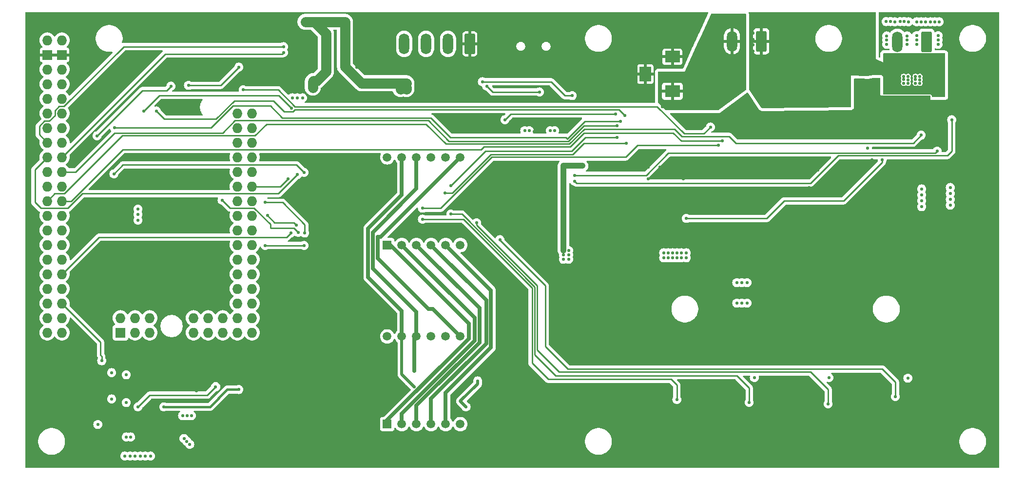
<source format=gbl>
G04 #@! TF.GenerationSoftware,KiCad,Pcbnew,8.0.3*
G04 #@! TF.CreationDate,2024-07-06T19:44:18-04:00*
G04 #@! TF.ProjectId,UMTK,554d544b-2e6b-4696-9361-645f70636258,rev?*
G04 #@! TF.SameCoordinates,Original*
G04 #@! TF.FileFunction,Copper,L4,Bot*
G04 #@! TF.FilePolarity,Positive*
%FSLAX46Y46*%
G04 Gerber Fmt 4.6, Leading zero omitted, Abs format (unit mm)*
G04 Created by KiCad (PCBNEW 8.0.3) date 2024-07-06 19:44:18*
%MOMM*%
%LPD*%
G01*
G04 APERTURE LIST*
G04 Aperture macros list*
%AMRoundRect*
0 Rectangle with rounded corners*
0 $1 Rounding radius*
0 $2 $3 $4 $5 $6 $7 $8 $9 X,Y pos of 4 corners*
0 Add a 4 corners polygon primitive as box body*
4,1,4,$2,$3,$4,$5,$6,$7,$8,$9,$2,$3,0*
0 Add four circle primitives for the rounded corners*
1,1,$1+$1,$2,$3*
1,1,$1+$1,$4,$5*
1,1,$1+$1,$6,$7*
1,1,$1+$1,$8,$9*
0 Add four rect primitives between the rounded corners*
20,1,$1+$1,$2,$3,$4,$5,0*
20,1,$1+$1,$4,$5,$6,$7,0*
20,1,$1+$1,$6,$7,$8,$9,0*
20,1,$1+$1,$8,$9,$2,$3,0*%
G04 Aperture macros list end*
G04 #@! TA.AperFunction,ComponentPad*
%ADD10RoundRect,0.250000X0.650000X1.550000X-0.650000X1.550000X-0.650000X-1.550000X0.650000X-1.550000X0*%
G04 #@! TD*
G04 #@! TA.AperFunction,ComponentPad*
%ADD11O,1.800000X3.600000*%
G04 #@! TD*
G04 #@! TA.AperFunction,ComponentPad*
%ADD12R,2.600000X2.000000*%
G04 #@! TD*
G04 #@! TA.AperFunction,ComponentPad*
%ADD13R,2.000000X2.600000*%
G04 #@! TD*
G04 #@! TA.AperFunction,ComponentPad*
%ADD14R,1.500000X1.500000*%
G04 #@! TD*
G04 #@! TA.AperFunction,ComponentPad*
%ADD15C,1.500000*%
G04 #@! TD*
G04 #@! TA.AperFunction,HeatsinkPad*
%ADD16C,0.600000*%
G04 #@! TD*
G04 #@! TA.AperFunction,HeatsinkPad*
%ADD17R,7.100000X3.200000*%
G04 #@! TD*
G04 #@! TA.AperFunction,ComponentPad*
%ADD18O,1.727200X1.727200*%
G04 #@! TD*
G04 #@! TA.AperFunction,ComponentPad*
%ADD19R,1.727200X1.727200*%
G04 #@! TD*
G04 #@! TA.AperFunction,ViaPad*
%ADD20C,0.560000*%
G04 #@! TD*
G04 #@! TA.AperFunction,ViaPad*
%ADD21C,0.800000*%
G04 #@! TD*
G04 #@! TA.AperFunction,Conductor*
%ADD22C,0.254000*%
G04 #@! TD*
G04 #@! TA.AperFunction,Conductor*
%ADD23C,1.016000*%
G04 #@! TD*
G04 #@! TA.AperFunction,Conductor*
%ADD24C,1.778000*%
G04 #@! TD*
G04 #@! TA.AperFunction,Conductor*
%ADD25C,0.635000*%
G04 #@! TD*
G04 #@! TA.AperFunction,Conductor*
%ADD26C,0.508000*%
G04 #@! TD*
G04 #@! TA.AperFunction,Conductor*
%ADD27C,0.381000*%
G04 #@! TD*
G04 APERTURE END LIST*
D10*
X176987200Y-25577800D03*
D11*
X171907200Y-25577800D03*
D10*
X148281000Y-25487700D03*
D11*
X143201000Y-25487700D03*
D12*
X132839133Y-34176000D03*
X132839133Y-28176000D03*
D13*
X128139133Y-31176000D03*
D14*
X83300000Y-60885000D03*
D15*
X85840000Y-60885000D03*
X88380000Y-60885000D03*
X90920000Y-60885000D03*
X93460000Y-60885000D03*
X96000000Y-60885000D03*
X96000000Y-45645000D03*
X93460000Y-45645000D03*
X90920000Y-45645000D03*
X88380000Y-45645000D03*
X85840000Y-45645000D03*
X83300000Y-45645000D03*
D16*
X169889000Y-38559500D03*
X171189000Y-38559500D03*
X172489000Y-38559500D03*
X173789000Y-38559500D03*
X175089000Y-38559500D03*
X176389000Y-38559500D03*
X169889000Y-37259500D03*
X171189000Y-37259500D03*
X172489000Y-37259500D03*
D17*
X173139000Y-37259500D03*
D16*
X173789000Y-37259500D03*
X175089000Y-37259500D03*
X176389000Y-37259500D03*
X169889000Y-35959500D03*
X171189000Y-35959500D03*
X172489000Y-35959500D03*
X173789000Y-35959500D03*
X175089000Y-35959500D03*
X176389000Y-35959500D03*
D18*
X26796000Y-32927000D03*
X24256000Y-32927000D03*
X26796000Y-30387000D03*
X42036000Y-76107000D03*
X24256000Y-30387000D03*
X59816000Y-38007000D03*
X57276000Y-38007000D03*
X59816000Y-40547000D03*
X57276000Y-40547000D03*
X59816000Y-43087000D03*
X57276000Y-43087000D03*
X59816000Y-45627000D03*
X57276000Y-45627000D03*
X59816000Y-48167000D03*
X57276000Y-48167000D03*
X59816000Y-50707000D03*
X57276000Y-50707000D03*
X59816000Y-53247000D03*
X57276000Y-53247000D03*
X59816000Y-55787000D03*
X57276000Y-55787000D03*
X26796000Y-35467000D03*
X26796000Y-38007000D03*
X24256000Y-38007000D03*
X26796000Y-40547000D03*
X24256000Y-40547000D03*
X26796000Y-43087000D03*
X24256000Y-43087000D03*
X26796000Y-45627000D03*
X24256000Y-45627000D03*
X26796000Y-48167000D03*
X24256000Y-48167000D03*
X26796000Y-50707000D03*
X24256000Y-50707000D03*
X26796000Y-53247000D03*
X24256000Y-53247000D03*
X26796000Y-55787000D03*
X24256000Y-55787000D03*
X26796000Y-58327000D03*
X24256000Y-58327000D03*
X26796000Y-60867000D03*
X24256000Y-60867000D03*
X26796000Y-63407000D03*
X24256000Y-63407000D03*
X26796000Y-65947000D03*
X24256000Y-65947000D03*
X26796000Y-68487000D03*
X24256000Y-68487000D03*
X26796000Y-71027000D03*
X24256000Y-71027000D03*
X26796000Y-73567000D03*
X24256000Y-73567000D03*
X26796000Y-76107000D03*
X24256000Y-76107000D03*
X59816000Y-58327000D03*
X57276000Y-58327000D03*
X59816000Y-60867000D03*
X57276000Y-60867000D03*
X59816000Y-63407000D03*
X57276000Y-63407000D03*
X59816000Y-65947000D03*
X57276000Y-65947000D03*
X59816000Y-68487000D03*
X57276000Y-68487000D03*
X59816000Y-71027000D03*
X57276000Y-71027000D03*
X59816000Y-73567000D03*
X57276000Y-73567000D03*
X59816000Y-76107000D03*
X57276000Y-76107000D03*
X54736000Y-76107000D03*
X54736000Y-73567000D03*
X52196000Y-76107000D03*
X52196000Y-73567000D03*
X49656000Y-76107000D03*
X49656000Y-73567000D03*
D19*
X26796000Y-27847000D03*
X24256000Y-27847000D03*
X36956000Y-76107000D03*
D18*
X42036000Y-73567000D03*
X39496000Y-76107000D03*
X24256000Y-35467000D03*
X36956000Y-73567000D03*
X39496000Y-73567000D03*
X26796000Y-25307000D03*
X24256000Y-25307000D03*
D11*
X86230000Y-25932500D03*
X90040000Y-25932500D03*
X93850000Y-25932500D03*
D10*
X97660000Y-25932500D03*
D14*
X83300000Y-92000000D03*
D15*
X85840000Y-92000000D03*
X88380000Y-92000000D03*
X90920000Y-92000000D03*
X93460000Y-92000000D03*
X96000000Y-92000000D03*
X96000000Y-76760000D03*
X93460000Y-76760000D03*
X90920000Y-76760000D03*
X88380000Y-76760000D03*
X85840000Y-76760000D03*
X83300000Y-76760000D03*
D20*
X37719000Y-97536000D03*
X38608000Y-97536000D03*
X39497000Y-97536000D03*
X40386000Y-97536000D03*
X41275000Y-97536000D03*
X30734000Y-53213000D03*
X31750000Y-57277000D03*
X31750000Y-55245000D03*
X31750000Y-53213000D03*
X96000000Y-32000000D03*
X94000000Y-32000000D03*
X92000000Y-32000000D03*
X90000000Y-32000000D03*
X98000000Y-22000000D03*
X80000000Y-22000000D03*
X79000000Y-22000000D03*
X42000000Y-22000000D03*
X28000000Y-22000000D03*
X27000000Y-22000000D03*
X26000000Y-22000000D03*
X25000000Y-22000000D03*
X24000000Y-22000000D03*
X30000000Y-27000000D03*
X30000000Y-28000000D03*
X30000000Y-26000000D03*
X30000000Y-25000000D03*
X142494000Y-58293000D03*
X144526000Y-58293000D03*
X148336000Y-58293000D03*
X150368000Y-58293000D03*
X169976800Y-22072600D03*
X171450000Y-22098000D03*
X170688000Y-22072600D03*
X172389800Y-22072600D03*
X173863000Y-22098000D03*
X173101000Y-22072600D03*
X177673000Y-22098000D03*
X178435000Y-22098000D03*
X179197000Y-22098000D03*
X176784000Y-22098000D03*
X175260000Y-22098000D03*
X176022000Y-22098000D03*
X34163000Y-34671000D03*
X33401000Y-34671000D03*
X52705000Y-29083000D03*
X51943000Y-29083000D03*
X46990000Y-36703000D03*
X46228000Y-36703000D03*
X53213000Y-48895000D03*
X52451000Y-48895000D03*
X46482000Y-49276000D03*
X45720000Y-49276000D03*
X30226000Y-59690000D03*
X29464000Y-59690000D03*
X51562000Y-56134000D03*
X50800000Y-56134000D03*
X41148000Y-67818000D03*
X40386000Y-67818000D03*
X52578000Y-63500000D03*
X51816000Y-63500000D03*
X75819000Y-48133000D03*
X75057000Y-48133000D03*
X74295000Y-66675000D03*
X73533000Y-66675000D03*
X74041000Y-78486000D03*
X73279000Y-78486000D03*
X67183000Y-81661000D03*
X66421000Y-81661000D03*
X61722000Y-83439000D03*
X60960000Y-83439000D03*
X28575000Y-84074000D03*
X27813000Y-84074000D03*
X26543000Y-79629000D03*
X25781000Y-79629000D03*
X33147000Y-89916000D03*
X34925000Y-85471000D03*
X35433000Y-80899000D03*
X181102000Y-52923400D03*
X181102000Y-50891400D03*
X181102000Y-53975000D03*
X181102000Y-51943000D03*
X176149000Y-53177400D03*
X176149000Y-51145400D03*
X176149000Y-54229000D03*
X176149000Y-52197000D03*
X173736000Y-84034000D03*
X160020000Y-83907000D03*
X147066000Y-83907000D03*
X48768000Y-33147000D03*
X57531000Y-29972000D03*
X62103000Y-60960000D03*
X68834000Y-60960000D03*
X102870000Y-59944000D03*
X171577000Y-87209000D03*
X54610000Y-53086000D03*
X67818000Y-58674000D03*
X98806004Y-57023000D03*
X159893000Y-88479000D03*
X66040000Y-49403000D03*
X94361000Y-55499000D03*
X146177000Y-88225000D03*
X135255000Y-56261000D03*
X169291000Y-46101000D03*
X167513000Y-46101000D03*
X166751000Y-44069000D03*
X66548000Y-58801000D03*
X89408000Y-54483000D03*
X140843000Y-43561000D03*
X62484000Y-55753000D03*
X67555925Y-57412075D03*
X89408000Y-56388000D03*
X133604000Y-87717000D03*
X58293000Y-33909000D03*
X139446000Y-40386000D03*
X122936000Y-38100000D03*
X103759000Y-39116000D03*
X181356000Y-39116000D03*
X115824000Y-49784000D03*
X178816000Y-44577000D03*
X115824000Y-48768000D03*
X62103000Y-53467000D03*
X67691000Y-48641000D03*
X93345000Y-51816000D03*
X124841000Y-43180000D03*
X35814000Y-48514000D03*
X68834000Y-48260000D03*
X94361000Y-50546000D03*
X123190000Y-42164000D03*
X141478000Y-42799000D03*
X123190000Y-40132000D03*
X123825000Y-39370000D03*
X35941000Y-40513000D03*
X43180000Y-37592000D03*
X124587000Y-38354000D03*
X68961000Y-58801000D03*
X107823000Y-51562000D03*
X109347000Y-51562000D03*
X107823000Y-50292000D03*
X109347000Y-50292000D03*
X116459000Y-47117000D03*
X117221000Y-47117000D03*
X114808000Y-62611000D03*
X113919000Y-62611000D03*
X114808000Y-61849000D03*
X114808000Y-63373000D03*
X113919000Y-63373000D03*
X113919000Y-61849000D03*
X111633000Y-41021000D03*
X112395000Y-41021000D03*
X107950000Y-41021000D03*
X107188000Y-41021000D03*
X40004000Y-56566000D03*
X108839000Y-41148000D03*
X113411000Y-41021000D03*
X41021000Y-37592000D03*
X66675000Y-37084000D03*
X32893000Y-41910000D03*
X45720000Y-33274000D03*
X68580000Y-35306000D03*
X66802000Y-35306000D03*
X67691000Y-35306000D03*
X85598000Y-33782000D03*
X86614000Y-33782000D03*
X86614000Y-32766000D03*
X85598000Y-32766000D03*
X70358000Y-32004000D03*
X70358000Y-32766000D03*
X70358000Y-33528000D03*
X75946000Y-22098000D03*
X75184000Y-22098000D03*
X74422000Y-22098000D03*
X73660000Y-22098000D03*
X72898000Y-22098000D03*
X72136000Y-22098000D03*
X71374000Y-22098000D03*
X70612000Y-22098000D03*
X69850000Y-22098000D03*
X69088000Y-22098000D03*
X100584000Y-33274000D03*
X109728000Y-34290000D03*
X115443000Y-34925000D03*
X99822000Y-32512000D03*
X65278000Y-27432000D03*
X65278000Y-26416000D03*
X63246000Y-29718000D03*
X64516000Y-29718000D03*
X64516000Y-28956000D03*
X63246000Y-28956000D03*
X40004000Y-54661000D03*
X40004000Y-55550000D03*
X152400000Y-38735000D03*
X156972000Y-41148000D03*
X157988000Y-39497000D03*
X151384000Y-39497000D03*
X156972000Y-40386000D03*
X157988000Y-38735000D03*
X151384000Y-40386000D03*
X157988000Y-41148000D03*
X157988000Y-40386000D03*
X152400000Y-41148000D03*
X151384000Y-41148000D03*
X152400000Y-39497000D03*
X156972000Y-38735000D03*
X152400000Y-40386000D03*
X156972000Y-39497000D03*
X151384000Y-38735000D03*
X127508000Y-28702000D03*
X128270000Y-28702000D03*
X128270000Y-27686000D03*
X127508000Y-27686000D03*
X150114000Y-27178000D03*
X150114000Y-26126400D03*
X150114000Y-25146000D03*
X150114000Y-24094400D03*
X146812000Y-27178000D03*
X146812000Y-26126400D03*
X146812000Y-25146000D03*
X146812000Y-24094400D03*
X145034000Y-26126400D03*
X145034000Y-27178000D03*
X145034000Y-24094400D03*
X145034000Y-25146000D03*
X141224000Y-26126400D03*
X141224000Y-27178000D03*
X141224000Y-24094400D03*
X141224000Y-25146000D03*
X170078400Y-24561800D03*
X170078400Y-25273000D03*
X170078400Y-26035000D03*
X173634400Y-24561800D03*
X173634400Y-25273000D03*
X173609000Y-26035000D03*
X175260000Y-24511000D03*
X175260000Y-26035000D03*
X175260000Y-25273000D03*
X178993800Y-24511000D03*
X178993800Y-26035000D03*
X178993800Y-25273000D03*
X176064000Y-41783000D03*
X82616000Y-28272500D03*
X70500000Y-29000000D03*
X119192000Y-57992000D03*
X121605000Y-65485000D03*
D21*
X166500000Y-88000000D03*
X183000000Y-92000000D03*
D20*
X168021000Y-57404000D03*
X50165000Y-86233000D03*
X175641000Y-59309000D03*
D21*
X127500000Y-92000000D03*
D20*
X163195000Y-61214000D03*
X123002000Y-57357000D03*
X43238000Y-85000000D03*
X184584667Y-43180000D03*
X183822667Y-41656000D03*
X159512000Y-50038002D03*
X137668000Y-40386000D03*
X106807000Y-31369000D03*
D21*
X127500000Y-88000000D03*
D20*
X182753000Y-59309000D03*
X132715000Y-47380000D03*
X128651000Y-51444000D03*
X182753000Y-61087000D03*
D21*
X131000000Y-92000000D03*
D20*
X168021000Y-55372000D03*
X163195000Y-57404000D03*
X106045000Y-31369000D03*
D21*
X170000000Y-88000000D03*
D20*
X174371000Y-63119000D03*
X128651000Y-49412000D03*
X185346667Y-43180000D03*
D21*
X183000000Y-88000000D03*
D20*
X81854000Y-28272500D03*
X122367000Y-66247000D03*
X117668000Y-57992000D03*
X121605000Y-67009000D03*
X119192000Y-57230000D03*
X174371000Y-59309000D03*
X118430000Y-57230000D03*
X82616000Y-29034500D03*
X105283000Y-31369000D03*
X115062000Y-27940000D03*
X175641000Y-63119000D03*
X44000000Y-85000000D03*
X156845000Y-47879000D03*
X181483000Y-59309000D03*
X184584667Y-42418000D03*
D21*
X140500000Y-92000000D03*
D20*
X122367000Y-67009000D03*
X156591000Y-50927000D03*
X70500000Y-28238000D03*
X183822667Y-40894000D03*
X123002000Y-58119000D03*
X164973000Y-33782000D03*
X122367000Y-65485000D03*
X181483000Y-61087000D03*
X184584667Y-40894000D03*
X165481000Y-55372000D03*
X174371000Y-61087000D03*
X81854000Y-29034500D03*
X175641000Y-61087000D03*
X183822667Y-43180000D03*
X121605000Y-66247000D03*
X163195000Y-59436000D03*
X134747000Y-49412000D03*
D21*
X140500000Y-88000000D03*
X144000000Y-88000000D03*
X131000000Y-88000000D03*
D20*
X134747000Y-51444000D03*
X134747000Y-53476000D03*
D21*
X179500000Y-88000000D03*
D20*
X128651000Y-47380000D03*
X115062000Y-28702000D03*
X181483000Y-63119000D03*
X182753000Y-63119000D03*
D21*
X153500000Y-92000000D03*
X144000000Y-92000000D03*
D20*
X185346667Y-42418000D03*
X166243000Y-34671000D03*
X159385000Y-48895000D03*
X115062000Y-29464000D03*
X122240000Y-57357000D03*
D21*
X166500000Y-92000000D03*
D20*
X115062000Y-30226000D03*
X183822667Y-42418000D03*
X78000000Y-30000000D03*
X134747000Y-47380000D03*
X122240000Y-58119000D03*
D21*
X157000000Y-88000000D03*
D20*
X50165000Y-85344000D03*
D21*
X179500000Y-92000000D03*
D20*
X165481000Y-59436000D03*
X185346667Y-40894000D03*
D21*
X153500000Y-88000000D03*
D20*
X168021000Y-59436000D03*
X123764000Y-58119000D03*
D21*
X157000000Y-92000000D03*
D20*
X184584667Y-41656000D03*
X123764000Y-57357000D03*
X143256000Y-40513000D03*
X78000000Y-28000000D03*
X185346667Y-41656000D03*
X158115000Y-47879000D03*
X117668000Y-57230000D03*
X130683000Y-47380000D03*
X163195000Y-55372000D03*
X165481000Y-61214000D03*
X164973000Y-34671000D03*
D21*
X170000000Y-92000000D03*
D20*
X166243000Y-33782000D03*
X165481000Y-57404000D03*
X118430000Y-57992000D03*
X168021000Y-61214000D03*
X134366000Y-63119000D03*
X49000000Y-95500000D03*
X47752000Y-90551000D03*
X48514000Y-90551000D03*
X49276000Y-90551000D03*
X48500000Y-95000000D03*
X37973000Y-88265000D03*
X133604000Y-62230000D03*
X37973000Y-94234000D03*
X48000000Y-94500000D03*
X135255000Y-62230000D03*
X37973000Y-83439000D03*
X133604000Y-63119000D03*
X38735000Y-94234000D03*
X135255000Y-63119000D03*
X134366000Y-62230000D03*
X33706000Y-81000000D03*
X149095133Y-21935400D03*
X157099000Y-32131000D03*
X177800000Y-30353000D03*
X151384000Y-31369000D03*
X151384000Y-34417000D03*
X153035000Y-35941000D03*
X157988000Y-32893000D03*
X177190400Y-32004000D03*
X157607000Y-35941000D03*
X151384000Y-32131000D03*
X165153667Y-29464000D03*
X153797000Y-35941000D03*
X146809133Y-21935400D03*
X177980667Y-32750800D03*
X157988000Y-34417000D03*
X164391667Y-29464000D03*
X155321000Y-35941000D03*
X177980667Y-31242000D03*
X146809133Y-22987000D03*
X152273000Y-32893000D03*
X157099000Y-31369000D03*
X152273000Y-31369000D03*
X157988000Y-32131000D03*
X147955000Y-29372600D03*
X178409600Y-29601200D03*
X157099000Y-33655000D03*
X150190200Y-22987000D03*
X179019200Y-29601200D03*
X152273000Y-32131000D03*
X147904200Y-21935400D03*
X157099000Y-34417000D03*
X151384000Y-33655000D03*
X179019200Y-28956000D03*
X149145933Y-29372600D03*
X150241000Y-28321000D03*
X179628800Y-28956000D03*
X156845000Y-35941000D03*
X150241000Y-29372600D03*
X149095133Y-22987000D03*
X152273000Y-33655000D03*
X156083000Y-35941000D03*
X147955000Y-28321000D03*
X157099000Y-32893000D03*
X178409600Y-30353000D03*
X152273000Y-34417000D03*
X157988000Y-33655000D03*
X157988000Y-31369000D03*
X152273000Y-35941000D03*
X177980667Y-32004000D03*
X166677667Y-29464000D03*
X163576000Y-29464000D03*
X151384000Y-32893000D03*
X177190400Y-31242000D03*
X149145933Y-28321000D03*
X146859933Y-28321000D03*
X177190400Y-32750800D03*
X167439667Y-29464000D03*
X154559000Y-35941000D03*
X147904200Y-22987000D03*
X165915667Y-29464000D03*
X163576000Y-30988000D03*
X150190200Y-21935400D03*
X146859933Y-29372600D03*
X163576000Y-30226000D03*
X144907000Y-70993000D03*
X144018000Y-67437000D03*
X145796000Y-67437000D03*
X35433000Y-83058000D03*
X145796000Y-70993000D03*
X144018000Y-70993000D03*
X35433000Y-87630000D03*
X144907000Y-67437000D03*
X33020000Y-92075000D03*
X133731000Y-23622000D03*
X129286000Y-27686000D03*
X131191000Y-23622000D03*
X132207000Y-25273000D03*
X141398933Y-22885400D03*
X134620000Y-32258000D03*
X125984000Y-27305000D03*
X144018000Y-28260000D03*
X133604000Y-32258000D03*
X133731000Y-24384000D03*
X144018000Y-29311600D03*
X132207000Y-24384000D03*
X125984000Y-28321000D03*
X125222000Y-28321000D03*
X144018000Y-22885400D03*
X144907000Y-21833800D03*
X131064000Y-32258000D03*
X142367000Y-29337000D03*
X144907000Y-22885400D03*
X134747000Y-24384000D03*
X131064000Y-36068000D03*
X141398933Y-21833800D03*
X142367000Y-28285400D03*
X134747000Y-23622000D03*
X130048000Y-27686000D03*
X134620000Y-36830000D03*
X133604000Y-36830000D03*
X131191000Y-24384000D03*
X141322733Y-28260000D03*
X144957800Y-28260000D03*
X131064000Y-36830000D03*
X125984000Y-31877000D03*
X133604000Y-31496000D03*
X134620000Y-36068000D03*
X130048000Y-28702000D03*
X132080000Y-36830000D03*
X134620000Y-31496000D03*
X134747000Y-26035000D03*
X125984000Y-29337000D03*
X132080000Y-32258000D03*
X142367000Y-21833800D03*
X132080000Y-31496000D03*
X133604000Y-36068000D03*
X125222000Y-29337000D03*
X125984000Y-30353000D03*
X125222000Y-27305000D03*
X131191000Y-25273000D03*
X144018000Y-21833800D03*
X142367000Y-22885400D03*
X125222000Y-31877000D03*
X125222000Y-30353000D03*
X133731000Y-25273000D03*
X141322733Y-29311600D03*
X132080000Y-36068000D03*
X131064000Y-31496000D03*
X133731000Y-26035000D03*
X129286000Y-28702000D03*
X132207000Y-26035000D03*
X132207000Y-23622000D03*
X131191000Y-26035000D03*
X144957800Y-29311600D03*
X134747000Y-25273000D03*
X173789667Y-32766000D03*
X173789667Y-32160997D03*
X173027735Y-32152009D03*
X173027735Y-31588612D03*
X173789667Y-31597600D03*
X173027667Y-32766000D03*
X175059735Y-32152009D03*
X175059667Y-32766000D03*
X175821667Y-32766000D03*
X175059735Y-31588612D03*
X175821667Y-31597600D03*
X175821667Y-32160997D03*
X53500000Y-85500000D03*
X40000000Y-89000000D03*
X87500000Y-85000000D03*
X87000000Y-84500000D03*
X88000000Y-85500000D03*
X44500000Y-89000000D03*
X57500000Y-86000000D03*
X88000000Y-81000000D03*
X88000000Y-82730003D03*
X88000000Y-82000000D03*
X99000000Y-84500000D03*
X97000000Y-89000000D03*
X42164000Y-97536000D03*
X132080000Y-63119000D03*
X132080000Y-62230000D03*
X131318000Y-63119000D03*
X132842000Y-63119000D03*
X131318000Y-62230000D03*
X132842000Y-62230000D03*
X171348400Y-32258000D03*
X171958000Y-32258000D03*
X171348400Y-30749200D03*
X171348400Y-31511200D03*
X170561000Y-31242000D03*
X170561000Y-30353000D03*
X171958000Y-30749200D03*
X169900600Y-30810200D03*
X169926000Y-29972000D03*
X171958000Y-31511200D03*
D22*
X169291000Y-82423000D02*
X171577000Y-84709000D01*
X114681000Y-82423000D02*
X169291000Y-82423000D01*
X171577000Y-84709000D02*
X171577000Y-87209000D01*
X110744000Y-67945000D02*
X110744000Y-78486000D01*
X102870000Y-60071000D02*
X110744000Y-67945000D01*
X102870000Y-59944000D02*
X102870000Y-60071000D01*
X110744000Y-78486000D02*
X114681000Y-82423000D01*
X159893000Y-88479000D02*
X159893000Y-85979000D01*
X146177000Y-88225000D02*
X146177000Y-85725000D01*
X133604000Y-85217000D02*
X133604000Y-87717000D01*
X42030000Y-86970000D02*
X40000000Y-89000000D01*
X53500000Y-85500000D02*
X52030000Y-86970000D01*
X52030000Y-86970000D02*
X42030000Y-86970000D01*
X181356000Y-44577000D02*
X181356000Y-39116000D01*
X156864724Y-50119000D02*
X161644724Y-45339000D01*
X180594000Y-45339000D02*
X181356000Y-44577000D01*
X116159000Y-50119000D02*
X156864724Y-50119000D01*
X161644724Y-45339000D02*
X180594000Y-45339000D01*
X115824000Y-49784000D02*
X116159000Y-50119000D01*
X133192428Y-40736428D02*
X123444000Y-40736428D01*
X134465000Y-42009000D02*
X133192428Y-40736428D01*
X142720000Y-42009000D02*
X134465000Y-42009000D01*
X143891000Y-43180000D02*
X142720000Y-42009000D01*
X174667000Y-43180000D02*
X143891000Y-43180000D01*
X176064000Y-41783000D02*
X174667000Y-43180000D01*
X57531000Y-29972000D02*
X54356000Y-33147000D01*
X54356000Y-33147000D02*
X48768000Y-33147000D01*
X68834000Y-60960000D02*
X62103000Y-60960000D01*
X109100053Y-67690999D02*
X98806004Y-57396951D01*
X98806004Y-57396951D02*
X98806004Y-57023000D01*
X109100052Y-67690999D02*
X109100053Y-67690999D01*
X109366000Y-67956947D02*
X109100052Y-67690999D01*
X113157000Y-82931000D02*
X109366000Y-79140000D01*
X109366000Y-79140000D02*
X109366000Y-67956947D01*
X159893000Y-85979000D02*
X156845000Y-82931000D01*
X156845000Y-82931000D02*
X113157000Y-82931000D01*
X108912000Y-79956000D02*
X108912000Y-68144999D01*
X108912000Y-68144999D02*
X96266001Y-55499000D01*
X112522000Y-83566000D02*
X108912000Y-79956000D01*
X96266001Y-55499000D02*
X94361000Y-55499000D01*
X144018000Y-83566000D02*
X112522000Y-83566000D01*
X108458000Y-81407000D02*
X108458000Y-68333052D01*
X111252000Y-84201000D02*
X108458000Y-81407000D01*
X96512948Y-56388000D02*
X89408000Y-56388000D01*
X132588000Y-84201000D02*
X111252000Y-84201000D01*
X108458000Y-68333052D02*
X96512948Y-56388000D01*
X133604000Y-85217000D02*
X132588000Y-84201000D01*
X62992000Y-57279237D02*
X60150363Y-54437600D01*
X67056000Y-57912000D02*
X62992000Y-57912000D01*
X67818000Y-58674000D02*
X67056000Y-57912000D01*
X67121450Y-56977600D02*
X67555925Y-57412075D01*
X62484000Y-55753000D02*
X63708600Y-56977600D01*
X55961600Y-54437600D02*
X54610000Y-53086000D01*
X63708600Y-56977600D02*
X67121450Y-56977600D01*
X62992000Y-57912000D02*
X62992000Y-57279237D01*
X60150363Y-54437600D02*
X55961600Y-54437600D01*
X64736000Y-50707000D02*
X59816000Y-50707000D01*
X66040000Y-49403000D02*
X64736000Y-50707000D01*
X92590052Y-54483000D02*
X89408000Y-54483000D01*
X101480052Y-45593000D02*
X92590052Y-54483000D01*
X126746000Y-43561000D02*
X124714000Y-45593000D01*
X140843000Y-43561000D02*
X126746000Y-43561000D01*
X124714000Y-45593000D02*
X101480052Y-45593000D01*
X149225000Y-56261000D02*
X135255000Y-56261000D01*
X162560000Y-53213000D02*
X152273000Y-53213000D01*
X169291000Y-46101000D02*
X169291000Y-46482000D01*
X152273000Y-53213000D02*
X149225000Y-56261000D01*
X169291000Y-46482000D02*
X162560000Y-53213000D01*
X178508000Y-44885000D02*
X178816000Y-44577000D01*
X132153000Y-44885000D02*
X178508000Y-44885000D01*
X128270000Y-48768000D02*
X132153000Y-44885000D01*
X115824000Y-48768000D02*
X128270000Y-48768000D01*
X66548000Y-58801000D02*
X65831400Y-59517600D01*
X65831400Y-59517600D02*
X33225400Y-59517600D01*
X94615000Y-51816000D02*
X93345000Y-51816000D01*
X115516000Y-45139000D02*
X101292000Y-45139000D01*
X124841000Y-43180000D02*
X117475000Y-43180000D01*
X117475000Y-43180000D02*
X115516000Y-45139000D01*
X33225400Y-59517600D02*
X26796000Y-65947000D01*
X101292000Y-45139000D02*
X94615000Y-51816000D01*
X67279428Y-36830000D02*
X64358428Y-33909000D01*
X64358428Y-33909000D02*
X58293000Y-33909000D01*
X67279428Y-36830000D02*
X130205572Y-36830000D01*
X114173000Y-34925000D02*
X111760000Y-32512000D01*
X115443000Y-34925000D02*
X114173000Y-34925000D01*
X111760000Y-32512000D02*
X99822000Y-32512000D01*
X134904572Y-41529000D02*
X130205572Y-36830000D01*
X134904572Y-41529000D02*
X138303000Y-41529000D01*
X139446000Y-40386000D02*
X138303000Y-41529000D01*
X28414000Y-53247000D02*
X26796000Y-53247000D01*
X37383400Y-44277600D02*
X28414000Y-53247000D01*
X100076000Y-43815000D02*
X99613400Y-44277600D01*
X115083159Y-43815000D02*
X100076000Y-43815000D01*
X117468159Y-41430000D02*
X115083159Y-43815000D01*
X132997000Y-41430000D02*
X117468159Y-41430000D01*
X134366000Y-42799000D02*
X132997000Y-41430000D01*
X99613400Y-44277600D02*
X37383400Y-44277600D01*
X141478000Y-42799000D02*
X134366000Y-42799000D01*
X104775000Y-38100000D02*
X122936000Y-38100000D01*
X103759000Y-39116000D02*
X104775000Y-38100000D01*
X53556037Y-38997200D02*
X44585200Y-38997200D01*
X63500000Y-35814000D02*
X56739237Y-35814000D01*
X65377000Y-37691000D02*
X63500000Y-35814000D01*
X56739237Y-35814000D02*
X53556037Y-38997200D01*
X66926428Y-37691000D02*
X65377000Y-37691000D01*
X67279428Y-37338000D02*
X66926428Y-37691000D01*
X44585200Y-38997200D02*
X43180000Y-37592000D01*
X123571000Y-37338000D02*
X67279428Y-37338000D01*
X124587000Y-38354000D02*
X123571000Y-37338000D01*
X65116000Y-53467000D02*
X62103000Y-53467000D01*
X68961000Y-57312000D02*
X65116000Y-53467000D01*
X22098000Y-47785000D02*
X24256000Y-45627000D01*
X22098000Y-53467000D02*
X22098000Y-47785000D01*
X23114000Y-54483000D02*
X22098000Y-53467000D01*
X64389000Y-51943000D02*
X30360052Y-51943000D01*
X27820052Y-54483000D02*
X23114000Y-54483000D01*
X30360052Y-51943000D02*
X27820052Y-54483000D01*
X67691000Y-48641000D02*
X64389000Y-51943000D01*
X117729000Y-42164000D02*
X115316000Y-44577000D01*
X115316000Y-44577000D02*
X100330000Y-44577000D01*
X123190000Y-42164000D02*
X117729000Y-42164000D01*
X100330000Y-44577000D02*
X94361000Y-50546000D01*
X37351600Y-46976400D02*
X35814000Y-48514000D01*
X37478600Y-46976400D02*
X37351600Y-46976400D01*
X67550400Y-46976400D02*
X37478600Y-46976400D01*
X68834000Y-48260000D02*
X67550400Y-46976400D01*
D23*
X113919000Y-47117000D02*
X117221000Y-47117000D01*
X113919000Y-61849000D02*
X113919000Y-47117000D01*
D22*
X94234000Y-42164000D02*
X114300000Y-42164000D01*
X114300000Y-42164000D02*
X114554000Y-42418000D01*
X52682290Y-40513000D02*
X35941000Y-40513000D01*
X62992000Y-36703000D02*
X56492289Y-36703000D01*
X52682290Y-40513000D02*
X56492289Y-36703000D01*
X90878000Y-38808000D02*
X65097000Y-38808000D01*
X65097000Y-38808000D02*
X62992000Y-36703000D01*
X94234000Y-42164000D02*
X90878000Y-38808000D01*
X29176000Y-48167000D02*
X26796000Y-48167000D01*
X35900600Y-41442400D02*
X29176000Y-48167000D01*
X56877237Y-39262000D02*
X54696837Y-41442400D01*
X94053000Y-42872000D02*
X90443000Y-39262000D01*
X90443000Y-39262000D02*
X56877237Y-39262000D01*
X114742053Y-42872000D02*
X94053000Y-42872000D01*
X54696837Y-41442400D02*
X35900600Y-41442400D01*
X117482053Y-40132000D02*
X114742053Y-42872000D01*
X123190000Y-40132000D02*
X117482053Y-40132000D01*
X37290363Y-41896400D02*
X60338600Y-41896400D01*
X90043000Y-39878000D02*
X62357000Y-39878000D01*
X93491000Y-43326000D02*
X90043000Y-39878000D01*
X117517106Y-40739000D02*
X114930106Y-43326000D01*
X62357000Y-39878000D02*
X60338600Y-41896400D01*
X123441428Y-40739000D02*
X117517106Y-40739000D01*
X114930106Y-43326000D02*
X93491000Y-43326000D01*
X117602000Y-39370000D02*
X114554000Y-42418000D01*
X123825000Y-39370000D02*
X117602000Y-39370000D01*
X68961000Y-58801000D02*
X68961000Y-57312000D01*
X43729800Y-34883200D02*
X41021000Y-37592000D01*
X64474200Y-34883200D02*
X43729800Y-34883200D01*
X66675000Y-37084000D02*
X64474200Y-34883200D01*
X44958000Y-34036000D02*
X40767000Y-34036000D01*
X45720000Y-33274000D02*
X44958000Y-34036000D01*
X40767000Y-34036000D02*
X32893000Y-41910000D01*
D24*
X85598000Y-33782000D02*
X85852000Y-32766000D01*
X86614000Y-33528000D02*
X86614000Y-33782000D01*
X85852000Y-32766000D02*
X86614000Y-32766000D01*
X78829941Y-32766000D02*
X85598000Y-32766000D01*
X70358000Y-32766000D02*
X70358000Y-33528000D01*
X70358000Y-32512000D02*
X70358000Y-32766000D01*
X70501000Y-32369000D02*
X70358000Y-32512000D01*
X72644000Y-30792059D02*
X71067059Y-32369000D01*
X70612000Y-22098000D02*
X72644000Y-24130000D01*
X72644000Y-24130000D02*
X72644000Y-30792059D01*
X75946000Y-29882059D02*
X78829941Y-32766000D01*
X75946000Y-22098000D02*
X75946000Y-29882059D01*
X75946000Y-22098000D02*
X69088000Y-22098000D01*
D22*
X101600000Y-34290000D02*
X100584000Y-33274000D01*
X109728000Y-34290000D02*
X101600000Y-34290000D01*
X44737000Y-27686000D02*
X26796000Y-45627000D01*
X65278000Y-27432000D02*
X65024000Y-27686000D01*
X65024000Y-27686000D02*
X44737000Y-27686000D01*
X23762837Y-39356400D02*
X22860000Y-40259237D01*
X24590363Y-39356400D02*
X23762837Y-39356400D01*
X25605400Y-38341363D02*
X24590363Y-39356400D01*
X25605400Y-37513837D02*
X25605400Y-38341363D01*
X22860000Y-41691000D02*
X24256000Y-43087000D01*
X26302837Y-36816400D02*
X25605400Y-37513837D01*
X27130363Y-36816400D02*
X26302837Y-36816400D01*
X37530763Y-26416000D02*
X27130363Y-36816400D01*
X22860000Y-40259237D02*
X22860000Y-41691000D01*
X65278000Y-26416000D02*
X37530763Y-26416000D01*
X24256000Y-53247000D02*
X25560000Y-51943000D01*
X27243763Y-51943000D02*
X37290363Y-41896400D01*
X25560000Y-51943000D02*
X27243763Y-51943000D01*
X33500000Y-80000000D02*
X33500000Y-77731000D01*
X33500000Y-77731000D02*
X26796000Y-71027000D01*
X33706000Y-80206000D02*
X33500000Y-80000000D01*
X33706000Y-81000000D02*
X33706000Y-80206000D01*
D25*
X85840000Y-90160000D02*
X85840000Y-92000000D01*
X98500000Y-73545000D02*
X98500000Y-77500000D01*
X85840000Y-60885000D02*
X98500000Y-73545000D01*
X98500000Y-77500000D02*
X85840000Y-90160000D01*
D26*
X87500000Y-85000000D02*
X87000000Y-84500000D01*
D25*
X85840000Y-72340000D02*
X85840000Y-76760000D01*
D26*
X87000000Y-84500000D02*
X85840000Y-83340000D01*
X88000000Y-85500000D02*
X87500000Y-85000000D01*
D25*
X85840000Y-52160000D02*
X80000000Y-58000000D01*
X80000000Y-66500000D02*
X85840000Y-72340000D01*
X80000000Y-58000000D02*
X80000000Y-66500000D01*
X85840000Y-45645000D02*
X85840000Y-52160000D01*
D26*
X85840000Y-83340000D02*
X85840000Y-76760000D01*
D27*
X55500000Y-86000000D02*
X57500000Y-86000000D01*
X52500000Y-89000000D02*
X44500000Y-89000000D01*
X55500000Y-86000000D02*
X52500000Y-89000000D01*
D25*
X97500000Y-77127836D02*
X83300000Y-91327836D01*
X83300000Y-91327836D02*
X83300000Y-92000000D01*
X97500000Y-74500000D02*
X97500000Y-77127836D01*
X83300000Y-60885000D02*
X83885000Y-60885000D01*
X83885000Y-60885000D02*
X97500000Y-74500000D01*
X88000000Y-77260000D02*
X88000000Y-81000000D01*
X88380000Y-72545000D02*
X88380000Y-76760000D01*
X88000000Y-82000000D02*
X88000000Y-82730003D01*
X88380000Y-51120000D02*
X80835000Y-58665000D01*
X88380000Y-45645000D02*
X88380000Y-51120000D01*
X80835000Y-65000000D02*
X88380000Y-72545000D01*
X88380000Y-76760000D02*
X88380000Y-76880000D01*
X88000000Y-81000000D02*
X88000000Y-82000000D01*
X80835000Y-58665000D02*
X80835000Y-65000000D01*
X88380000Y-76880000D02*
X88000000Y-77260000D01*
X88380000Y-88800868D02*
X88380000Y-92000000D01*
X99335000Y-77845868D02*
X88380000Y-88800868D01*
X99335000Y-71840000D02*
X99335000Y-77845868D01*
X88380000Y-60885000D02*
X99335000Y-71840000D01*
X101335000Y-68760000D02*
X101335000Y-78665000D01*
X93460000Y-86540000D02*
X93460000Y-92000000D01*
X101335000Y-78665000D02*
X93460000Y-86540000D01*
X93460000Y-60885000D02*
X101335000Y-68760000D01*
X81670000Y-63170000D02*
X81670000Y-59500000D01*
X90500000Y-72000000D02*
X81670000Y-63170000D01*
D26*
X97000000Y-89000000D02*
X96000000Y-88000000D01*
D25*
X96000000Y-76760000D02*
X91240000Y-72000000D01*
D26*
X99000000Y-85000000D02*
X99000000Y-84500000D01*
D25*
X82145000Y-59500000D02*
X96000000Y-45645000D01*
D26*
X96000000Y-88000000D02*
X99000000Y-85000000D01*
D25*
X91240000Y-72000000D02*
X90500000Y-72000000D01*
X81670000Y-59500000D02*
X82145000Y-59500000D01*
X100500000Y-78000000D02*
X90920000Y-87580000D01*
X100500000Y-70465000D02*
X100500000Y-78000000D01*
X90920000Y-87580000D02*
X90920000Y-92000000D01*
X90920000Y-60885000D02*
X100500000Y-70465000D01*
D22*
X146177000Y-85725000D02*
X144018000Y-83566000D01*
G04 #@! TA.AperFunction,Conductor*
G36*
X145612039Y-20720685D02*
G01*
X145657794Y-20773489D01*
X145669000Y-20825000D01*
X145669000Y-33846341D01*
X145649315Y-33913380D01*
X145618557Y-33946168D01*
X140875806Y-37440827D01*
X140810158Y-37464747D01*
X140802249Y-37465000D01*
X131779353Y-37465000D01*
X131712314Y-37445315D01*
X131691672Y-37428681D01*
X130605583Y-36342591D01*
X130605579Y-36342588D01*
X130502811Y-36273920D01*
X130502798Y-36273913D01*
X130469357Y-36260062D01*
X130382979Y-36224283D01*
X130383580Y-36222830D01*
X130331557Y-36188729D01*
X130303108Y-36124914D01*
X130302000Y-36108377D01*
X130302000Y-33128155D01*
X131039133Y-33128155D01*
X131039133Y-33926000D01*
X132106121Y-33926000D01*
X132073208Y-33983007D01*
X132039133Y-34110174D01*
X132039133Y-34241826D01*
X132073208Y-34368993D01*
X132106121Y-34426000D01*
X131039133Y-34426000D01*
X131039133Y-35223844D01*
X131045534Y-35283372D01*
X131045536Y-35283379D01*
X131095778Y-35418086D01*
X131095782Y-35418093D01*
X131181942Y-35533187D01*
X131181945Y-35533190D01*
X131297039Y-35619350D01*
X131297046Y-35619354D01*
X131431753Y-35669596D01*
X131431760Y-35669598D01*
X131491288Y-35675999D01*
X131491305Y-35676000D01*
X132589133Y-35676000D01*
X132589133Y-34676000D01*
X133089133Y-34676000D01*
X133089133Y-35676000D01*
X134186961Y-35676000D01*
X134186977Y-35675999D01*
X134246505Y-35669598D01*
X134246512Y-35669596D01*
X134381219Y-35619354D01*
X134381226Y-35619350D01*
X134496320Y-35533190D01*
X134496323Y-35533187D01*
X134582483Y-35418093D01*
X134582487Y-35418086D01*
X134632729Y-35283379D01*
X134632731Y-35283372D01*
X134639132Y-35223844D01*
X134639133Y-35223827D01*
X134639133Y-34426000D01*
X133572145Y-34426000D01*
X133605058Y-34368993D01*
X133639133Y-34241826D01*
X133639133Y-34110174D01*
X133605058Y-33983007D01*
X133572145Y-33926000D01*
X134639133Y-33926000D01*
X134639133Y-33128172D01*
X134639132Y-33128155D01*
X134632731Y-33068627D01*
X134632729Y-33068620D01*
X134582487Y-32933913D01*
X134582483Y-32933906D01*
X134496323Y-32818812D01*
X134496320Y-32818809D01*
X134381226Y-32732649D01*
X134381219Y-32732645D01*
X134246512Y-32682403D01*
X134246505Y-32682401D01*
X134186977Y-32676000D01*
X133089133Y-32676000D01*
X133089133Y-33676000D01*
X132589133Y-33676000D01*
X132589133Y-32676000D01*
X131491288Y-32676000D01*
X131431760Y-32682401D01*
X131431753Y-32682403D01*
X131297046Y-32732645D01*
X131297039Y-32732649D01*
X131181945Y-32818809D01*
X131181942Y-32818812D01*
X131095782Y-32933906D01*
X131095778Y-32933913D01*
X131045536Y-33068620D01*
X131045534Y-33068627D01*
X131039133Y-33128155D01*
X130302000Y-33128155D01*
X130302000Y-30858000D01*
X130321685Y-30790961D01*
X130374489Y-30745206D01*
X130426000Y-30734000D01*
X135000999Y-30734000D01*
X135001000Y-30734000D01*
X137286852Y-25654328D01*
X137287136Y-25653703D01*
X137829991Y-24477518D01*
X141801000Y-24477518D01*
X141801000Y-25237700D01*
X142652518Y-25237700D01*
X142641889Y-25256109D01*
X142601000Y-25408709D01*
X142601000Y-25566691D01*
X142641889Y-25719291D01*
X142652518Y-25737700D01*
X141801000Y-25737700D01*
X141801000Y-26497881D01*
X141835473Y-26715535D01*
X141903567Y-26925110D01*
X142003613Y-27121460D01*
X142133142Y-27299741D01*
X142288958Y-27455557D01*
X142467239Y-27585086D01*
X142663589Y-27685132D01*
X142873163Y-27753226D01*
X142950999Y-27765554D01*
X142951000Y-27765554D01*
X142951000Y-26036182D01*
X142969409Y-26046811D01*
X143122009Y-26087700D01*
X143279991Y-26087700D01*
X143432591Y-26046811D01*
X143451000Y-26036182D01*
X143451000Y-27765554D01*
X143528834Y-27753226D01*
X143528837Y-27753226D01*
X143738410Y-27685132D01*
X143934760Y-27585086D01*
X144113041Y-27455557D01*
X144268857Y-27299741D01*
X144398386Y-27121460D01*
X144498432Y-26925110D01*
X144566526Y-26715535D01*
X144601000Y-26497881D01*
X144601000Y-25737700D01*
X143749482Y-25737700D01*
X143760111Y-25719291D01*
X143801000Y-25566691D01*
X143801000Y-25408709D01*
X143760111Y-25256109D01*
X143749482Y-25237700D01*
X144601000Y-25237700D01*
X144601000Y-24477518D01*
X144566526Y-24259864D01*
X144498432Y-24050289D01*
X144398386Y-23853939D01*
X144268857Y-23675658D01*
X144113041Y-23519842D01*
X143934760Y-23390313D01*
X143738410Y-23290267D01*
X143528836Y-23222173D01*
X143451000Y-23209844D01*
X143451000Y-24939217D01*
X143432591Y-24928589D01*
X143279991Y-24887700D01*
X143122009Y-24887700D01*
X142969409Y-24928589D01*
X142951000Y-24939217D01*
X142951000Y-23209844D01*
X142873164Y-23222173D01*
X142873161Y-23222173D01*
X142663589Y-23290267D01*
X142467239Y-23390313D01*
X142288958Y-23519842D01*
X142133142Y-23675658D01*
X142003613Y-23853939D01*
X141903567Y-24050289D01*
X141835473Y-24259864D01*
X141801000Y-24477518D01*
X137829991Y-24477518D01*
X139539752Y-20773036D01*
X139585718Y-20720417D01*
X139652339Y-20701000D01*
X145545000Y-20701000D01*
X145612039Y-20720685D01*
G37*
G04 #@! TD.AperFunction*
G04 #@! TA.AperFunction,Conductor*
G36*
X168179138Y-20418093D02*
G01*
X168204858Y-20462642D01*
X168206000Y-20475700D01*
X168206000Y-28575000D01*
X169468800Y-29118405D01*
X169468800Y-31595013D01*
X169300882Y-31470500D01*
X169164000Y-31369000D01*
X167767000Y-31369000D01*
X166756133Y-31495358D01*
X166745835Y-31495933D01*
X165747809Y-31483040D01*
X164777000Y-31470500D01*
X164776979Y-31470500D01*
X163888000Y-31470500D01*
X163888000Y-36857034D01*
X163870407Y-36905372D01*
X163825858Y-36931092D01*
X163813537Y-36932230D01*
X148376718Y-37083600D01*
X148328211Y-37066482D01*
X148313411Y-37050117D01*
X148216914Y-36905372D01*
X146187130Y-33860695D01*
X146174500Y-33818982D01*
X146174500Y-23887727D01*
X146881000Y-23887727D01*
X146881000Y-25237700D01*
X147732518Y-25237700D01*
X147721889Y-25256109D01*
X147681000Y-25408709D01*
X147681000Y-25566691D01*
X147721889Y-25719291D01*
X147732518Y-25737700D01*
X146881001Y-25737700D01*
X146881001Y-27087673D01*
X146891494Y-27190394D01*
X146891495Y-27190397D01*
X146946642Y-27356822D01*
X147038681Y-27506042D01*
X147038686Y-27506048D01*
X147162651Y-27630013D01*
X147162657Y-27630018D01*
X147311877Y-27722057D01*
X147478302Y-27777205D01*
X147478301Y-27777205D01*
X147581027Y-27787699D01*
X148031000Y-27787699D01*
X148031000Y-26036182D01*
X148049409Y-26046811D01*
X148202009Y-26087700D01*
X148359991Y-26087700D01*
X148512591Y-26046811D01*
X148531000Y-26036182D01*
X148531000Y-27787699D01*
X148980973Y-27787699D01*
X149083694Y-27777205D01*
X149083697Y-27777204D01*
X149250122Y-27722057D01*
X149399342Y-27630018D01*
X149399348Y-27630013D01*
X149523313Y-27506048D01*
X149523318Y-27506042D01*
X149615357Y-27356822D01*
X149670505Y-27190397D01*
X149681000Y-27087672D01*
X149681000Y-25737700D01*
X148829482Y-25737700D01*
X148840111Y-25719291D01*
X148881000Y-25566691D01*
X148881000Y-25408709D01*
X148840111Y-25256109D01*
X148829482Y-25237700D01*
X149680999Y-25237700D01*
X149680999Y-24847251D01*
X157669500Y-24847251D01*
X157669500Y-25152749D01*
X157709376Y-25455633D01*
X157762528Y-25654000D01*
X157788446Y-25750724D01*
X157788446Y-25750725D01*
X157905354Y-26032966D01*
X158058104Y-26297536D01*
X158244073Y-26539896D01*
X158244085Y-26539910D01*
X158460089Y-26755914D01*
X158460103Y-26755926D01*
X158702463Y-26941895D01*
X158954955Y-27087672D01*
X158967035Y-27094646D01*
X159249278Y-27211555D01*
X159544367Y-27290624D01*
X159847251Y-27330500D01*
X159847254Y-27330500D01*
X160152746Y-27330500D01*
X160152749Y-27330500D01*
X160455633Y-27290624D01*
X160750722Y-27211555D01*
X161032965Y-27094646D01*
X161297534Y-26941897D01*
X161539902Y-26755922D01*
X161755922Y-26539902D01*
X161941897Y-26297534D01*
X162094646Y-26032965D01*
X162211555Y-25750722D01*
X162290624Y-25455633D01*
X162330500Y-25152749D01*
X162330500Y-24847251D01*
X162290624Y-24544367D01*
X162211555Y-24249278D01*
X162094646Y-23967035D01*
X162048857Y-23887727D01*
X161941895Y-23702463D01*
X161755926Y-23460103D01*
X161755914Y-23460089D01*
X161539910Y-23244085D01*
X161539896Y-23244073D01*
X161297536Y-23058104D01*
X161032966Y-22905354D01*
X160750725Y-22788446D01*
X160750723Y-22788445D01*
X160750722Y-22788445D01*
X160455633Y-22709376D01*
X160152749Y-22669500D01*
X159847251Y-22669500D01*
X159544367Y-22709376D01*
X159544363Y-22709377D01*
X159544362Y-22709377D01*
X159357283Y-22759505D01*
X159249278Y-22788445D01*
X159249276Y-22788445D01*
X159249275Y-22788446D01*
X159249274Y-22788446D01*
X158967033Y-22905354D01*
X158702463Y-23058104D01*
X158460103Y-23244073D01*
X158460089Y-23244085D01*
X158244085Y-23460089D01*
X158244073Y-23460103D01*
X158058104Y-23702463D01*
X157905354Y-23967033D01*
X157788446Y-24249274D01*
X157788446Y-24249275D01*
X157742674Y-24420099D01*
X157709376Y-24544367D01*
X157669500Y-24847251D01*
X149680999Y-24847251D01*
X149680999Y-23887726D01*
X149670505Y-23785005D01*
X149670504Y-23785002D01*
X149615357Y-23618577D01*
X149523318Y-23469357D01*
X149523313Y-23469351D01*
X149399348Y-23345386D01*
X149399342Y-23345381D01*
X149250122Y-23253342D01*
X149083697Y-23198194D01*
X149083698Y-23198194D01*
X148980973Y-23187700D01*
X148531000Y-23187700D01*
X148531000Y-24939217D01*
X148512591Y-24928589D01*
X148359991Y-24887700D01*
X148202009Y-24887700D01*
X148049409Y-24928589D01*
X148031000Y-24939217D01*
X148031000Y-23187700D01*
X147581026Y-23187700D01*
X147478305Y-23198194D01*
X147478302Y-23198195D01*
X147311877Y-23253342D01*
X147162657Y-23345381D01*
X147162651Y-23345386D01*
X147038686Y-23469351D01*
X147038681Y-23469357D01*
X146946642Y-23618577D01*
X146891494Y-23785002D01*
X146881000Y-23887727D01*
X146174500Y-23887727D01*
X146174500Y-20825008D01*
X146174500Y-20825000D01*
X146162947Y-20717544D01*
X146151741Y-20666033D01*
X146117613Y-20563496D01*
X146087318Y-20516356D01*
X146075985Y-20466180D01*
X146099556Y-20420459D01*
X146147002Y-20400585D01*
X146150580Y-20400500D01*
X168130800Y-20400500D01*
X168179138Y-20418093D01*
G37*
G04 #@! TD.AperFunction*
G04 #@! TA.AperFunction,Conductor*
G36*
X139028188Y-20420185D02*
G01*
X139073943Y-20472989D01*
X139083887Y-20542147D01*
X139073736Y-20576459D01*
X137510139Y-23964256D01*
X137371018Y-24265684D01*
X137254888Y-24517299D01*
X136828086Y-25442035D01*
X136827024Y-25444351D01*
X136827025Y-25444352D01*
X136826931Y-25444558D01*
X136826921Y-25444581D01*
X136826637Y-25445206D01*
X136826618Y-25445249D01*
X136825921Y-25446786D01*
X136825922Y-25446787D01*
X136825876Y-25446889D01*
X136823405Y-25452381D01*
X136813109Y-25475261D01*
X136813108Y-25475262D01*
X136412069Y-26366460D01*
X136370831Y-26458099D01*
X134710927Y-30146777D01*
X134707053Y-30155385D01*
X134661592Y-30208442D01*
X134594663Y-30228498D01*
X134593975Y-30228500D01*
X130426000Y-30228500D01*
X130425991Y-30228500D01*
X130425990Y-30228501D01*
X130318549Y-30240052D01*
X130318537Y-30240054D01*
X130267027Y-30251260D01*
X130164502Y-30285383D01*
X130164496Y-30285386D01*
X130043462Y-30363171D01*
X130043451Y-30363179D01*
X129990659Y-30408923D01*
X129896433Y-30517664D01*
X129896430Y-30517668D01*
X129836664Y-30648534D01*
X129816976Y-30715582D01*
X129796500Y-30858001D01*
X129796500Y-36078500D01*
X129776815Y-36145539D01*
X129724011Y-36191294D01*
X129672500Y-36202500D01*
X69050660Y-36202500D01*
X68983621Y-36182815D01*
X68937866Y-36130011D01*
X68927922Y-36060853D01*
X68956947Y-35997297D01*
X68984688Y-35973506D01*
X69006978Y-35959500D01*
X69069713Y-35920081D01*
X69194081Y-35795713D01*
X69287656Y-35646789D01*
X69345746Y-35480777D01*
X69346088Y-35477747D01*
X69365439Y-35306002D01*
X69365439Y-35305997D01*
X69345747Y-35131228D01*
X69345746Y-35131226D01*
X69345746Y-35131223D01*
X69287656Y-34965211D01*
X69281016Y-34954644D01*
X69236179Y-34883286D01*
X69194081Y-34816287D01*
X69069713Y-34691919D01*
X69024499Y-34663509D01*
X68920790Y-34598344D01*
X68754771Y-34540252D01*
X68580003Y-34520561D01*
X68579997Y-34520561D01*
X68405228Y-34540252D01*
X68239209Y-34598344D01*
X68201471Y-34622057D01*
X68134235Y-34641057D01*
X68069529Y-34622057D01*
X68031790Y-34598344D01*
X67865771Y-34540252D01*
X67691003Y-34520561D01*
X67690997Y-34520561D01*
X67516228Y-34540252D01*
X67350209Y-34598344D01*
X67312471Y-34622057D01*
X67245235Y-34641057D01*
X67180529Y-34622057D01*
X67142790Y-34598344D01*
X66976771Y-34540252D01*
X66802003Y-34520561D01*
X66801997Y-34520561D01*
X66627228Y-34540252D01*
X66461209Y-34598344D01*
X66312286Y-34691919D01*
X66258206Y-34745999D01*
X66196883Y-34779483D01*
X66127191Y-34774498D01*
X66082845Y-34745998D01*
X64758439Y-33421591D01*
X64758438Y-33421590D01*
X64724422Y-33398862D01*
X64724421Y-33398861D01*
X64655666Y-33352920D01*
X64655654Y-33352913D01*
X64600420Y-33330035D01*
X64541463Y-33305614D01*
X64541455Y-33305612D01*
X64420235Y-33281500D01*
X64420231Y-33281500D01*
X58797081Y-33281500D01*
X58731109Y-33262494D01*
X58633789Y-33201344D01*
X58633790Y-33201344D01*
X58467771Y-33143252D01*
X58293003Y-33123561D01*
X58292997Y-33123561D01*
X58118228Y-33143252D01*
X57952209Y-33201344D01*
X57803286Y-33294919D01*
X57678919Y-33419286D01*
X57585344Y-33568209D01*
X57527252Y-33734228D01*
X57507561Y-33908997D01*
X57507561Y-33909002D01*
X57527252Y-34083773D01*
X57529693Y-34090747D01*
X57533254Y-34160526D01*
X57498524Y-34221153D01*
X57436530Y-34253379D01*
X57412651Y-34255700D01*
X46007429Y-34255700D01*
X45940390Y-34236015D01*
X45894635Y-34183211D01*
X45884691Y-34114053D01*
X45913716Y-34050497D01*
X45966474Y-34014659D01*
X46029813Y-33992494D01*
X46060789Y-33981656D01*
X46209713Y-33888081D01*
X46334081Y-33763713D01*
X46427656Y-33614789D01*
X46485746Y-33448777D01*
X46487568Y-33432612D01*
X46505439Y-33274002D01*
X46505439Y-33273997D01*
X46491129Y-33146997D01*
X47982561Y-33146997D01*
X47982561Y-33147002D01*
X48002252Y-33321771D01*
X48060344Y-33487790D01*
X48110875Y-33568209D01*
X48153919Y-33636713D01*
X48278287Y-33761081D01*
X48329891Y-33793506D01*
X48425173Y-33853376D01*
X48427211Y-33854656D01*
X48593223Y-33912746D01*
X48593226Y-33912746D01*
X48593228Y-33912747D01*
X48767997Y-33932439D01*
X48768000Y-33932439D01*
X48768003Y-33932439D01*
X48942771Y-33912747D01*
X48942772Y-33912746D01*
X48942777Y-33912746D01*
X49108789Y-33854656D01*
X49206109Y-33793505D01*
X49272081Y-33774500D01*
X54417804Y-33774500D01*
X54417805Y-33774499D01*
X54539035Y-33750386D01*
X54619784Y-33716937D01*
X54653233Y-33703083D01*
X54756008Y-33634411D01*
X54843411Y-33547008D01*
X57615249Y-30775168D01*
X57676570Y-30741685D01*
X57689035Y-30739632D01*
X57705777Y-30737746D01*
X57705781Y-30737744D01*
X57705784Y-30737744D01*
X57793647Y-30706998D01*
X57871789Y-30679656D01*
X58020713Y-30586081D01*
X58145081Y-30461713D01*
X58238656Y-30312789D01*
X58296746Y-30146777D01*
X58314252Y-29991415D01*
X58316439Y-29972002D01*
X58316439Y-29971997D01*
X58296747Y-29797228D01*
X58296746Y-29797226D01*
X58296746Y-29797223D01*
X58238656Y-29631211D01*
X58145081Y-29482287D01*
X58020713Y-29357919D01*
X57972365Y-29327540D01*
X57871790Y-29264344D01*
X57705771Y-29206252D01*
X57531003Y-29186561D01*
X57530997Y-29186561D01*
X57356228Y-29206252D01*
X57190209Y-29264344D01*
X57041286Y-29357919D01*
X56916919Y-29482286D01*
X56823344Y-29631209D01*
X56765254Y-29797223D01*
X56763368Y-29813959D01*
X56736298Y-29878371D01*
X56727829Y-29887750D01*
X54132400Y-32483181D01*
X54071077Y-32516666D01*
X54044719Y-32519500D01*
X49272081Y-32519500D01*
X49206109Y-32500494D01*
X49108789Y-32439344D01*
X49108790Y-32439344D01*
X48942771Y-32381252D01*
X48768003Y-32361561D01*
X48767997Y-32361561D01*
X48593228Y-32381252D01*
X48427209Y-32439344D01*
X48278286Y-32532919D01*
X48153919Y-32657286D01*
X48060344Y-32806209D01*
X48002252Y-32972228D01*
X47982561Y-33146997D01*
X46491129Y-33146997D01*
X46485747Y-33099228D01*
X46485746Y-33099226D01*
X46485746Y-33099223D01*
X46427656Y-32933211D01*
X46423753Y-32927000D01*
X46377124Y-32852789D01*
X46334081Y-32784287D01*
X46209713Y-32659919D01*
X46148350Y-32621362D01*
X46060790Y-32566344D01*
X45894771Y-32508252D01*
X45720003Y-32488561D01*
X45719997Y-32488561D01*
X45545228Y-32508252D01*
X45379209Y-32566344D01*
X45230286Y-32659919D01*
X45105919Y-32784286D01*
X45012344Y-32933209D01*
X44954254Y-33099223D01*
X44952368Y-33115959D01*
X44925298Y-33180371D01*
X44916830Y-33189750D01*
X44734398Y-33372182D01*
X44673078Y-33405666D01*
X44646719Y-33408500D01*
X40705192Y-33408500D01*
X40583973Y-33432612D01*
X40583965Y-33432614D01*
X40525012Y-33457034D01*
X40469770Y-33479915D01*
X40469761Y-33479920D01*
X40385475Y-33536239D01*
X40385474Y-33536240D01*
X40366989Y-33548590D01*
X32808750Y-41106829D01*
X32747427Y-41140314D01*
X32734959Y-41142368D01*
X32718223Y-41144254D01*
X32552209Y-41202344D01*
X32403286Y-41295919D01*
X32278919Y-41420286D01*
X32185344Y-41569209D01*
X32127252Y-41735228D01*
X32107561Y-41909997D01*
X32107561Y-41910002D01*
X32127252Y-42084771D01*
X32127253Y-42084776D01*
X32127254Y-42084777D01*
X32129434Y-42091008D01*
X32185344Y-42250790D01*
X32227872Y-42318472D01*
X32278919Y-42399713D01*
X32403287Y-42524081D01*
X32552211Y-42617656D01*
X32718223Y-42675746D01*
X32718226Y-42675746D01*
X32718228Y-42675747D01*
X32892997Y-42695439D01*
X32893000Y-42695439D01*
X32893003Y-42695439D01*
X33067771Y-42675747D01*
X33067772Y-42675746D01*
X33067777Y-42675746D01*
X33233789Y-42617656D01*
X33382713Y-42524081D01*
X33507081Y-42399713D01*
X33600656Y-42250789D01*
X33631025Y-42164000D01*
X33658744Y-42084784D01*
X33658744Y-42084781D01*
X33658746Y-42084777D01*
X33660630Y-42068046D01*
X33687694Y-42003634D01*
X33696160Y-41994257D01*
X34990968Y-40699449D01*
X35052289Y-40665966D01*
X35121981Y-40670950D01*
X35177914Y-40712822D01*
X35195688Y-40746177D01*
X35233342Y-40853785D01*
X35233343Y-40853789D01*
X35286083Y-40937723D01*
X35322909Y-40996332D01*
X35341909Y-41063566D01*
X35321542Y-41130402D01*
X35305596Y-41149983D01*
X28952400Y-47503181D01*
X28891077Y-47536666D01*
X28864719Y-47539500D01*
X28082565Y-47539500D01*
X28015526Y-47519815D01*
X27978757Y-47483322D01*
X27876157Y-47326283D01*
X27876149Y-47326272D01*
X27723049Y-47159963D01*
X27723048Y-47159962D01*
X27723046Y-47159960D01*
X27544649Y-47021107D01*
X27544647Y-47021106D01*
X27544646Y-47021105D01*
X27544639Y-47021100D01*
X27516836Y-47006055D01*
X27467244Y-46956837D01*
X27452135Y-46888620D01*
X27476306Y-46823064D01*
X27516836Y-46787945D01*
X27544639Y-46772899D01*
X27544642Y-46772896D01*
X27544649Y-46772893D01*
X27723046Y-46634040D01*
X27856575Y-46488990D01*
X27876149Y-46467727D01*
X27876151Y-46467724D01*
X27876156Y-46467719D01*
X27999802Y-46278465D01*
X28090611Y-46071441D01*
X28146107Y-45852293D01*
X28155782Y-45735529D01*
X28164775Y-45627006D01*
X28164775Y-45626993D01*
X28146108Y-45401714D01*
X28146104Y-45401694D01*
X28115434Y-45280581D01*
X28118058Y-45210760D01*
X28147956Y-45162461D01*
X44960600Y-28349819D01*
X45021923Y-28316334D01*
X45048281Y-28313500D01*
X65085804Y-28313500D01*
X65085805Y-28313499D01*
X65207035Y-28289386D01*
X65306117Y-28248344D01*
X65321233Y-28242083D01*
X65349307Y-28223323D01*
X65404310Y-28203206D01*
X65452777Y-28197746D01*
X65618789Y-28139656D01*
X65767713Y-28046081D01*
X65892081Y-27921713D01*
X65985656Y-27772789D01*
X66043746Y-27606777D01*
X66045941Y-27587301D01*
X66063439Y-27432002D01*
X66063439Y-27431997D01*
X66043747Y-27257228D01*
X66043746Y-27257226D01*
X66043746Y-27257223D01*
X65985656Y-27091211D01*
X65922042Y-26989970D01*
X65903043Y-26922736D01*
X65922043Y-26858028D01*
X65922977Y-26856543D01*
X65985656Y-26756789D01*
X66043746Y-26590777D01*
X66044210Y-26586665D01*
X66063439Y-26416002D01*
X66063439Y-26415997D01*
X66043747Y-26241228D01*
X66043746Y-26241226D01*
X66043746Y-26241223D01*
X65985656Y-26075211D01*
X65892081Y-25926287D01*
X65767713Y-25801919D01*
X65618790Y-25708344D01*
X65452771Y-25650252D01*
X65278003Y-25630561D01*
X65277997Y-25630561D01*
X65103228Y-25650252D01*
X64937209Y-25708344D01*
X64839891Y-25769494D01*
X64773919Y-25788500D01*
X37468955Y-25788500D01*
X37381947Y-25805807D01*
X37312355Y-25799580D01*
X37257178Y-25756716D01*
X37233934Y-25690826D01*
X37237980Y-25652100D01*
X37290624Y-25455633D01*
X37330500Y-25152749D01*
X37330500Y-24847251D01*
X37290624Y-24544367D01*
X37211555Y-24249278D01*
X37100405Y-23980938D01*
X37094650Y-23967044D01*
X37094642Y-23967027D01*
X37018235Y-23834687D01*
X36941897Y-23702466D01*
X36832571Y-23559989D01*
X36755923Y-23460099D01*
X36755917Y-23460092D01*
X36539907Y-23244082D01*
X36539900Y-23244076D01*
X36297538Y-23058106D01*
X36297537Y-23058105D01*
X36297534Y-23058103D01*
X36192050Y-22997202D01*
X36032972Y-22905357D01*
X36032955Y-22905349D01*
X35750722Y-22788445D01*
X35455630Y-22709375D01*
X35152756Y-22669500D01*
X35152749Y-22669500D01*
X34847251Y-22669500D01*
X34847243Y-22669500D01*
X34544369Y-22709375D01*
X34249277Y-22788445D01*
X33967044Y-22905349D01*
X33967027Y-22905357D01*
X33702461Y-23058106D01*
X33460099Y-23244076D01*
X33460092Y-23244082D01*
X33244082Y-23460092D01*
X33244076Y-23460099D01*
X33058106Y-23702461D01*
X32905357Y-23967027D01*
X32905349Y-23967044D01*
X32788445Y-24249277D01*
X32709375Y-24544369D01*
X32669500Y-24847243D01*
X32669500Y-25152756D01*
X32709375Y-25455630D01*
X32788445Y-25750722D01*
X32905349Y-26032955D01*
X32905357Y-26032972D01*
X32991688Y-26182500D01*
X33058103Y-26297534D01*
X33058105Y-26297537D01*
X33058106Y-26297538D01*
X33244076Y-26539900D01*
X33244082Y-26539907D01*
X33460092Y-26755917D01*
X33460099Y-26755923D01*
X33557505Y-26830665D01*
X33702466Y-26941897D01*
X33856598Y-27030885D01*
X33967027Y-27094642D01*
X33967032Y-27094644D01*
X33967035Y-27094646D01*
X33967039Y-27094647D01*
X33967044Y-27094650D01*
X34052187Y-27129917D01*
X34249278Y-27211555D01*
X34544367Y-27290624D01*
X34847251Y-27330500D01*
X34847258Y-27330500D01*
X35152742Y-27330500D01*
X35152749Y-27330500D01*
X35454020Y-27290836D01*
X35523055Y-27301601D01*
X35575311Y-27347981D01*
X35594196Y-27415250D01*
X35573716Y-27482051D01*
X35557886Y-27501456D01*
X28202532Y-34856810D01*
X28141209Y-34890295D01*
X28071517Y-34885311D01*
X28015584Y-34843439D01*
X28001293Y-34818934D01*
X27999801Y-34815533D01*
X27924201Y-34699819D01*
X27876156Y-34626281D01*
X27876153Y-34626278D01*
X27876149Y-34626272D01*
X27723049Y-34459963D01*
X27723048Y-34459962D01*
X27723046Y-34459960D01*
X27544649Y-34321107D01*
X27544647Y-34321106D01*
X27544646Y-34321105D01*
X27544639Y-34321100D01*
X27516836Y-34306055D01*
X27467244Y-34256837D01*
X27452135Y-34188620D01*
X27476306Y-34123064D01*
X27516836Y-34087945D01*
X27544639Y-34072899D01*
X27544642Y-34072896D01*
X27544649Y-34072893D01*
X27723046Y-33934040D01*
X27876156Y-33767719D01*
X27999802Y-33578465D01*
X28090611Y-33371441D01*
X28146107Y-33152293D01*
X28158584Y-33001713D01*
X28164775Y-32927006D01*
X28164775Y-32926993D01*
X28146107Y-32701710D01*
X28146107Y-32701707D01*
X28090611Y-32482559D01*
X27999802Y-32275535D01*
X27876156Y-32086281D01*
X27876153Y-32086278D01*
X27876149Y-32086272D01*
X27723049Y-31919963D01*
X27723048Y-31919962D01*
X27723046Y-31919960D01*
X27544649Y-31781107D01*
X27544647Y-31781106D01*
X27544646Y-31781105D01*
X27544639Y-31781100D01*
X27516836Y-31766055D01*
X27467244Y-31716837D01*
X27452135Y-31648620D01*
X27476306Y-31583064D01*
X27516836Y-31547945D01*
X27544639Y-31532899D01*
X27544642Y-31532896D01*
X27544649Y-31532893D01*
X27723046Y-31394040D01*
X27876156Y-31227719D01*
X27999802Y-31038465D01*
X28090611Y-30831441D01*
X28146107Y-30612293D01*
X28158584Y-30461713D01*
X28164775Y-30387006D01*
X28164775Y-30386993D01*
X28150648Y-30216509D01*
X28146107Y-30161707D01*
X28090611Y-29942559D01*
X27999802Y-29735535D01*
X27876156Y-29546281D01*
X27876153Y-29546278D01*
X27876149Y-29546272D01*
X27723049Y-29379963D01*
X27723044Y-29379958D01*
X27655696Y-29327539D01*
X27614883Y-29270829D01*
X27611210Y-29201056D01*
X27645841Y-29140372D01*
X27707783Y-29108046D01*
X27712463Y-29107212D01*
X27784749Y-29095764D01*
X27784755Y-29095762D01*
X27897641Y-29038243D01*
X27897650Y-29038236D01*
X27987236Y-28948650D01*
X27987239Y-28948646D01*
X28044766Y-28835744D01*
X28059600Y-28742086D01*
X28059600Y-28097000D01*
X27238251Y-28097000D01*
X27269381Y-28043081D01*
X27304000Y-27913880D01*
X27304000Y-27780120D01*
X27269381Y-27650919D01*
X27238251Y-27597000D01*
X28059599Y-27597000D01*
X28059599Y-26951920D01*
X28044764Y-26858250D01*
X28044762Y-26858244D01*
X27987243Y-26745358D01*
X27987236Y-26745349D01*
X27897650Y-26655763D01*
X27897646Y-26655760D01*
X27784744Y-26598234D01*
X27712461Y-26586785D01*
X27649327Y-26556855D01*
X27612396Y-26497544D01*
X27613394Y-26427681D01*
X27652004Y-26369449D01*
X27655651Y-26366495D01*
X27723046Y-26314040D01*
X27844138Y-26182500D01*
X27876149Y-26147727D01*
X27876151Y-26147724D01*
X27876156Y-26147719D01*
X27999802Y-25958465D01*
X28090611Y-25751441D01*
X28146107Y-25532293D01*
X28164775Y-25307000D01*
X28164775Y-25306993D01*
X28147476Y-25098225D01*
X28146107Y-25081707D01*
X28090611Y-24862559D01*
X27999802Y-24655535D01*
X27876156Y-24466281D01*
X27876153Y-24466278D01*
X27876149Y-24466272D01*
X27723049Y-24299963D01*
X27723048Y-24299962D01*
X27723046Y-24299960D01*
X27544649Y-24161107D01*
X27468951Y-24120141D01*
X27345832Y-24053512D01*
X27345827Y-24053510D01*
X27132017Y-23980109D01*
X26964778Y-23952202D01*
X26909033Y-23942900D01*
X26682967Y-23942900D01*
X26638370Y-23950341D01*
X26459982Y-23980109D01*
X26246172Y-24053510D01*
X26246167Y-24053512D01*
X26047352Y-24161106D01*
X25868955Y-24299959D01*
X25868950Y-24299963D01*
X25715850Y-24466272D01*
X25715842Y-24466283D01*
X25629808Y-24597968D01*
X25576662Y-24643325D01*
X25507430Y-24652748D01*
X25444095Y-24623246D01*
X25422192Y-24597968D01*
X25336157Y-24466283D01*
X25336149Y-24466272D01*
X25183049Y-24299963D01*
X25183048Y-24299962D01*
X25183046Y-24299960D01*
X25004649Y-24161107D01*
X24928951Y-24120141D01*
X24805832Y-24053512D01*
X24805827Y-24053510D01*
X24592017Y-23980109D01*
X24424778Y-23952202D01*
X24369033Y-23942900D01*
X24142967Y-23942900D01*
X24098370Y-23950341D01*
X23919982Y-23980109D01*
X23706172Y-24053510D01*
X23706167Y-24053512D01*
X23507352Y-24161106D01*
X23328955Y-24299959D01*
X23328950Y-24299963D01*
X23175850Y-24466272D01*
X23175842Y-24466283D01*
X23052198Y-24655533D01*
X22961388Y-24862560D01*
X22905892Y-25081710D01*
X22887225Y-25306993D01*
X22887225Y-25307006D01*
X22905892Y-25532289D01*
X22961388Y-25751439D01*
X23052198Y-25958466D01*
X23175842Y-26147716D01*
X23175850Y-26147727D01*
X23328950Y-26314036D01*
X23328954Y-26314040D01*
X23378768Y-26352812D01*
X23396303Y-26366460D01*
X23437116Y-26423170D01*
X23440790Y-26492943D01*
X23406158Y-26553626D01*
X23344217Y-26585953D01*
X23339537Y-26586786D01*
X23267256Y-26598233D01*
X23267244Y-26598237D01*
X23154358Y-26655756D01*
X23154349Y-26655763D01*
X23064763Y-26745349D01*
X23064760Y-26745353D01*
X23007233Y-26858255D01*
X22992400Y-26951913D01*
X22992400Y-27597000D01*
X23813749Y-27597000D01*
X23782619Y-27650919D01*
X23748000Y-27780120D01*
X23748000Y-27913880D01*
X23782619Y-28043081D01*
X23813749Y-28097000D01*
X22992401Y-28097000D01*
X22992401Y-28742079D01*
X23007235Y-28835749D01*
X23007237Y-28835755D01*
X23064756Y-28948641D01*
X23064763Y-28948650D01*
X23154349Y-29038236D01*
X23154353Y-29038239D01*
X23267256Y-29095766D01*
X23339536Y-29107214D01*
X23402671Y-29137143D01*
X23439603Y-29196454D01*
X23438605Y-29266317D01*
X23399996Y-29324550D01*
X23396302Y-29327540D01*
X23328955Y-29379958D01*
X23328950Y-29379963D01*
X23175850Y-29546272D01*
X23175842Y-29546283D01*
X23052198Y-29735533D01*
X22961388Y-29942560D01*
X22905892Y-30161710D01*
X22887225Y-30386993D01*
X22887225Y-30387006D01*
X22905892Y-30612289D01*
X22961388Y-30831439D01*
X23052198Y-31038466D01*
X23175842Y-31227716D01*
X23175850Y-31227727D01*
X23315379Y-31379294D01*
X23328954Y-31394040D01*
X23507351Y-31532893D01*
X23523858Y-31541826D01*
X23535165Y-31547945D01*
X23584755Y-31597165D01*
X23599863Y-31665382D01*
X23575692Y-31730937D01*
X23535165Y-31766055D01*
X23507352Y-31781106D01*
X23328955Y-31919959D01*
X23328950Y-31919963D01*
X23175850Y-32086272D01*
X23175842Y-32086283D01*
X23052198Y-32275533D01*
X22961388Y-32482560D01*
X22905892Y-32701710D01*
X22887225Y-32926993D01*
X22887225Y-32927006D01*
X22905892Y-33152289D01*
X22961388Y-33371439D01*
X23052198Y-33578466D01*
X23175842Y-33767716D01*
X23175850Y-33767727D01*
X23309351Y-33912746D01*
X23328954Y-33934040D01*
X23507351Y-34072893D01*
X23527463Y-34083777D01*
X23535165Y-34087945D01*
X23584755Y-34137165D01*
X23599863Y-34205382D01*
X23575692Y-34270937D01*
X23535165Y-34306055D01*
X23507352Y-34321106D01*
X23328955Y-34459959D01*
X23328950Y-34459963D01*
X23175850Y-34626272D01*
X23175842Y-34626283D01*
X23052198Y-34815533D01*
X22961388Y-35022560D01*
X22905892Y-35241710D01*
X22887225Y-35466993D01*
X22887225Y-35467006D01*
X22905892Y-35692289D01*
X22961388Y-35911439D01*
X23052198Y-36118466D01*
X23175842Y-36307716D01*
X23175850Y-36307727D01*
X23328950Y-36474036D01*
X23328954Y-36474040D01*
X23507351Y-36612893D01*
X23535165Y-36627945D01*
X23584755Y-36677165D01*
X23599863Y-36745382D01*
X23575692Y-36810937D01*
X23535165Y-36846055D01*
X23507352Y-36861106D01*
X23328955Y-36999959D01*
X23328950Y-36999963D01*
X23175850Y-37166272D01*
X23175842Y-37166283D01*
X23052198Y-37355533D01*
X22961388Y-37562560D01*
X22905892Y-37781710D01*
X22887225Y-38006993D01*
X22887225Y-38007006D01*
X22905892Y-38232289D01*
X22905892Y-38232292D01*
X22905893Y-38232293D01*
X22907310Y-38237888D01*
X22961388Y-38451439D01*
X23052198Y-38658466D01*
X23175842Y-38847716D01*
X23175845Y-38847720D01*
X23195083Y-38868618D01*
X23226005Y-38931273D01*
X23218145Y-39000699D01*
X23191534Y-39040282D01*
X22638366Y-39593452D01*
X22459992Y-39771826D01*
X22426476Y-39805342D01*
X22372586Y-39859231D01*
X22372585Y-39859233D01*
X22303923Y-39961993D01*
X22303912Y-39962013D01*
X22293980Y-39985990D01*
X22293981Y-39985991D01*
X22268938Y-40046451D01*
X22256614Y-40076202D01*
X22240853Y-40155439D01*
X22240853Y-40155440D01*
X22232500Y-40197432D01*
X22232500Y-41752807D01*
X22256612Y-41874028D01*
X22256614Y-41874035D01*
X22279718Y-41929811D01*
X22303913Y-41988225D01*
X22303920Y-41988238D01*
X22364856Y-42079435D01*
X22372588Y-42091008D01*
X22372593Y-42091013D01*
X22904041Y-42622460D01*
X22937526Y-42683783D01*
X22936566Y-42740581D01*
X22905892Y-42861710D01*
X22887225Y-43086993D01*
X22887225Y-43087006D01*
X22905892Y-43312289D01*
X22961388Y-43531439D01*
X23052198Y-43738466D01*
X23175842Y-43927716D01*
X23175850Y-43927727D01*
X23310408Y-44073894D01*
X23328954Y-44094040D01*
X23507351Y-44232893D01*
X23527463Y-44243777D01*
X23535165Y-44247945D01*
X23584755Y-44297165D01*
X23599863Y-44365382D01*
X23575692Y-44430937D01*
X23535165Y-44466055D01*
X23507352Y-44481106D01*
X23328955Y-44619959D01*
X23328950Y-44619963D01*
X23175850Y-44786272D01*
X23175842Y-44786283D01*
X23052198Y-44975533D01*
X22961388Y-45182560D01*
X22905892Y-45401710D01*
X22887225Y-45626993D01*
X22887225Y-45627006D01*
X22905892Y-45852289D01*
X22936566Y-45973417D01*
X22933941Y-46043237D01*
X22904041Y-46091538D01*
X21989526Y-47006055D01*
X21697992Y-47297589D01*
X21669309Y-47326272D01*
X21610586Y-47384994D01*
X21610585Y-47384996D01*
X21541233Y-47488789D01*
X21539586Y-47493393D01*
X21494615Y-47601962D01*
X21494612Y-47601972D01*
X21485595Y-47647305D01*
X21470500Y-47723192D01*
X21470500Y-53528807D01*
X21494612Y-53650027D01*
X21494614Y-53650035D01*
X21515481Y-53700412D01*
X21541915Y-53764229D01*
X21541920Y-53764238D01*
X21545217Y-53769172D01*
X21592877Y-53840500D01*
X21600390Y-53851744D01*
X21610589Y-53867009D01*
X21610591Y-53867011D01*
X22626589Y-54883008D01*
X22680236Y-54936655D01*
X22713994Y-54970413D01*
X22713996Y-54970414D01*
X22816756Y-55039076D01*
X22816758Y-55039077D01*
X22816767Y-55039083D01*
X22831879Y-55045342D01*
X22831881Y-55045344D01*
X22831882Y-55045344D01*
X22879577Y-55065100D01*
X22930965Y-55086386D01*
X22930966Y-55086386D01*
X22934848Y-55087994D01*
X22989251Y-55131835D01*
X23011316Y-55198129D01*
X23000951Y-55252364D01*
X22961390Y-55342556D01*
X22961388Y-55342560D01*
X22905892Y-55561710D01*
X22887225Y-55786993D01*
X22887225Y-55787006D01*
X22905892Y-56012289D01*
X22961388Y-56231439D01*
X23052198Y-56438466D01*
X23175842Y-56627716D01*
X23175850Y-56627727D01*
X23286949Y-56748411D01*
X23328954Y-56794040D01*
X23507351Y-56932893D01*
X23535165Y-56947945D01*
X23584755Y-56997165D01*
X23599863Y-57065382D01*
X23575692Y-57130937D01*
X23535165Y-57166055D01*
X23507352Y-57181106D01*
X23328955Y-57319959D01*
X23328950Y-57319963D01*
X23175850Y-57486272D01*
X23175842Y-57486283D01*
X23052198Y-57675533D01*
X22961388Y-57882560D01*
X22905892Y-58101710D01*
X22887225Y-58326993D01*
X22887225Y-58327006D01*
X22905892Y-58552289D01*
X22961388Y-58771439D01*
X23052198Y-58978466D01*
X23175842Y-59167716D01*
X23175850Y-59167727D01*
X23323343Y-59327945D01*
X23328954Y-59334040D01*
X23507351Y-59472893D01*
X23535165Y-59487945D01*
X23584755Y-59537165D01*
X23599863Y-59605382D01*
X23575692Y-59670937D01*
X23535165Y-59706055D01*
X23507352Y-59721106D01*
X23328955Y-59859959D01*
X23328950Y-59859963D01*
X23175850Y-60026272D01*
X23175842Y-60026283D01*
X23052198Y-60215533D01*
X22961388Y-60422560D01*
X22905892Y-60641710D01*
X22887225Y-60866993D01*
X22887225Y-60867006D01*
X22905892Y-61092289D01*
X22961388Y-61311439D01*
X23052198Y-61518466D01*
X23175842Y-61707716D01*
X23175850Y-61707727D01*
X23328950Y-61874036D01*
X23328954Y-61874040D01*
X23507351Y-62012893D01*
X23527463Y-62023777D01*
X23535165Y-62027945D01*
X23584755Y-62077165D01*
X23599863Y-62145382D01*
X23575692Y-62210937D01*
X23535165Y-62246055D01*
X23507352Y-62261106D01*
X23328955Y-62399959D01*
X23328950Y-62399963D01*
X23175850Y-62566272D01*
X23175842Y-62566283D01*
X23052198Y-62755533D01*
X22961388Y-62962560D01*
X22905892Y-63181710D01*
X22887225Y-63406993D01*
X22887225Y-63407006D01*
X22905892Y-63632289D01*
X22961388Y-63851439D01*
X23052198Y-64058466D01*
X23175842Y-64247716D01*
X23175850Y-64247727D01*
X23328950Y-64414036D01*
X23328954Y-64414040D01*
X23507351Y-64552893D01*
X23535165Y-64567945D01*
X23584755Y-64617165D01*
X23599863Y-64685382D01*
X23575692Y-64750937D01*
X23535165Y-64786055D01*
X23507352Y-64801106D01*
X23328955Y-64939959D01*
X23328950Y-64939963D01*
X23175850Y-65106272D01*
X23175842Y-65106283D01*
X23052198Y-65295533D01*
X22961388Y-65502560D01*
X22905892Y-65721710D01*
X22887225Y-65946993D01*
X22887225Y-65947006D01*
X22905892Y-66172289D01*
X22961388Y-66391439D01*
X23052198Y-66598466D01*
X23175842Y-66787716D01*
X23175850Y-66787727D01*
X23267675Y-66887474D01*
X23328954Y-66954040D01*
X23507351Y-67092893D01*
X23535165Y-67107945D01*
X23584755Y-67157165D01*
X23599863Y-67225382D01*
X23575692Y-67290937D01*
X23535165Y-67326055D01*
X23507352Y-67341106D01*
X23328955Y-67479959D01*
X23328950Y-67479963D01*
X23175850Y-67646272D01*
X23175842Y-67646283D01*
X23052198Y-67835533D01*
X22961388Y-68042560D01*
X22905892Y-68261710D01*
X22887225Y-68486993D01*
X22887225Y-68487006D01*
X22905892Y-68712289D01*
X22961388Y-68931439D01*
X23052198Y-69138466D01*
X23175842Y-69327716D01*
X23175850Y-69327727D01*
X23328950Y-69494036D01*
X23328954Y-69494040D01*
X23507351Y-69632893D01*
X23535165Y-69647945D01*
X23584755Y-69697165D01*
X23599863Y-69765382D01*
X23575692Y-69830937D01*
X23535165Y-69866055D01*
X23507352Y-69881106D01*
X23328955Y-70019959D01*
X23328950Y-70019963D01*
X23175850Y-70186272D01*
X23175842Y-70186283D01*
X23052198Y-70375533D01*
X22961388Y-70582560D01*
X22905892Y-70801710D01*
X22887225Y-71026993D01*
X22887225Y-71027006D01*
X22905892Y-71252289D01*
X22961388Y-71471439D01*
X23052198Y-71678466D01*
X23175842Y-71867716D01*
X23175850Y-71867727D01*
X23328950Y-72034036D01*
X23328954Y-72034040D01*
X23507351Y-72172893D01*
X23535165Y-72187945D01*
X23584755Y-72237165D01*
X23599863Y-72305382D01*
X23575692Y-72370937D01*
X23535165Y-72406055D01*
X23507352Y-72421106D01*
X23328955Y-72559959D01*
X23328950Y-72559963D01*
X23175850Y-72726272D01*
X23175842Y-72726283D01*
X23052198Y-72915533D01*
X22961388Y-73122560D01*
X22905892Y-73341710D01*
X22887225Y-73566993D01*
X22887225Y-73567006D01*
X22905892Y-73792289D01*
X22961388Y-74011439D01*
X23052198Y-74218466D01*
X23175842Y-74407716D01*
X23175850Y-74407727D01*
X23312878Y-74556577D01*
X23328954Y-74574040D01*
X23507351Y-74712893D01*
X23535165Y-74727945D01*
X23584755Y-74777165D01*
X23599863Y-74845382D01*
X23575692Y-74910937D01*
X23535165Y-74946055D01*
X23507352Y-74961106D01*
X23328955Y-75099959D01*
X23328950Y-75099963D01*
X23175850Y-75266272D01*
X23175842Y-75266283D01*
X23052198Y-75455533D01*
X22961388Y-75662560D01*
X22905892Y-75881710D01*
X22887225Y-76106993D01*
X22887225Y-76107006D01*
X22905892Y-76332289D01*
X22961388Y-76551439D01*
X23052198Y-76758466D01*
X23175842Y-76947716D01*
X23175850Y-76947727D01*
X23328950Y-77114036D01*
X23328954Y-77114040D01*
X23507351Y-77252893D01*
X23706169Y-77360488D01*
X23706172Y-77360489D01*
X23919982Y-77433890D01*
X23919984Y-77433890D01*
X23919986Y-77433891D01*
X24142967Y-77471100D01*
X24142968Y-77471100D01*
X24369032Y-77471100D01*
X24369033Y-77471100D01*
X24592014Y-77433891D01*
X24805831Y-77360488D01*
X25004649Y-77252893D01*
X25183046Y-77114040D01*
X25308300Y-76977979D01*
X25336149Y-76947727D01*
X25336149Y-76947726D01*
X25336156Y-76947719D01*
X25422193Y-76816028D01*
X25475338Y-76770675D01*
X25544569Y-76761251D01*
X25607905Y-76790753D01*
X25629804Y-76816025D01*
X25715844Y-76947719D01*
X25715849Y-76947724D01*
X25715850Y-76947727D01*
X25868950Y-77114036D01*
X25868954Y-77114040D01*
X26047351Y-77252893D01*
X26246169Y-77360488D01*
X26246172Y-77360489D01*
X26459982Y-77433890D01*
X26459984Y-77433890D01*
X26459986Y-77433891D01*
X26682967Y-77471100D01*
X26682968Y-77471100D01*
X26909032Y-77471100D01*
X26909033Y-77471100D01*
X27132014Y-77433891D01*
X27345831Y-77360488D01*
X27544649Y-77252893D01*
X27723046Y-77114040D01*
X27848300Y-76977979D01*
X27876149Y-76947727D01*
X27876151Y-76947724D01*
X27876156Y-76947719D01*
X27999802Y-76758465D01*
X28090611Y-76551441D01*
X28146107Y-76332293D01*
X28153788Y-76239596D01*
X28164775Y-76107006D01*
X28164775Y-76106993D01*
X28146107Y-75881710D01*
X28146107Y-75881707D01*
X28090611Y-75662559D01*
X27999802Y-75455535D01*
X27876156Y-75266281D01*
X27876153Y-75266278D01*
X27876149Y-75266272D01*
X27723049Y-75099963D01*
X27723048Y-75099962D01*
X27723046Y-75099960D01*
X27544649Y-74961107D01*
X27544647Y-74961106D01*
X27544646Y-74961105D01*
X27544639Y-74961100D01*
X27516836Y-74946055D01*
X27467244Y-74896837D01*
X27452135Y-74828620D01*
X27476306Y-74763064D01*
X27516836Y-74727945D01*
X27544639Y-74712899D01*
X27544642Y-74712896D01*
X27544649Y-74712893D01*
X27723046Y-74574040D01*
X27876156Y-74407719D01*
X27999802Y-74218465D01*
X28090611Y-74011441D01*
X28146107Y-73792293D01*
X28164401Y-73571518D01*
X28189554Y-73506333D01*
X28245956Y-73465095D01*
X28315699Y-73460897D01*
X28375658Y-73494077D01*
X32836181Y-77954600D01*
X32869666Y-78015923D01*
X32872500Y-78042281D01*
X32872500Y-80061805D01*
X32896612Y-80183028D01*
X32896614Y-80183035D01*
X32909673Y-80214561D01*
X32943915Y-80297230D01*
X32943920Y-80297239D01*
X33005257Y-80389035D01*
X33005258Y-80389036D01*
X33012590Y-80400010D01*
X33033937Y-80421357D01*
X33067422Y-80482680D01*
X33062438Y-80552372D01*
X33051250Y-80575009D01*
X32998346Y-80659205D01*
X32998344Y-80659209D01*
X32940252Y-80825228D01*
X32920561Y-80999997D01*
X32920561Y-81000002D01*
X32940252Y-81174771D01*
X32998344Y-81340790D01*
X33078780Y-81468803D01*
X33091919Y-81489713D01*
X33216287Y-81614081D01*
X33237645Y-81627501D01*
X33359758Y-81704230D01*
X33365211Y-81707656D01*
X33531223Y-81765746D01*
X33531226Y-81765746D01*
X33531228Y-81765747D01*
X33705997Y-81785439D01*
X33706000Y-81785439D01*
X33706003Y-81785439D01*
X33880771Y-81765747D01*
X33880772Y-81765746D01*
X33880777Y-81765746D01*
X34046789Y-81707656D01*
X34195713Y-81614081D01*
X34320081Y-81489713D01*
X34413656Y-81340789D01*
X34471746Y-81174777D01*
X34491439Y-81000000D01*
X34491439Y-80999997D01*
X34471747Y-80825228D01*
X34471746Y-80825226D01*
X34471746Y-80825223D01*
X34413656Y-80659211D01*
X34360749Y-80575009D01*
X34352506Y-80561890D01*
X34333500Y-80495918D01*
X34333500Y-80144196D01*
X34333499Y-80144195D01*
X34317111Y-80061803D01*
X34309386Y-80022965D01*
X34264412Y-79914392D01*
X34262764Y-79909786D01*
X34193414Y-79805996D01*
X34193408Y-79805988D01*
X34163819Y-79776399D01*
X34130334Y-79715076D01*
X34127500Y-79688718D01*
X34127500Y-77669198D01*
X34127500Y-77669197D01*
X34126982Y-77666595D01*
X34126984Y-77666564D01*
X34126977Y-77666566D01*
X34107148Y-77566881D01*
X34103386Y-77547966D01*
X34058407Y-77439379D01*
X34056763Y-77434784D01*
X33987414Y-77330996D01*
X33987413Y-77330994D01*
X33951910Y-77295491D01*
X33900008Y-77243589D01*
X30223412Y-73566993D01*
X35587225Y-73566993D01*
X35587225Y-73567006D01*
X35605892Y-73792289D01*
X35661388Y-74011439D01*
X35752198Y-74218466D01*
X35875842Y-74407716D01*
X35875850Y-74407727D01*
X36012879Y-74556578D01*
X36043802Y-74619232D01*
X36035942Y-74688658D01*
X35991795Y-74742814D01*
X35964983Y-74756743D01*
X35850071Y-74799602D01*
X35850064Y-74799606D01*
X35734855Y-74885852D01*
X35734852Y-74885855D01*
X35648606Y-75001064D01*
X35648602Y-75001071D01*
X35598308Y-75135917D01*
X35591901Y-75195516D01*
X35591900Y-75195535D01*
X35591900Y-77018470D01*
X35591901Y-77018476D01*
X35598308Y-77078083D01*
X35648602Y-77212928D01*
X35648606Y-77212935D01*
X35734852Y-77328144D01*
X35734855Y-77328147D01*
X35850064Y-77414393D01*
X35850071Y-77414397D01*
X35984917Y-77464691D01*
X35984916Y-77464691D01*
X35991844Y-77465435D01*
X36044527Y-77471100D01*
X37867472Y-77471099D01*
X37927083Y-77464691D01*
X38061931Y-77414396D01*
X38177146Y-77328146D01*
X38263396Y-77212931D01*
X38300280Y-77114040D01*
X38307154Y-77095610D01*
X38349025Y-77039676D01*
X38414489Y-77015258D01*
X38482762Y-77030109D01*
X38514564Y-77054957D01*
X38568954Y-77114040D01*
X38747351Y-77252893D01*
X38946169Y-77360488D01*
X38946172Y-77360489D01*
X39159982Y-77433890D01*
X39159984Y-77433890D01*
X39159986Y-77433891D01*
X39382967Y-77471100D01*
X39382968Y-77471100D01*
X39609032Y-77471100D01*
X39609033Y-77471100D01*
X39832014Y-77433891D01*
X40045831Y-77360488D01*
X40244649Y-77252893D01*
X40423046Y-77114040D01*
X40548300Y-76977979D01*
X40576149Y-76947727D01*
X40576149Y-76947726D01*
X40576156Y-76947719D01*
X40662193Y-76816028D01*
X40715338Y-76770675D01*
X40784569Y-76761251D01*
X40847905Y-76790753D01*
X40869804Y-76816025D01*
X40955844Y-76947719D01*
X40955849Y-76947724D01*
X40955850Y-76947727D01*
X41108950Y-77114036D01*
X41108954Y-77114040D01*
X41287351Y-77252893D01*
X41486169Y-77360488D01*
X41486172Y-77360489D01*
X41699982Y-77433890D01*
X41699984Y-77433890D01*
X41699986Y-77433891D01*
X41922967Y-77471100D01*
X41922968Y-77471100D01*
X42149032Y-77471100D01*
X42149033Y-77471100D01*
X42372014Y-77433891D01*
X42585831Y-77360488D01*
X42784649Y-77252893D01*
X42963046Y-77114040D01*
X43088300Y-76977979D01*
X43116149Y-76947727D01*
X43116151Y-76947724D01*
X43116156Y-76947719D01*
X43239802Y-76758465D01*
X43330611Y-76551441D01*
X43386107Y-76332293D01*
X43393788Y-76239596D01*
X43404775Y-76107006D01*
X43404775Y-76106993D01*
X43386107Y-75881710D01*
X43386107Y-75881707D01*
X43330611Y-75662559D01*
X43239802Y-75455535D01*
X43116156Y-75266281D01*
X43116153Y-75266278D01*
X43116149Y-75266272D01*
X42963049Y-75099963D01*
X42963048Y-75099962D01*
X42963046Y-75099960D01*
X42784649Y-74961107D01*
X42784647Y-74961106D01*
X42784646Y-74961105D01*
X42784639Y-74961100D01*
X42756836Y-74946055D01*
X42707244Y-74896837D01*
X42694093Y-74837460D01*
X43915500Y-74837460D01*
X43915500Y-75090539D01*
X43943011Y-75299497D01*
X43948532Y-75341430D01*
X44014029Y-75585869D01*
X44014032Y-75585879D01*
X44102063Y-75798403D01*
X44110872Y-75819670D01*
X44237404Y-76038830D01*
X44237406Y-76038833D01*
X44237407Y-76038834D01*
X44391457Y-76239596D01*
X44391463Y-76239603D01*
X44570396Y-76418536D01*
X44570402Y-76418541D01*
X44771170Y-76572596D01*
X44990330Y-76699128D01*
X45163060Y-76770675D01*
X45211532Y-76790753D01*
X45224130Y-76795971D01*
X45468570Y-76861468D01*
X45719468Y-76894500D01*
X45719475Y-76894500D01*
X45972525Y-76894500D01*
X45972532Y-76894500D01*
X46223430Y-76861468D01*
X46467870Y-76795971D01*
X46701670Y-76699128D01*
X46920830Y-76572596D01*
X47121598Y-76418541D01*
X47300541Y-76239598D01*
X47454596Y-76038830D01*
X47581128Y-75819670D01*
X47677971Y-75585870D01*
X47743468Y-75341430D01*
X47776500Y-75090532D01*
X47776500Y-74837468D01*
X47743468Y-74586570D01*
X47677971Y-74342130D01*
X47581128Y-74108330D01*
X47454596Y-73889170D01*
X47300541Y-73688402D01*
X47300536Y-73688396D01*
X47121603Y-73509463D01*
X47121596Y-73509457D01*
X46920834Y-73355407D01*
X46920833Y-73355406D01*
X46920830Y-73355404D01*
X46701670Y-73228872D01*
X46701663Y-73228869D01*
X46467879Y-73132032D01*
X46467872Y-73132030D01*
X46467870Y-73132029D01*
X46223430Y-73066532D01*
X46181497Y-73061011D01*
X45972539Y-73033500D01*
X45972532Y-73033500D01*
X45719468Y-73033500D01*
X45719460Y-73033500D01*
X45480649Y-73064941D01*
X45468570Y-73066532D01*
X45259473Y-73122559D01*
X45224130Y-73132029D01*
X45224120Y-73132032D01*
X44990336Y-73228869D01*
X44990327Y-73228873D01*
X44771165Y-73355407D01*
X44570403Y-73509457D01*
X44570396Y-73509463D01*
X44391463Y-73688396D01*
X44391457Y-73688403D01*
X44237407Y-73889165D01*
X44110873Y-74108327D01*
X44110869Y-74108336D01*
X44014032Y-74342120D01*
X44014029Y-74342130D01*
X43951890Y-74574040D01*
X43948533Y-74586567D01*
X43948531Y-74586578D01*
X43915500Y-74837460D01*
X42694093Y-74837460D01*
X42692135Y-74828620D01*
X42716306Y-74763064D01*
X42756836Y-74727945D01*
X42784639Y-74712899D01*
X42784642Y-74712896D01*
X42784649Y-74712893D01*
X42963046Y-74574040D01*
X43116156Y-74407719D01*
X43239802Y-74218465D01*
X43330611Y-74011441D01*
X43386107Y-73792293D01*
X43404775Y-73567000D01*
X43404775Y-73566993D01*
X43386107Y-73341710D01*
X43386107Y-73341707D01*
X43330611Y-73122559D01*
X43239802Y-72915535D01*
X43116156Y-72726281D01*
X43116153Y-72726278D01*
X43116149Y-72726272D01*
X42963049Y-72559963D01*
X42963048Y-72559962D01*
X42963046Y-72559960D01*
X42784649Y-72421107D01*
X42665889Y-72356837D01*
X42585832Y-72313512D01*
X42585827Y-72313510D01*
X42372017Y-72240109D01*
X42204465Y-72212150D01*
X42149033Y-72202900D01*
X41922967Y-72202900D01*
X41878370Y-72210341D01*
X41699982Y-72240109D01*
X41486172Y-72313510D01*
X41486167Y-72313512D01*
X41287352Y-72421106D01*
X41108955Y-72559959D01*
X41108950Y-72559963D01*
X40955850Y-72726272D01*
X40955842Y-72726283D01*
X40869808Y-72857968D01*
X40816662Y-72903325D01*
X40747430Y-72912748D01*
X40684095Y-72883246D01*
X40662192Y-72857968D01*
X40576157Y-72726283D01*
X40576149Y-72726272D01*
X40423049Y-72559963D01*
X40423048Y-72559962D01*
X40423046Y-72559960D01*
X40244649Y-72421107D01*
X40125889Y-72356837D01*
X40045832Y-72313512D01*
X40045827Y-72313510D01*
X39832017Y-72240109D01*
X39664465Y-72212150D01*
X39609033Y-72202900D01*
X39382967Y-72202900D01*
X39338370Y-72210341D01*
X39159982Y-72240109D01*
X38946172Y-72313510D01*
X38946167Y-72313512D01*
X38747352Y-72421106D01*
X38568955Y-72559959D01*
X38568950Y-72559963D01*
X38415850Y-72726272D01*
X38415842Y-72726283D01*
X38329808Y-72857968D01*
X38276662Y-72903325D01*
X38207430Y-72912748D01*
X38144095Y-72883246D01*
X38122192Y-72857968D01*
X38036157Y-72726283D01*
X38036149Y-72726272D01*
X37883049Y-72559963D01*
X37883048Y-72559962D01*
X37883046Y-72559960D01*
X37704649Y-72421107D01*
X37585889Y-72356837D01*
X37505832Y-72313512D01*
X37505827Y-72313510D01*
X37292017Y-72240109D01*
X37124465Y-72212150D01*
X37069033Y-72202900D01*
X36842967Y-72202900D01*
X36798370Y-72210341D01*
X36619982Y-72240109D01*
X36406172Y-72313510D01*
X36406167Y-72313512D01*
X36207352Y-72421106D01*
X36028955Y-72559959D01*
X36028950Y-72559963D01*
X35875850Y-72726272D01*
X35875842Y-72726283D01*
X35752198Y-72915533D01*
X35661388Y-73122560D01*
X35605892Y-73341710D01*
X35587225Y-73566993D01*
X30223412Y-73566993D01*
X28147957Y-71491538D01*
X28114472Y-71430215D01*
X28115432Y-71373419D01*
X28146107Y-71252293D01*
X28154941Y-71145681D01*
X28164775Y-71027006D01*
X28164775Y-71026993D01*
X28147476Y-70818228D01*
X28146107Y-70801707D01*
X28090611Y-70582559D01*
X27999802Y-70375535D01*
X27876156Y-70186281D01*
X27876153Y-70186278D01*
X27876149Y-70186272D01*
X27723049Y-70019963D01*
X27723048Y-70019962D01*
X27723046Y-70019960D01*
X27544649Y-69881107D01*
X27544647Y-69881106D01*
X27544646Y-69881105D01*
X27544639Y-69881100D01*
X27516836Y-69866055D01*
X27467244Y-69816837D01*
X27452135Y-69748620D01*
X27476306Y-69683064D01*
X27516836Y-69647945D01*
X27544639Y-69632899D01*
X27544642Y-69632896D01*
X27544649Y-69632893D01*
X27723046Y-69494040D01*
X27876156Y-69327719D01*
X27999802Y-69138465D01*
X28090611Y-68931441D01*
X28146107Y-68712293D01*
X28159004Y-68556652D01*
X28164775Y-68487006D01*
X28164775Y-68486993D01*
X28151707Y-68329294D01*
X28146107Y-68261707D01*
X28090611Y-68042559D01*
X27999802Y-67835535D01*
X27876156Y-67646281D01*
X27876153Y-67646278D01*
X27876149Y-67646272D01*
X27723049Y-67479963D01*
X27723048Y-67479962D01*
X27723046Y-67479960D01*
X27544649Y-67341107D01*
X27544647Y-67341106D01*
X27544646Y-67341105D01*
X27544639Y-67341100D01*
X27516836Y-67326055D01*
X27467244Y-67276837D01*
X27452135Y-67208620D01*
X27476306Y-67143064D01*
X27516836Y-67107945D01*
X27544639Y-67092899D01*
X27544642Y-67092896D01*
X27544649Y-67092893D01*
X27723046Y-66954040D01*
X27843752Y-66822919D01*
X27876149Y-66787727D01*
X27876151Y-66787724D01*
X27876156Y-66787719D01*
X27999802Y-66598465D01*
X28090611Y-66391441D01*
X28146107Y-66172293D01*
X28164775Y-65947000D01*
X28164775Y-65946993D01*
X28146108Y-65721714D01*
X28146104Y-65721694D01*
X28115434Y-65600581D01*
X28118058Y-65530760D01*
X28147956Y-65482461D01*
X33449000Y-60181419D01*
X33510323Y-60147934D01*
X33536681Y-60145100D01*
X55913298Y-60145100D01*
X55980337Y-60164785D01*
X56026092Y-60217589D01*
X56036036Y-60286747D01*
X56026854Y-60318907D01*
X56010242Y-60356781D01*
X55981388Y-60422561D01*
X55925892Y-60641710D01*
X55907225Y-60866993D01*
X55907225Y-60867006D01*
X55925892Y-61092289D01*
X55981388Y-61311439D01*
X56072198Y-61518466D01*
X56195842Y-61707716D01*
X56195850Y-61707727D01*
X56348950Y-61874036D01*
X56348954Y-61874040D01*
X56527351Y-62012893D01*
X56547463Y-62023777D01*
X56555165Y-62027945D01*
X56604755Y-62077165D01*
X56619863Y-62145382D01*
X56595692Y-62210937D01*
X56555165Y-62246055D01*
X56527352Y-62261106D01*
X56348955Y-62399959D01*
X56348950Y-62399963D01*
X56195850Y-62566272D01*
X56195842Y-62566283D01*
X56072198Y-62755533D01*
X55981388Y-62962560D01*
X55925892Y-63181710D01*
X55907225Y-63406993D01*
X55907225Y-63407006D01*
X55925892Y-63632289D01*
X55981388Y-63851439D01*
X56072198Y-64058466D01*
X56195842Y-64247716D01*
X56195850Y-64247727D01*
X56348950Y-64414036D01*
X56348954Y-64414040D01*
X56527351Y-64552893D01*
X56555165Y-64567945D01*
X56604755Y-64617165D01*
X56619863Y-64685382D01*
X56595692Y-64750937D01*
X56555165Y-64786055D01*
X56527352Y-64801106D01*
X56348955Y-64939959D01*
X56348950Y-64939963D01*
X56195850Y-65106272D01*
X56195842Y-65106283D01*
X56072198Y-65295533D01*
X55981388Y-65502560D01*
X55925892Y-65721710D01*
X55907225Y-65946993D01*
X55907225Y-65947006D01*
X55925892Y-66172289D01*
X55981388Y-66391439D01*
X56072198Y-66598466D01*
X56195842Y-66787716D01*
X56195850Y-66787727D01*
X56287675Y-66887474D01*
X56348954Y-66954040D01*
X56527351Y-67092893D01*
X56555165Y-67107945D01*
X56604755Y-67157165D01*
X56619863Y-67225382D01*
X56595692Y-67290937D01*
X56555165Y-67326055D01*
X56527352Y-67341106D01*
X56348955Y-67479959D01*
X56348950Y-67479963D01*
X56195850Y-67646272D01*
X56195842Y-67646283D01*
X56072198Y-67835533D01*
X55981388Y-68042560D01*
X55925892Y-68261710D01*
X55907225Y-68486993D01*
X55907225Y-68487006D01*
X55925892Y-68712289D01*
X55981388Y-68931439D01*
X56072198Y-69138466D01*
X56195842Y-69327716D01*
X56195850Y-69327727D01*
X56348950Y-69494036D01*
X56348954Y-69494040D01*
X56527351Y-69632893D01*
X56555165Y-69647945D01*
X56604755Y-69697165D01*
X56619863Y-69765382D01*
X56595692Y-69830937D01*
X56555165Y-69866055D01*
X56527352Y-69881106D01*
X56348955Y-70019959D01*
X56348950Y-70019963D01*
X56195850Y-70186272D01*
X56195842Y-70186283D01*
X56072198Y-70375533D01*
X55981388Y-70582560D01*
X55925892Y-70801710D01*
X55907225Y-71026993D01*
X55907225Y-71027006D01*
X55925892Y-71252289D01*
X55981388Y-71471439D01*
X56072198Y-71678466D01*
X56195842Y-71867716D01*
X56195850Y-71867727D01*
X56348950Y-72034036D01*
X56348954Y-72034040D01*
X56527351Y-72172893D01*
X56555165Y-72187945D01*
X56604755Y-72237165D01*
X56619863Y-72305382D01*
X56595692Y-72370937D01*
X56555165Y-72406055D01*
X56527352Y-72421106D01*
X56348955Y-72559959D01*
X56348950Y-72559963D01*
X56195850Y-72726272D01*
X56195842Y-72726283D01*
X56109808Y-72857968D01*
X56056662Y-72903325D01*
X55987430Y-72912748D01*
X55924095Y-72883246D01*
X55902192Y-72857968D01*
X55816157Y-72726283D01*
X55816149Y-72726272D01*
X55663049Y-72559963D01*
X55663048Y-72559962D01*
X55663046Y-72559960D01*
X55484649Y-72421107D01*
X55365889Y-72356837D01*
X55285832Y-72313512D01*
X55285827Y-72313510D01*
X55072017Y-72240109D01*
X54904465Y-72212150D01*
X54849033Y-72202900D01*
X54622967Y-72202900D01*
X54578370Y-72210341D01*
X54399982Y-72240109D01*
X54186172Y-72313510D01*
X54186167Y-72313512D01*
X53987352Y-72421106D01*
X53808955Y-72559959D01*
X53808950Y-72559963D01*
X53655850Y-72726272D01*
X53655842Y-72726283D01*
X53569808Y-72857968D01*
X53516662Y-72903325D01*
X53447430Y-72912748D01*
X53384095Y-72883246D01*
X53362192Y-72857968D01*
X53276157Y-72726283D01*
X53276149Y-72726272D01*
X53123049Y-72559963D01*
X53123048Y-72559962D01*
X53123046Y-72559960D01*
X52944649Y-72421107D01*
X52825889Y-72356837D01*
X52745832Y-72313512D01*
X52745827Y-72313510D01*
X52532017Y-72240109D01*
X52364465Y-72212150D01*
X52309033Y-72202900D01*
X52082967Y-72202900D01*
X52038370Y-72210341D01*
X51859982Y-72240109D01*
X51646172Y-72313510D01*
X51646167Y-72313512D01*
X51447352Y-72421106D01*
X51268955Y-72559959D01*
X51268950Y-72559963D01*
X51115850Y-72726272D01*
X51115842Y-72726283D01*
X51029808Y-72857968D01*
X50976662Y-72903325D01*
X50907430Y-72912748D01*
X50844095Y-72883246D01*
X50822192Y-72857968D01*
X50736157Y-72726283D01*
X50736149Y-72726272D01*
X50583049Y-72559963D01*
X50583048Y-72559962D01*
X50583046Y-72559960D01*
X50404649Y-72421107D01*
X50285889Y-72356837D01*
X50205832Y-72313512D01*
X50205827Y-72313510D01*
X49992017Y-72240109D01*
X49824465Y-72212150D01*
X49769033Y-72202900D01*
X49542967Y-72202900D01*
X49498370Y-72210341D01*
X49319982Y-72240109D01*
X49106172Y-72313510D01*
X49106167Y-72313512D01*
X48907352Y-72421106D01*
X48728955Y-72559959D01*
X48728950Y-72559963D01*
X48575850Y-72726272D01*
X48575842Y-72726283D01*
X48452198Y-72915533D01*
X48361388Y-73122560D01*
X48305892Y-73341710D01*
X48287225Y-73566993D01*
X48287225Y-73567006D01*
X48305892Y-73792289D01*
X48361388Y-74011439D01*
X48452198Y-74218466D01*
X48575842Y-74407716D01*
X48575850Y-74407727D01*
X48712878Y-74556577D01*
X48728954Y-74574040D01*
X48907351Y-74712893D01*
X48935165Y-74727945D01*
X48984755Y-74777165D01*
X48999863Y-74845382D01*
X48975692Y-74910937D01*
X48935165Y-74946055D01*
X48907352Y-74961106D01*
X48728955Y-75099959D01*
X48728950Y-75099963D01*
X48575850Y-75266272D01*
X48575842Y-75266283D01*
X48452198Y-75455533D01*
X48361388Y-75662560D01*
X48305892Y-75881710D01*
X48287225Y-76106993D01*
X48287225Y-76107006D01*
X48305892Y-76332289D01*
X48361388Y-76551439D01*
X48452198Y-76758466D01*
X48575842Y-76947716D01*
X48575850Y-76947727D01*
X48728950Y-77114036D01*
X48728954Y-77114040D01*
X48907351Y-77252893D01*
X49106169Y-77360488D01*
X49106172Y-77360489D01*
X49319982Y-77433890D01*
X49319984Y-77433890D01*
X49319986Y-77433891D01*
X49542967Y-77471100D01*
X49542968Y-77471100D01*
X49769032Y-77471100D01*
X49769033Y-77471100D01*
X49992014Y-77433891D01*
X50205831Y-77360488D01*
X50404649Y-77252893D01*
X50583046Y-77114040D01*
X50708300Y-76977979D01*
X50736149Y-76947727D01*
X50736149Y-76947726D01*
X50736156Y-76947719D01*
X50822193Y-76816028D01*
X50875338Y-76770675D01*
X50944569Y-76761251D01*
X51007905Y-76790753D01*
X51029804Y-76816025D01*
X51115844Y-76947719D01*
X51115849Y-76947724D01*
X51115850Y-76947727D01*
X51268950Y-77114036D01*
X51268954Y-77114040D01*
X51447351Y-77252893D01*
X51646169Y-77360488D01*
X51646172Y-77360489D01*
X51859982Y-77433890D01*
X51859984Y-77433890D01*
X51859986Y-77433891D01*
X52082967Y-77471100D01*
X52082968Y-77471100D01*
X52309032Y-77471100D01*
X52309033Y-77471100D01*
X52532014Y-77433891D01*
X52745831Y-77360488D01*
X52944649Y-77252893D01*
X53123046Y-77114040D01*
X53248300Y-76977979D01*
X53276149Y-76947727D01*
X53276149Y-76947726D01*
X53276156Y-76947719D01*
X53362193Y-76816028D01*
X53415338Y-76770675D01*
X53484569Y-76761251D01*
X53547905Y-76790753D01*
X53569804Y-76816025D01*
X53655844Y-76947719D01*
X53655849Y-76947724D01*
X53655850Y-76947727D01*
X53808950Y-77114036D01*
X53808954Y-77114040D01*
X53987351Y-77252893D01*
X54186169Y-77360488D01*
X54186172Y-77360489D01*
X54399982Y-77433890D01*
X54399984Y-77433890D01*
X54399986Y-77433891D01*
X54622967Y-77471100D01*
X54622968Y-77471100D01*
X54849032Y-77471100D01*
X54849033Y-77471100D01*
X55072014Y-77433891D01*
X55285831Y-77360488D01*
X55484649Y-77252893D01*
X55663046Y-77114040D01*
X55788300Y-76977979D01*
X55816149Y-76947727D01*
X55816149Y-76947726D01*
X55816156Y-76947719D01*
X55902193Y-76816028D01*
X55955338Y-76770675D01*
X56024569Y-76761251D01*
X56087905Y-76790753D01*
X56109804Y-76816025D01*
X56195844Y-76947719D01*
X56195849Y-76947724D01*
X56195850Y-76947727D01*
X56348950Y-77114036D01*
X56348954Y-77114040D01*
X56527351Y-77252893D01*
X56726169Y-77360488D01*
X56726172Y-77360489D01*
X56939982Y-77433890D01*
X56939984Y-77433890D01*
X56939986Y-77433891D01*
X57162967Y-77471100D01*
X57162968Y-77471100D01*
X57389032Y-77471100D01*
X57389033Y-77471100D01*
X57612014Y-77433891D01*
X57825831Y-77360488D01*
X58024649Y-77252893D01*
X58203046Y-77114040D01*
X58328300Y-76977979D01*
X58356149Y-76947727D01*
X58356149Y-76947726D01*
X58356156Y-76947719D01*
X58442193Y-76816028D01*
X58495338Y-76770675D01*
X58564569Y-76761251D01*
X58627905Y-76790753D01*
X58649804Y-76816025D01*
X58735844Y-76947719D01*
X58735849Y-76947724D01*
X58735850Y-76947727D01*
X58888950Y-77114036D01*
X58888954Y-77114040D01*
X59067351Y-77252893D01*
X59266169Y-77360488D01*
X59266172Y-77360489D01*
X59479982Y-77433890D01*
X59479984Y-77433890D01*
X59479986Y-77433891D01*
X59702967Y-77471100D01*
X59702968Y-77471100D01*
X59929032Y-77471100D01*
X59929033Y-77471100D01*
X60152014Y-77433891D01*
X60365831Y-77360488D01*
X60564649Y-77252893D01*
X60743046Y-77114040D01*
X60868300Y-76977979D01*
X60896149Y-76947727D01*
X60896151Y-76947724D01*
X60896156Y-76947719D01*
X61019802Y-76758465D01*
X61110611Y-76551441D01*
X61166107Y-76332293D01*
X61173788Y-76239596D01*
X61184775Y-76107006D01*
X61184775Y-76106993D01*
X61166107Y-75881710D01*
X61166107Y-75881707D01*
X61110611Y-75662559D01*
X61019802Y-75455535D01*
X60896156Y-75266281D01*
X60896153Y-75266278D01*
X60896149Y-75266272D01*
X60743049Y-75099963D01*
X60743048Y-75099962D01*
X60743046Y-75099960D01*
X60564649Y-74961107D01*
X60564647Y-74961106D01*
X60564646Y-74961105D01*
X60564639Y-74961100D01*
X60536836Y-74946055D01*
X60487244Y-74896837D01*
X60472135Y-74828620D01*
X60496306Y-74763064D01*
X60536836Y-74727945D01*
X60564639Y-74712899D01*
X60564642Y-74712896D01*
X60564649Y-74712893D01*
X60743046Y-74574040D01*
X60896156Y-74407719D01*
X61019802Y-74218465D01*
X61110611Y-74011441D01*
X61166107Y-73792293D01*
X61184775Y-73567000D01*
X61184775Y-73566993D01*
X61166107Y-73341710D01*
X61166107Y-73341707D01*
X61110611Y-73122559D01*
X61019802Y-72915535D01*
X60896156Y-72726281D01*
X60896153Y-72726278D01*
X60896149Y-72726272D01*
X60743049Y-72559963D01*
X60743048Y-72559962D01*
X60743046Y-72559960D01*
X60564649Y-72421107D01*
X60564647Y-72421106D01*
X60564646Y-72421105D01*
X60564639Y-72421100D01*
X60536836Y-72406055D01*
X60487244Y-72356837D01*
X60472135Y-72288620D01*
X60496306Y-72223064D01*
X60536836Y-72187945D01*
X60564639Y-72172899D01*
X60564642Y-72172896D01*
X60564649Y-72172893D01*
X60743046Y-72034040D01*
X60896156Y-71867719D01*
X61019802Y-71678465D01*
X61110611Y-71471441D01*
X61166107Y-71252293D01*
X61174941Y-71145681D01*
X61184775Y-71027006D01*
X61184775Y-71026993D01*
X61167476Y-70818228D01*
X61166107Y-70801707D01*
X61110611Y-70582559D01*
X61019802Y-70375535D01*
X60896156Y-70186281D01*
X60896153Y-70186278D01*
X60896149Y-70186272D01*
X60743049Y-70019963D01*
X60743048Y-70019962D01*
X60743046Y-70019960D01*
X60564649Y-69881107D01*
X60564647Y-69881106D01*
X60564646Y-69881105D01*
X60564639Y-69881100D01*
X60536836Y-69866055D01*
X60487244Y-69816837D01*
X60472135Y-69748620D01*
X60496306Y-69683064D01*
X60536836Y-69647945D01*
X60564639Y-69632899D01*
X60564642Y-69632896D01*
X60564649Y-69632893D01*
X60743046Y-69494040D01*
X60896156Y-69327719D01*
X61019802Y-69138465D01*
X61110611Y-68931441D01*
X61166107Y-68712293D01*
X61179004Y-68556652D01*
X61184775Y-68487006D01*
X61184775Y-68486993D01*
X61171707Y-68329294D01*
X61166107Y-68261707D01*
X61110611Y-68042559D01*
X61019802Y-67835535D01*
X60896156Y-67646281D01*
X60896153Y-67646278D01*
X60896149Y-67646272D01*
X60743049Y-67479963D01*
X60743048Y-67479962D01*
X60743046Y-67479960D01*
X60564649Y-67341107D01*
X60564647Y-67341106D01*
X60564646Y-67341105D01*
X60564639Y-67341100D01*
X60536836Y-67326055D01*
X60487244Y-67276837D01*
X60472135Y-67208620D01*
X60496306Y-67143064D01*
X60536836Y-67107945D01*
X60564639Y-67092899D01*
X60564642Y-67092896D01*
X60564649Y-67092893D01*
X60743046Y-66954040D01*
X60863752Y-66822919D01*
X60896149Y-66787727D01*
X60896151Y-66787724D01*
X60896156Y-66787719D01*
X61019802Y-66598465D01*
X61110611Y-66391441D01*
X61166107Y-66172293D01*
X61184775Y-65947000D01*
X61184775Y-65946993D01*
X61171707Y-65789294D01*
X61166107Y-65721707D01*
X61110611Y-65502559D01*
X61019802Y-65295535D01*
X60896156Y-65106281D01*
X60896153Y-65106278D01*
X60896149Y-65106272D01*
X60743049Y-64939963D01*
X60743048Y-64939962D01*
X60743046Y-64939960D01*
X60564649Y-64801107D01*
X60564647Y-64801106D01*
X60564646Y-64801105D01*
X60564639Y-64801100D01*
X60536836Y-64786055D01*
X60487244Y-64736837D01*
X60472135Y-64668620D01*
X60496306Y-64603064D01*
X60536836Y-64567945D01*
X60564639Y-64552899D01*
X60564642Y-64552896D01*
X60564649Y-64552893D01*
X60743046Y-64414040D01*
X60896156Y-64247719D01*
X61019802Y-64058465D01*
X61110611Y-63851441D01*
X61166107Y-63632293D01*
X61184775Y-63407000D01*
X61184775Y-63406993D01*
X61167476Y-63198225D01*
X61166107Y-63181707D01*
X61110611Y-62962559D01*
X61019802Y-62755535D01*
X61009961Y-62740473D01*
X60923757Y-62608527D01*
X60896156Y-62566281D01*
X60896153Y-62566278D01*
X60896149Y-62566272D01*
X60743049Y-62399963D01*
X60743048Y-62399962D01*
X60743046Y-62399960D01*
X60564649Y-62261107D01*
X60564647Y-62261106D01*
X60564646Y-62261105D01*
X60564639Y-62261100D01*
X60536836Y-62246055D01*
X60487244Y-62196837D01*
X60472135Y-62128620D01*
X60496306Y-62063064D01*
X60536836Y-62027945D01*
X60564639Y-62012899D01*
X60564642Y-62012896D01*
X60564649Y-62012893D01*
X60743046Y-61874040D01*
X60896156Y-61707719D01*
X61019802Y-61518465D01*
X61110611Y-61311441D01*
X61130568Y-61232631D01*
X61166108Y-61172476D01*
X61228528Y-61141084D01*
X61298011Y-61148422D01*
X61352497Y-61192160D01*
X61367816Y-61222118D01*
X61395344Y-61300790D01*
X61437291Y-61367548D01*
X61488919Y-61449713D01*
X61613287Y-61574081D01*
X61762211Y-61667656D01*
X61928223Y-61725746D01*
X61928226Y-61725746D01*
X61928228Y-61725747D01*
X62102997Y-61745439D01*
X62103000Y-61745439D01*
X62103003Y-61745439D01*
X62277771Y-61725747D01*
X62277772Y-61725746D01*
X62277777Y-61725746D01*
X62443789Y-61667656D01*
X62541109Y-61606505D01*
X62607081Y-61587500D01*
X68329919Y-61587500D01*
X68395890Y-61606505D01*
X68493211Y-61667656D01*
X68659223Y-61725746D01*
X68659226Y-61725746D01*
X68659228Y-61725747D01*
X68833997Y-61745439D01*
X68834000Y-61745439D01*
X68834003Y-61745439D01*
X69008771Y-61725747D01*
X69008772Y-61725746D01*
X69008777Y-61725746D01*
X69174789Y-61667656D01*
X69323713Y-61574081D01*
X69448081Y-61449713D01*
X69541656Y-61300789D01*
X69599746Y-61134777D01*
X69603330Y-61102975D01*
X69619439Y-60960002D01*
X69619439Y-60959997D01*
X69599747Y-60785228D01*
X69599746Y-60785226D01*
X69599746Y-60785223D01*
X69541656Y-60619211D01*
X69448081Y-60470287D01*
X69323713Y-60345919D01*
X69302357Y-60332500D01*
X69174790Y-60252344D01*
X69008771Y-60194252D01*
X68834003Y-60174561D01*
X68833997Y-60174561D01*
X68659228Y-60194252D01*
X68493209Y-60252344D01*
X68395891Y-60313494D01*
X68329919Y-60332500D01*
X66127184Y-60332500D01*
X66060145Y-60312815D01*
X66014390Y-60260011D01*
X66004446Y-60190853D01*
X66033471Y-60127297D01*
X66079732Y-60093939D01*
X66089963Y-60089700D01*
X66096176Y-60087127D01*
X66128633Y-60073683D01*
X66231408Y-60005011D01*
X66318811Y-59917608D01*
X66632250Y-59604167D01*
X66693570Y-59570685D01*
X66706035Y-59568632D01*
X66722777Y-59566746D01*
X66722781Y-59566744D01*
X66722784Y-59566744D01*
X66847613Y-59523064D01*
X66888789Y-59508656D01*
X67037713Y-59415081D01*
X67158928Y-59293866D01*
X67220251Y-59260381D01*
X67289943Y-59265365D01*
X67323920Y-59284599D01*
X67328282Y-59288077D01*
X67328284Y-59288078D01*
X67328287Y-59288081D01*
X67442924Y-59360112D01*
X67477207Y-59381654D01*
X67477211Y-59381656D01*
X67643223Y-59439746D01*
X67643226Y-59439746D01*
X67643228Y-59439747D01*
X67817997Y-59459439D01*
X67818000Y-59459439D01*
X67818003Y-59459439D01*
X67992771Y-59439747D01*
X67992772Y-59439746D01*
X67992777Y-59439746D01*
X68158789Y-59381656D01*
X68246444Y-59326578D01*
X68313680Y-59307578D01*
X68380515Y-59327945D01*
X68400097Y-59343891D01*
X68471287Y-59415081D01*
X68559372Y-59470429D01*
X68595060Y-59492853D01*
X68620211Y-59508656D01*
X68786223Y-59566746D01*
X68786226Y-59566746D01*
X68786228Y-59566747D01*
X68960997Y-59586439D01*
X68961000Y-59586439D01*
X68961003Y-59586439D01*
X69135771Y-59566747D01*
X69135772Y-59566746D01*
X69135777Y-59566746D01*
X69301789Y-59508656D01*
X69450713Y-59415081D01*
X69575081Y-59290713D01*
X69668656Y-59141789D01*
X69726746Y-58975777D01*
X69730561Y-58941924D01*
X69746439Y-58801002D01*
X69746439Y-58800997D01*
X69726747Y-58626228D01*
X69726746Y-58626226D01*
X69726746Y-58626223D01*
X69668656Y-58460211D01*
X69630453Y-58399411D01*
X69607506Y-58362890D01*
X69588500Y-58296918D01*
X69588500Y-57250194D01*
X69564386Y-57128970D01*
X69564385Y-57128969D01*
X69564385Y-57128965D01*
X69564383Y-57128960D01*
X69517086Y-57014773D01*
X69517079Y-57014760D01*
X69448412Y-56911993D01*
X69411499Y-56875080D01*
X69361008Y-56824589D01*
X65516008Y-52979589D01*
X65516006Y-52979587D01*
X65516003Y-52979585D01*
X65512564Y-52977288D01*
X65512561Y-52977286D01*
X65413233Y-52910917D01*
X65413232Y-52910916D01*
X65413230Y-52910915D01*
X65379785Y-52897062D01*
X65299035Y-52863614D01*
X65299027Y-52863612D01*
X65177807Y-52839500D01*
X65177803Y-52839500D01*
X62607081Y-52839500D01*
X62541109Y-52820494D01*
X62507688Y-52799494D01*
X62461397Y-52747159D01*
X62450749Y-52678105D01*
X62479124Y-52614257D01*
X62537514Y-52575885D01*
X62573660Y-52570500D01*
X64450804Y-52570500D01*
X64450805Y-52570499D01*
X64572035Y-52546386D01*
X64652784Y-52512937D01*
X64686233Y-52499083D01*
X64789008Y-52430411D01*
X64876411Y-52343008D01*
X67775249Y-49444168D01*
X67836570Y-49410685D01*
X67849035Y-49408632D01*
X67865777Y-49406746D01*
X67865781Y-49406744D01*
X67865784Y-49406744D01*
X67990613Y-49363064D01*
X68031789Y-49348656D01*
X68180713Y-49255081D01*
X68305081Y-49130713D01*
X68370367Y-49026809D01*
X68422700Y-48980519D01*
X68491753Y-48969870D01*
X68516313Y-48975739D01*
X68659223Y-49025746D01*
X68659226Y-49025746D01*
X68659228Y-49025747D01*
X68833997Y-49045439D01*
X68834000Y-49045439D01*
X68834003Y-49045439D01*
X69008771Y-49025747D01*
X69008772Y-49025746D01*
X69008777Y-49025746D01*
X69174789Y-48967656D01*
X69323713Y-48874081D01*
X69448081Y-48749713D01*
X69541656Y-48600789D01*
X69599746Y-48434777D01*
X69600599Y-48427211D01*
X69619439Y-48260002D01*
X69619439Y-48259997D01*
X69599747Y-48085228D01*
X69599746Y-48085226D01*
X69599746Y-48085223D01*
X69541656Y-47919211D01*
X69536392Y-47910834D01*
X69448080Y-47770286D01*
X69323713Y-47645919D01*
X69174790Y-47552344D01*
X69081826Y-47519815D01*
X69008777Y-47494254D01*
X68997038Y-47492931D01*
X68992041Y-47492368D01*
X68927628Y-47465298D01*
X68918248Y-47456829D01*
X67950412Y-46488992D01*
X67950408Y-46488989D01*
X67918575Y-46467719D01*
X67918573Y-46467718D01*
X67918573Y-46467717D01*
X67847638Y-46420320D01*
X67847626Y-46420313D01*
X67811918Y-46405523D01*
X67733435Y-46373014D01*
X67733427Y-46373012D01*
X67612207Y-46348900D01*
X67612203Y-46348900D01*
X61178702Y-46348900D01*
X61111663Y-46329215D01*
X61065908Y-46276411D01*
X61055964Y-46207253D01*
X61065146Y-46175090D01*
X61070479Y-46162932D01*
X61110611Y-46071441D01*
X61166107Y-45852293D01*
X61175782Y-45735529D01*
X61184775Y-45627006D01*
X61184775Y-45626993D01*
X61168204Y-45427020D01*
X61166107Y-45401707D01*
X61110611Y-45182559D01*
X61065145Y-45078908D01*
X61056243Y-45009610D01*
X61086220Y-44946498D01*
X61145559Y-44909611D01*
X61178702Y-44905100D01*
X82070606Y-44905100D01*
X82137645Y-44924785D01*
X82183400Y-44977589D01*
X82193344Y-45046747D01*
X82182988Y-45081501D01*
X82169559Y-45110303D01*
X82120425Y-45215668D01*
X82120422Y-45215677D01*
X82063793Y-45427020D01*
X82063793Y-45427024D01*
X82044723Y-45644997D01*
X82044723Y-45645002D01*
X82063793Y-45862975D01*
X82063793Y-45862979D01*
X82120422Y-46074322D01*
X82120424Y-46074326D01*
X82120425Y-46074330D01*
X82142382Y-46121416D01*
X82212897Y-46272638D01*
X82225527Y-46290675D01*
X82338402Y-46451877D01*
X82493123Y-46606598D01*
X82672361Y-46732102D01*
X82870670Y-46824575D01*
X83082023Y-46881207D01*
X83262543Y-46897000D01*
X83299998Y-46900277D01*
X83300000Y-46900277D01*
X83300002Y-46900277D01*
X83337457Y-46897000D01*
X83517977Y-46881207D01*
X83729330Y-46824575D01*
X83927639Y-46732102D01*
X84106877Y-46606598D01*
X84261598Y-46451877D01*
X84387102Y-46272639D01*
X84457618Y-46121414D01*
X84503790Y-46068977D01*
X84570984Y-46049825D01*
X84637865Y-46070041D01*
X84682381Y-46121414D01*
X84752898Y-46272639D01*
X84878402Y-46451877D01*
X84878406Y-46451881D01*
X84985681Y-46559156D01*
X85019166Y-46620479D01*
X85022000Y-46646837D01*
X85022000Y-51769810D01*
X85002315Y-51836849D01*
X84985681Y-51857491D01*
X79364620Y-57478551D01*
X79364617Y-57478555D01*
X79275097Y-57612531D01*
X79275094Y-57612536D01*
X79264930Y-57637078D01*
X79264929Y-57637081D01*
X79213435Y-57761397D01*
X79213433Y-57761405D01*
X79182000Y-57919429D01*
X79182000Y-66580570D01*
X79213433Y-66738594D01*
X79213435Y-66738602D01*
X79233780Y-66787719D01*
X79233780Y-66787720D01*
X79275093Y-66887461D01*
X79275100Y-66887474D01*
X79364617Y-67021444D01*
X79364620Y-67021448D01*
X84985681Y-72642508D01*
X85019166Y-72703831D01*
X85022000Y-72730189D01*
X85022000Y-75758162D01*
X85002315Y-75825201D01*
X84985681Y-75845843D01*
X84878402Y-75953121D01*
X84752900Y-76132357D01*
X84752898Y-76132361D01*
X84682382Y-76283583D01*
X84636209Y-76336022D01*
X84569016Y-76355174D01*
X84502135Y-76334958D01*
X84457618Y-76283583D01*
X84443118Y-76252488D01*
X84387102Y-76132362D01*
X84387100Y-76132359D01*
X84387099Y-76132357D01*
X84261599Y-75953124D01*
X84190182Y-75881707D01*
X84106877Y-75798402D01*
X83927639Y-75672898D01*
X83927640Y-75672898D01*
X83927638Y-75672897D01*
X83827804Y-75626344D01*
X83729330Y-75580425D01*
X83729326Y-75580424D01*
X83729322Y-75580422D01*
X83517977Y-75523793D01*
X83300002Y-75504723D01*
X83299998Y-75504723D01*
X83159852Y-75516984D01*
X83082023Y-75523793D01*
X83082020Y-75523793D01*
X82870677Y-75580422D01*
X82870668Y-75580426D01*
X82672361Y-75672898D01*
X82672357Y-75672900D01*
X82493121Y-75798402D01*
X82338402Y-75953121D01*
X82212900Y-76132357D01*
X82212898Y-76132361D01*
X82120426Y-76330668D01*
X82120422Y-76330677D01*
X82063793Y-76542020D01*
X82063793Y-76542024D01*
X82044723Y-76759997D01*
X82044723Y-76760002D01*
X82063793Y-76977975D01*
X82063793Y-76977979D01*
X82120422Y-77189322D01*
X82120424Y-77189326D01*
X82120425Y-77189330D01*
X82145727Y-77243590D01*
X82212897Y-77387638D01*
X82212898Y-77387639D01*
X82338402Y-77566877D01*
X82493123Y-77721598D01*
X82672361Y-77847102D01*
X82870670Y-77939575D01*
X83082023Y-77996207D01*
X83264926Y-78012208D01*
X83299998Y-78015277D01*
X83300000Y-78015277D01*
X83300002Y-78015277D01*
X83328254Y-78012805D01*
X83517977Y-77996207D01*
X83729330Y-77939575D01*
X83927639Y-77847102D01*
X84106877Y-77721598D01*
X84261598Y-77566877D01*
X84387102Y-77387639D01*
X84457618Y-77236414D01*
X84503790Y-77183977D01*
X84570984Y-77164825D01*
X84637865Y-77185041D01*
X84682381Y-77236414D01*
X84752898Y-77387639D01*
X84878402Y-77566877D01*
X84978089Y-77666564D01*
X85033129Y-77721604D01*
X85037268Y-77725077D01*
X85036455Y-77726044D01*
X85076246Y-77775819D01*
X85085500Y-77822823D01*
X85085500Y-83260552D01*
X85085499Y-83260578D01*
X85085499Y-83265688D01*
X85085499Y-83414312D01*
X85085499Y-83414314D01*
X85085498Y-83414314D01*
X85114493Y-83560073D01*
X85114496Y-83560083D01*
X85171366Y-83697381D01*
X85171372Y-83697392D01*
X85253942Y-83820968D01*
X85253943Y-83820969D01*
X86313873Y-84880897D01*
X86331186Y-84902606D01*
X86350665Y-84933607D01*
X86385919Y-84989713D01*
X86510287Y-85114081D01*
X86597392Y-85168812D01*
X86619099Y-85186124D01*
X86813875Y-85380900D01*
X86831184Y-85402605D01*
X86885919Y-85489713D01*
X87010287Y-85614081D01*
X87097392Y-85668812D01*
X87119099Y-85686124D01*
X87313875Y-85880900D01*
X87331188Y-85902610D01*
X87370111Y-85964557D01*
X87389111Y-86031794D01*
X87368743Y-86098629D01*
X87352798Y-86118209D01*
X82757826Y-90713181D01*
X82696503Y-90746666D01*
X82670146Y-90749500D01*
X82502130Y-90749500D01*
X82502123Y-90749501D01*
X82442516Y-90755908D01*
X82307671Y-90806202D01*
X82307664Y-90806206D01*
X82192455Y-90892452D01*
X82192452Y-90892455D01*
X82106206Y-91007664D01*
X82106202Y-91007671D01*
X82055908Y-91142517D01*
X82049501Y-91202116D01*
X82049500Y-91202135D01*
X82049500Y-92797870D01*
X82049501Y-92797876D01*
X82055908Y-92857483D01*
X82106202Y-92992328D01*
X82106206Y-92992335D01*
X82192452Y-93107544D01*
X82192455Y-93107547D01*
X82307664Y-93193793D01*
X82307671Y-93193797D01*
X82442517Y-93244091D01*
X82442516Y-93244091D01*
X82449444Y-93244835D01*
X82502127Y-93250500D01*
X84097872Y-93250499D01*
X84157483Y-93244091D01*
X84292331Y-93193796D01*
X84407546Y-93107546D01*
X84493796Y-92992331D01*
X84544091Y-92857483D01*
X84550500Y-92797873D01*
X84550499Y-92731860D01*
X84570183Y-92664824D01*
X84622986Y-92619068D01*
X84692144Y-92609124D01*
X84755700Y-92638148D01*
X84776073Y-92660738D01*
X84861442Y-92782656D01*
X84878402Y-92806877D01*
X85033123Y-92961598D01*
X85212361Y-93087102D01*
X85410670Y-93179575D01*
X85622023Y-93236207D01*
X85804926Y-93252208D01*
X85839998Y-93255277D01*
X85840000Y-93255277D01*
X85840002Y-93255277D01*
X85868254Y-93252805D01*
X86057977Y-93236207D01*
X86269330Y-93179575D01*
X86467639Y-93087102D01*
X86646877Y-92961598D01*
X86801598Y-92806877D01*
X86927102Y-92627639D01*
X86997618Y-92476414D01*
X87043790Y-92423977D01*
X87110984Y-92404825D01*
X87177865Y-92425041D01*
X87222381Y-92476414D01*
X87292898Y-92627639D01*
X87418402Y-92806877D01*
X87573123Y-92961598D01*
X87752361Y-93087102D01*
X87950670Y-93179575D01*
X88162023Y-93236207D01*
X88344926Y-93252208D01*
X88379998Y-93255277D01*
X88380000Y-93255277D01*
X88380002Y-93255277D01*
X88408254Y-93252805D01*
X88597977Y-93236207D01*
X88809330Y-93179575D01*
X89007639Y-93087102D01*
X89186877Y-92961598D01*
X89341598Y-92806877D01*
X89467102Y-92627639D01*
X89537618Y-92476414D01*
X89583790Y-92423977D01*
X89650984Y-92404825D01*
X89717865Y-92425041D01*
X89762381Y-92476414D01*
X89832898Y-92627639D01*
X89958402Y-92806877D01*
X90113123Y-92961598D01*
X90292361Y-93087102D01*
X90490670Y-93179575D01*
X90702023Y-93236207D01*
X90884926Y-93252208D01*
X90919998Y-93255277D01*
X90920000Y-93255277D01*
X90920002Y-93255277D01*
X90948254Y-93252805D01*
X91137977Y-93236207D01*
X91349330Y-93179575D01*
X91547639Y-93087102D01*
X91726877Y-92961598D01*
X91881598Y-92806877D01*
X92007102Y-92627639D01*
X92077618Y-92476414D01*
X92123790Y-92423977D01*
X92190984Y-92404825D01*
X92257865Y-92425041D01*
X92302381Y-92476414D01*
X92372898Y-92627639D01*
X92498402Y-92806877D01*
X92653123Y-92961598D01*
X92832361Y-93087102D01*
X93030670Y-93179575D01*
X93242023Y-93236207D01*
X93424926Y-93252208D01*
X93459998Y-93255277D01*
X93460000Y-93255277D01*
X93460002Y-93255277D01*
X93488254Y-93252805D01*
X93677977Y-93236207D01*
X93889330Y-93179575D01*
X94087639Y-93087102D01*
X94266877Y-92961598D01*
X94421598Y-92806877D01*
X94547102Y-92627639D01*
X94617618Y-92476414D01*
X94663790Y-92423977D01*
X94730984Y-92404825D01*
X94797865Y-92425041D01*
X94842381Y-92476414D01*
X94912898Y-92627639D01*
X95038402Y-92806877D01*
X95193123Y-92961598D01*
X95372361Y-93087102D01*
X95570670Y-93179575D01*
X95782023Y-93236207D01*
X95964926Y-93252208D01*
X95999998Y-93255277D01*
X96000000Y-93255277D01*
X96000002Y-93255277D01*
X96028254Y-93252805D01*
X96217977Y-93236207D01*
X96429330Y-93179575D01*
X96627639Y-93087102D01*
X96806877Y-92961598D01*
X96961598Y-92806877D01*
X97087102Y-92627639D01*
X97179575Y-92429330D01*
X97236207Y-92217977D01*
X97255277Y-92000000D01*
X97236207Y-91782023D01*
X97179575Y-91570670D01*
X97087102Y-91372362D01*
X97087100Y-91372359D01*
X97087099Y-91372357D01*
X96961599Y-91193124D01*
X96910992Y-91142517D01*
X96806877Y-91038402D01*
X96627639Y-90912898D01*
X96627640Y-90912898D01*
X96627638Y-90912897D01*
X96528484Y-90866661D01*
X96429330Y-90820425D01*
X96429326Y-90820424D01*
X96429322Y-90820422D01*
X96217977Y-90763793D01*
X96000002Y-90744723D01*
X95999998Y-90744723D01*
X95872151Y-90755908D01*
X95782023Y-90763793D01*
X95782020Y-90763793D01*
X95570677Y-90820422D01*
X95570668Y-90820426D01*
X95372361Y-90912898D01*
X95372357Y-90912900D01*
X95193121Y-91038402D01*
X95038402Y-91193121D01*
X94912900Y-91372357D01*
X94912898Y-91372361D01*
X94842382Y-91523583D01*
X94796209Y-91576022D01*
X94729016Y-91595174D01*
X94662135Y-91574958D01*
X94617618Y-91523583D01*
X94588397Y-91460919D01*
X94547102Y-91372362D01*
X94547100Y-91372359D01*
X94547099Y-91372357D01*
X94421597Y-91193121D01*
X94314319Y-91085843D01*
X94280834Y-91024520D01*
X94278000Y-90998162D01*
X94278000Y-88074314D01*
X95245498Y-88074314D01*
X95274493Y-88220073D01*
X95274496Y-88220083D01*
X95331366Y-88357381D01*
X95331372Y-88357392D01*
X95413942Y-88480968D01*
X95413943Y-88480969D01*
X96313873Y-89380897D01*
X96331186Y-89402606D01*
X96385919Y-89489713D01*
X96510287Y-89614081D01*
X96590439Y-89664444D01*
X96659207Y-89707654D01*
X96659211Y-89707656D01*
X96825223Y-89765746D01*
X96825226Y-89765746D01*
X96825228Y-89765747D01*
X96999997Y-89785439D01*
X97000000Y-89785439D01*
X97000003Y-89785439D01*
X97174771Y-89765747D01*
X97174772Y-89765746D01*
X97174777Y-89765746D01*
X97340789Y-89707656D01*
X97489713Y-89614081D01*
X97614081Y-89489713D01*
X97707656Y-89340789D01*
X97765746Y-89174777D01*
X97771466Y-89124017D01*
X97785439Y-89000002D01*
X97785439Y-88999997D01*
X97765747Y-88825228D01*
X97765746Y-88825226D01*
X97765746Y-88825223D01*
X97707656Y-88659211D01*
X97614081Y-88510287D01*
X97489713Y-88385919D01*
X97402606Y-88331186D01*
X97380897Y-88313873D01*
X97154704Y-88087680D01*
X97121219Y-88026357D01*
X97126203Y-87956665D01*
X97154700Y-87912323D01*
X99480963Y-85586060D01*
X99480966Y-85586059D01*
X99586059Y-85480966D01*
X99668629Y-85357390D01*
X99668630Y-85357389D01*
X99668633Y-85357385D01*
X99718252Y-85237589D01*
X99725505Y-85220079D01*
X99746590Y-85114081D01*
X99754501Y-85074314D01*
X99754501Y-84920578D01*
X99754500Y-84920552D01*
X99754500Y-84727983D01*
X99761458Y-84687029D01*
X99765746Y-84674777D01*
X99768262Y-84652453D01*
X99785439Y-84500002D01*
X99785439Y-84499997D01*
X99765747Y-84325228D01*
X99765746Y-84325226D01*
X99765746Y-84325223D01*
X99707656Y-84159211D01*
X99695440Y-84139770D01*
X99640970Y-84053081D01*
X99614081Y-84010287D01*
X99489713Y-83885919D01*
X99340790Y-83792344D01*
X99174771Y-83734252D01*
X99000003Y-83714561D01*
X98999997Y-83714561D01*
X98825228Y-83734252D01*
X98659209Y-83792344D01*
X98510286Y-83885919D01*
X98385919Y-84010286D01*
X98292344Y-84159209D01*
X98234252Y-84325228D01*
X98214561Y-84499997D01*
X98214561Y-84500002D01*
X98229992Y-84636956D01*
X98217938Y-84705778D01*
X98194453Y-84738521D01*
X95413943Y-87519030D01*
X95413942Y-87519031D01*
X95331372Y-87642607D01*
X95331366Y-87642618D01*
X95274496Y-87779916D01*
X95274493Y-87779926D01*
X95245499Y-87925685D01*
X95245499Y-87925688D01*
X95245499Y-88074312D01*
X95245499Y-88074314D01*
X95245498Y-88074314D01*
X94278000Y-88074314D01*
X94278000Y-86930187D01*
X94297685Y-86863148D01*
X94314314Y-86842511D01*
X101856442Y-79300383D01*
X101856445Y-79300382D01*
X101970382Y-79186445D01*
X102019122Y-79113500D01*
X102019124Y-79113498D01*
X102039512Y-79082984D01*
X102059903Y-79052468D01*
X102121565Y-78903602D01*
X102125065Y-78886008D01*
X102153000Y-78745566D01*
X102153000Y-68679434D01*
X102121565Y-68521398D01*
X102121563Y-68521393D01*
X102088773Y-68442230D01*
X102059905Y-68372536D01*
X102059904Y-68372535D01*
X102059903Y-68372532D01*
X101992227Y-68271249D01*
X101970382Y-68238555D01*
X101970380Y-68238552D01*
X101852126Y-68120298D01*
X101852103Y-68120277D01*
X96070425Y-62338599D01*
X96036940Y-62277276D01*
X96041924Y-62207584D01*
X96083796Y-62151651D01*
X96147297Y-62127390D01*
X96217977Y-62121207D01*
X96429330Y-62064575D01*
X96627639Y-61972102D01*
X96806877Y-61846598D01*
X96961598Y-61691877D01*
X97087102Y-61512639D01*
X97179575Y-61314330D01*
X97236207Y-61102977D01*
X97255277Y-60885000D01*
X97236207Y-60667023D01*
X97179575Y-60455670D01*
X97087102Y-60257362D01*
X97087100Y-60257359D01*
X97087099Y-60257357D01*
X96961599Y-60078124D01*
X96886353Y-60002878D01*
X96806877Y-59923402D01*
X96627639Y-59797898D01*
X96627640Y-59797898D01*
X96627638Y-59797897D01*
X96528484Y-59751661D01*
X96429330Y-59705425D01*
X96429326Y-59705424D01*
X96429322Y-59705422D01*
X96217977Y-59648793D01*
X96000002Y-59629723D01*
X95999998Y-59629723D01*
X95872151Y-59640908D01*
X95782023Y-59648793D01*
X95782020Y-59648793D01*
X95570677Y-59705422D01*
X95570668Y-59705426D01*
X95372361Y-59797898D01*
X95372357Y-59797900D01*
X95193121Y-59923402D01*
X95038402Y-60078121D01*
X94912900Y-60257357D01*
X94912898Y-60257361D01*
X94842382Y-60408583D01*
X94796209Y-60461022D01*
X94729016Y-60480174D01*
X94662135Y-60459958D01*
X94617618Y-60408583D01*
X94588397Y-60345919D01*
X94547102Y-60257362D01*
X94547100Y-60257359D01*
X94547099Y-60257357D01*
X94421599Y-60078124D01*
X94346353Y-60002878D01*
X94266877Y-59923402D01*
X94087639Y-59797898D01*
X94087640Y-59797898D01*
X94087638Y-59797897D01*
X93988484Y-59751661D01*
X93889330Y-59705425D01*
X93889326Y-59705424D01*
X93889322Y-59705422D01*
X93677977Y-59648793D01*
X93460002Y-59629723D01*
X93459998Y-59629723D01*
X93332151Y-59640908D01*
X93242023Y-59648793D01*
X93242020Y-59648793D01*
X93030677Y-59705422D01*
X93030668Y-59705426D01*
X92832361Y-59797898D01*
X92832357Y-59797900D01*
X92653121Y-59923402D01*
X92498402Y-60078121D01*
X92372900Y-60257357D01*
X92372898Y-60257361D01*
X92302382Y-60408583D01*
X92256209Y-60461022D01*
X92189016Y-60480174D01*
X92122135Y-60459958D01*
X92077618Y-60408583D01*
X92048397Y-60345919D01*
X92007102Y-60257362D01*
X92007100Y-60257359D01*
X92007099Y-60257357D01*
X91881599Y-60078124D01*
X91806353Y-60002878D01*
X91726877Y-59923402D01*
X91547639Y-59797898D01*
X91547640Y-59797898D01*
X91547638Y-59797897D01*
X91448484Y-59751661D01*
X91349330Y-59705425D01*
X91349326Y-59705424D01*
X91349322Y-59705422D01*
X91137977Y-59648793D01*
X90920002Y-59629723D01*
X90919998Y-59629723D01*
X90792151Y-59640908D01*
X90702023Y-59648793D01*
X90702020Y-59648793D01*
X90490677Y-59705422D01*
X90490668Y-59705426D01*
X90292361Y-59797898D01*
X90292357Y-59797900D01*
X90113121Y-59923402D01*
X89958402Y-60078121D01*
X89832900Y-60257357D01*
X89832898Y-60257361D01*
X89762382Y-60408583D01*
X89716209Y-60461022D01*
X89649016Y-60480174D01*
X89582135Y-60459958D01*
X89537618Y-60408583D01*
X89508397Y-60345919D01*
X89467102Y-60257362D01*
X89467100Y-60257359D01*
X89467099Y-60257357D01*
X89341599Y-60078124D01*
X89266353Y-60002878D01*
X89186877Y-59923402D01*
X89007639Y-59797898D01*
X89007640Y-59797898D01*
X89007638Y-59797897D01*
X88908484Y-59751661D01*
X88809330Y-59705425D01*
X88809326Y-59705424D01*
X88809322Y-59705422D01*
X88597977Y-59648793D01*
X88380002Y-59629723D01*
X88379998Y-59629723D01*
X88252151Y-59640908D01*
X88162023Y-59648793D01*
X88162020Y-59648793D01*
X87950677Y-59705422D01*
X87950668Y-59705426D01*
X87752361Y-59797898D01*
X87752357Y-59797900D01*
X87573121Y-59923402D01*
X87418402Y-60078121D01*
X87292900Y-60257357D01*
X87292898Y-60257361D01*
X87222382Y-60408583D01*
X87176209Y-60461022D01*
X87109016Y-60480174D01*
X87042135Y-60459958D01*
X86997618Y-60408583D01*
X86968397Y-60345919D01*
X86927102Y-60257362D01*
X86927100Y-60257359D01*
X86927099Y-60257357D01*
X86801599Y-60078124D01*
X86726353Y-60002878D01*
X86646877Y-59923402D01*
X86467639Y-59797898D01*
X86467640Y-59797898D01*
X86467638Y-59797897D01*
X86368484Y-59751661D01*
X86269330Y-59705425D01*
X86269326Y-59705424D01*
X86269322Y-59705422D01*
X86057977Y-59648793D01*
X85840002Y-59629723D01*
X85839998Y-59629723D01*
X85712151Y-59640908D01*
X85622023Y-59648793D01*
X85622020Y-59648793D01*
X85410677Y-59705422D01*
X85410668Y-59705426D01*
X85212361Y-59797898D01*
X85212357Y-59797900D01*
X85033121Y-59923402D01*
X84878402Y-60078121D01*
X84776074Y-60224262D01*
X84721497Y-60267887D01*
X84651999Y-60275081D01*
X84589644Y-60243558D01*
X84554230Y-60183328D01*
X84550499Y-60153139D01*
X84550499Y-60087125D01*
X84550498Y-60087123D01*
X84549530Y-60078121D01*
X84544091Y-60027517D01*
X84535697Y-60005012D01*
X84493797Y-59892671D01*
X84493793Y-59892664D01*
X84407547Y-59777455D01*
X84407544Y-59777452D01*
X84292335Y-59691206D01*
X84292328Y-59691202D01*
X84157482Y-59640908D01*
X84157483Y-59640908D01*
X84097883Y-59634501D01*
X84097881Y-59634500D01*
X84097873Y-59634500D01*
X84097865Y-59634500D01*
X83466688Y-59634500D01*
X83399649Y-59614815D01*
X83353894Y-59562011D01*
X83343950Y-59492853D01*
X83372975Y-59429297D01*
X83379007Y-59422819D01*
X86413829Y-56387997D01*
X88622561Y-56387997D01*
X88622561Y-56388002D01*
X88642252Y-56562771D01*
X88642253Y-56562776D01*
X88642254Y-56562777D01*
X88655112Y-56599523D01*
X88700344Y-56728790D01*
X88764528Y-56830937D01*
X88793919Y-56877713D01*
X88918287Y-57002081D01*
X89067211Y-57095656D01*
X89233223Y-57153746D01*
X89233226Y-57153746D01*
X89233228Y-57153747D01*
X89407997Y-57173439D01*
X89408000Y-57173439D01*
X89408003Y-57173439D01*
X89582771Y-57153747D01*
X89582772Y-57153746D01*
X89582777Y-57153746D01*
X89748789Y-57095656D01*
X89846109Y-57034505D01*
X89912081Y-57015500D01*
X96201667Y-57015500D01*
X96268706Y-57035185D01*
X96289348Y-57051819D01*
X107794181Y-68556652D01*
X107827666Y-68617975D01*
X107830500Y-68644333D01*
X107830500Y-81468807D01*
X107854612Y-81590028D01*
X107854615Y-81590038D01*
X107870133Y-81627501D01*
X107901915Y-81704230D01*
X107962900Y-81795500D01*
X107962901Y-81795502D01*
X107970586Y-81807005D01*
X107970589Y-81807008D01*
X110764589Y-84601008D01*
X110809391Y-84645810D01*
X110851994Y-84688413D01*
X110851996Y-84688414D01*
X110954756Y-84757076D01*
X110954758Y-84757077D01*
X110954767Y-84757083D01*
X110979772Y-84767440D01*
X111002071Y-84776677D01*
X111039895Y-84792344D01*
X111068966Y-84804386D01*
X111132342Y-84816992D01*
X111190192Y-84828499D01*
X111190196Y-84828500D01*
X111190197Y-84828500D01*
X132276719Y-84828500D01*
X132343758Y-84848185D01*
X132364400Y-84864819D01*
X132940181Y-85440600D01*
X132973666Y-85501923D01*
X132976500Y-85528281D01*
X132976500Y-87212918D01*
X132957494Y-87278890D01*
X132896344Y-87376209D01*
X132838252Y-87542228D01*
X132818561Y-87716997D01*
X132818561Y-87717002D01*
X132838252Y-87891771D01*
X132896344Y-88057790D01*
X132935253Y-88119713D01*
X132989919Y-88206713D01*
X133114287Y-88331081D01*
X133156156Y-88357389D01*
X133217202Y-88395747D01*
X133263211Y-88424656D01*
X133429223Y-88482746D01*
X133429226Y-88482746D01*
X133429228Y-88482747D01*
X133603997Y-88502439D01*
X133604000Y-88502439D01*
X133604003Y-88502439D01*
X133778771Y-88482747D01*
X133778772Y-88482746D01*
X133778777Y-88482746D01*
X133944789Y-88424656D01*
X134093713Y-88331081D01*
X134218081Y-88206713D01*
X134311656Y-88057789D01*
X134369746Y-87891777D01*
X134370599Y-87884211D01*
X134389439Y-87717002D01*
X134389439Y-87716997D01*
X134369747Y-87542228D01*
X134369746Y-87542226D01*
X134369746Y-87542223D01*
X134311656Y-87376211D01*
X134311655Y-87376209D01*
X134250506Y-87278890D01*
X134231500Y-87212918D01*
X134231500Y-85155197D01*
X134231499Y-85155191D01*
X134230567Y-85150504D01*
X134207387Y-85033972D01*
X134207386Y-85033965D01*
X134166198Y-84934530D01*
X134160083Y-84919767D01*
X134160081Y-84919764D01*
X134160079Y-84919760D01*
X134091412Y-84816993D01*
X134051095Y-84776676D01*
X134004008Y-84729589D01*
X133679600Y-84405181D01*
X133646115Y-84343858D01*
X133651099Y-84274166D01*
X133692971Y-84218233D01*
X133758435Y-84193816D01*
X133767281Y-84193500D01*
X143706719Y-84193500D01*
X143773758Y-84213185D01*
X143794400Y-84229819D01*
X145513181Y-85948600D01*
X145546666Y-86009923D01*
X145549500Y-86036281D01*
X145549500Y-87720918D01*
X145530494Y-87786890D01*
X145469344Y-87884209D01*
X145411252Y-88050228D01*
X145391561Y-88224997D01*
X145391561Y-88225002D01*
X145411252Y-88399771D01*
X145469344Y-88565790D01*
X145528045Y-88659211D01*
X145562919Y-88714713D01*
X145687287Y-88839081D01*
X145836211Y-88932656D01*
X146002223Y-88990746D01*
X146002226Y-88990746D01*
X146002228Y-88990747D01*
X146176997Y-89010439D01*
X146177000Y-89010439D01*
X146177003Y-89010439D01*
X146351771Y-88990747D01*
X146351772Y-88990746D01*
X146351777Y-88990746D01*
X146517789Y-88932656D01*
X146666713Y-88839081D01*
X146791081Y-88714713D01*
X146884656Y-88565789D01*
X146942746Y-88399777D01*
X146943201Y-88395746D01*
X146962439Y-88225002D01*
X146962439Y-88224997D01*
X146942747Y-88050228D01*
X146942746Y-88050226D01*
X146942746Y-88050223D01*
X146884656Y-87884211D01*
X146846245Y-87823080D01*
X146823506Y-87786890D01*
X146804500Y-87720918D01*
X146804500Y-85663194D01*
X146780386Y-85541970D01*
X146780385Y-85541969D01*
X146780385Y-85541965D01*
X146763799Y-85501923D01*
X146733086Y-85427773D01*
X146733079Y-85427760D01*
X146664411Y-85324992D01*
X146631763Y-85292344D01*
X146577008Y-85237589D01*
X145109600Y-83770181D01*
X145076115Y-83708858D01*
X145081099Y-83639166D01*
X145122971Y-83583233D01*
X145188435Y-83558816D01*
X145197281Y-83558500D01*
X146186281Y-83558500D01*
X146253320Y-83578185D01*
X146299075Y-83630989D01*
X146309019Y-83700147D01*
X146303324Y-83723448D01*
X146301156Y-83729644D01*
X146300252Y-83732228D01*
X146280561Y-83906997D01*
X146280561Y-83907002D01*
X146300252Y-84081771D01*
X146358344Y-84247790D01*
X146406076Y-84323754D01*
X146451919Y-84396713D01*
X146576287Y-84521081D01*
X146725211Y-84614656D01*
X146891223Y-84672746D01*
X146891226Y-84672746D01*
X146891228Y-84672747D01*
X147065997Y-84692439D01*
X147066000Y-84692439D01*
X147066003Y-84692439D01*
X147240771Y-84672747D01*
X147240772Y-84672746D01*
X147240777Y-84672746D01*
X147406789Y-84614656D01*
X147555713Y-84521081D01*
X147680081Y-84396713D01*
X147773656Y-84247789D01*
X147831746Y-84081777D01*
X147834980Y-84053081D01*
X147851439Y-83907002D01*
X147851439Y-83906997D01*
X147831747Y-83732228D01*
X147831746Y-83732226D01*
X147831746Y-83732223D01*
X147828676Y-83723451D01*
X147825116Y-83653675D01*
X147859845Y-83593048D01*
X147921838Y-83560821D01*
X147945719Y-83558500D01*
X156533719Y-83558500D01*
X156600758Y-83578185D01*
X156621400Y-83594819D01*
X159229181Y-86202600D01*
X159262666Y-86263923D01*
X159265500Y-86290281D01*
X159265500Y-87974918D01*
X159246494Y-88040890D01*
X159185344Y-88138209D01*
X159127252Y-88304228D01*
X159107561Y-88478997D01*
X159107561Y-88479002D01*
X159127252Y-88653771D01*
X159127253Y-88653776D01*
X159127254Y-88653777D01*
X159140112Y-88690523D01*
X159185344Y-88819790D01*
X159256262Y-88932655D01*
X159278919Y-88968713D01*
X159403287Y-89093081D01*
X159477471Y-89139694D01*
X159533305Y-89174777D01*
X159552211Y-89186656D01*
X159718223Y-89244746D01*
X159718226Y-89244746D01*
X159718228Y-89244747D01*
X159892997Y-89264439D01*
X159893000Y-89264439D01*
X159893003Y-89264439D01*
X160067771Y-89244747D01*
X160067772Y-89244746D01*
X160067777Y-89244746D01*
X160233789Y-89186656D01*
X160382713Y-89093081D01*
X160507081Y-88968713D01*
X160600656Y-88819789D01*
X160658746Y-88653777D01*
X160678218Y-88480966D01*
X160678439Y-88479002D01*
X160678439Y-88478997D01*
X160658747Y-88304228D01*
X160658746Y-88304226D01*
X160658746Y-88304223D01*
X160600656Y-88138211D01*
X160589033Y-88119713D01*
X160539506Y-88040890D01*
X160520500Y-87974918D01*
X160520500Y-85917197D01*
X160517081Y-85900008D01*
X160496386Y-85795965D01*
X160451412Y-85687392D01*
X160449764Y-85682786D01*
X160380414Y-85578996D01*
X160380413Y-85578994D01*
X160343379Y-85541960D01*
X160293008Y-85491589D01*
X159658594Y-84857175D01*
X159625109Y-84795852D01*
X159630093Y-84726160D01*
X159671965Y-84670227D01*
X159737429Y-84645810D01*
X159787228Y-84652452D01*
X159838024Y-84670227D01*
X159845226Y-84672747D01*
X160019997Y-84692439D01*
X160020000Y-84692439D01*
X160020003Y-84692439D01*
X160194771Y-84672747D01*
X160194772Y-84672746D01*
X160194777Y-84672746D01*
X160360789Y-84614656D01*
X160509713Y-84521081D01*
X160634081Y-84396713D01*
X160727656Y-84247789D01*
X160785746Y-84081777D01*
X160788980Y-84053081D01*
X160805439Y-83907002D01*
X160805439Y-83906997D01*
X160785747Y-83732228D01*
X160785746Y-83732226D01*
X160785746Y-83732223D01*
X160727656Y-83566211D01*
X160723009Y-83558816D01*
X160689429Y-83505372D01*
X160634081Y-83417287D01*
X160509713Y-83292919D01*
X160488346Y-83279493D01*
X160442056Y-83227159D01*
X160431408Y-83158105D01*
X160459783Y-83094257D01*
X160518173Y-83055885D01*
X160554319Y-83050500D01*
X168979719Y-83050500D01*
X169046758Y-83070185D01*
X169067400Y-83086819D01*
X170913181Y-84932600D01*
X170946666Y-84993923D01*
X170949500Y-85020281D01*
X170949500Y-86704918D01*
X170930494Y-86770890D01*
X170869344Y-86868209D01*
X170811252Y-87034228D01*
X170791561Y-87208997D01*
X170791561Y-87209002D01*
X170811252Y-87383771D01*
X170869344Y-87549790D01*
X170901103Y-87600334D01*
X170962919Y-87698713D01*
X171087287Y-87823081D01*
X171236211Y-87916656D01*
X171402223Y-87974746D01*
X171402226Y-87974746D01*
X171402228Y-87974747D01*
X171576997Y-87994439D01*
X171577000Y-87994439D01*
X171577003Y-87994439D01*
X171751771Y-87974747D01*
X171751772Y-87974746D01*
X171751777Y-87974746D01*
X171917789Y-87916656D01*
X172066713Y-87823081D01*
X172191081Y-87698713D01*
X172284656Y-87549789D01*
X172342746Y-87383777D01*
X172343599Y-87376211D01*
X172362439Y-87209002D01*
X172362439Y-87208997D01*
X172342747Y-87034228D01*
X172342746Y-87034226D01*
X172342746Y-87034223D01*
X172284656Y-86868211D01*
X172282170Y-86864254D01*
X172223506Y-86770890D01*
X172204500Y-86704918D01*
X172204500Y-84647194D01*
X172180386Y-84525970D01*
X172180385Y-84525969D01*
X172180385Y-84525965D01*
X172169629Y-84499997D01*
X172133086Y-84411773D01*
X172133079Y-84411760D01*
X172064412Y-84308993D01*
X172023824Y-84268405D01*
X171977008Y-84221589D01*
X171789416Y-84033997D01*
X172950561Y-84033997D01*
X172950561Y-84034002D01*
X172970252Y-84208771D01*
X172970253Y-84208776D01*
X172970254Y-84208777D01*
X172975734Y-84224439D01*
X173028344Y-84374790D01*
X173107017Y-84499997D01*
X173121919Y-84523713D01*
X173246287Y-84648081D01*
X173334372Y-84703429D01*
X173390221Y-84738521D01*
X173395211Y-84741656D01*
X173561223Y-84799746D01*
X173561226Y-84799746D01*
X173561228Y-84799747D01*
X173735997Y-84819439D01*
X173736000Y-84819439D01*
X173736003Y-84819439D01*
X173910771Y-84799747D01*
X173910772Y-84799746D01*
X173910777Y-84799746D01*
X174076789Y-84741656D01*
X174225713Y-84648081D01*
X174350081Y-84523713D01*
X174443656Y-84374789D01*
X174501746Y-84208777D01*
X174502201Y-84204746D01*
X174521439Y-84034002D01*
X174521439Y-84033997D01*
X174501747Y-83859228D01*
X174501746Y-83859226D01*
X174501746Y-83859223D01*
X174443656Y-83693211D01*
X174350081Y-83544287D01*
X174225713Y-83419919D01*
X174216793Y-83414314D01*
X174076790Y-83326344D01*
X173910771Y-83268252D01*
X173736003Y-83248561D01*
X173735997Y-83248561D01*
X173561228Y-83268252D01*
X173395209Y-83326344D01*
X173246286Y-83419919D01*
X173121919Y-83544286D01*
X173028344Y-83693209D01*
X172970252Y-83859228D01*
X172950561Y-84033997D01*
X171789416Y-84033997D01*
X170842238Y-83086819D01*
X169691013Y-81935593D01*
X169691007Y-81935588D01*
X169666829Y-81919433D01*
X169588239Y-81866920D01*
X169588226Y-81866913D01*
X169554785Y-81853062D01*
X169474035Y-81819614D01*
X169474027Y-81819612D01*
X169352807Y-81795500D01*
X169352803Y-81795500D01*
X114992281Y-81795500D01*
X114925242Y-81775815D01*
X114904600Y-81759181D01*
X111407819Y-78262400D01*
X111374334Y-78201077D01*
X111371500Y-78174719D01*
X111371500Y-71847243D01*
X132669500Y-71847243D01*
X132669500Y-72152756D01*
X132709375Y-72455630D01*
X132788445Y-72750722D01*
X132905349Y-73032955D01*
X132905356Y-73032970D01*
X132962550Y-73132032D01*
X133058103Y-73297534D01*
X133058105Y-73297537D01*
X133058106Y-73297538D01*
X133244076Y-73539900D01*
X133244082Y-73539907D01*
X133460092Y-73755917D01*
X133460099Y-73755923D01*
X133507498Y-73792293D01*
X133702466Y-73941897D01*
X133822920Y-74011441D01*
X133967027Y-74094642D01*
X133967032Y-74094644D01*
X133967035Y-74094646D01*
X133967039Y-74094647D01*
X133967044Y-74094650D01*
X134056555Y-74131726D01*
X134249278Y-74211555D01*
X134544367Y-74290624D01*
X134847251Y-74330500D01*
X134847258Y-74330500D01*
X135152742Y-74330500D01*
X135152749Y-74330500D01*
X135455633Y-74290624D01*
X135750722Y-74211555D01*
X136032965Y-74094646D01*
X136297534Y-73941897D01*
X136539902Y-73755922D01*
X136755922Y-73539902D01*
X136941897Y-73297534D01*
X137075266Y-73066533D01*
X137094644Y-73032970D01*
X137094650Y-73032955D01*
X137143287Y-72915535D01*
X137211555Y-72750722D01*
X137290624Y-72455633D01*
X137330500Y-72152749D01*
X137330500Y-71847251D01*
X137330499Y-71847243D01*
X167669500Y-71847243D01*
X167669500Y-72152756D01*
X167709375Y-72455630D01*
X167788445Y-72750722D01*
X167905349Y-73032955D01*
X167905356Y-73032970D01*
X167962550Y-73132032D01*
X168058103Y-73297534D01*
X168058105Y-73297537D01*
X168058106Y-73297538D01*
X168244076Y-73539900D01*
X168244082Y-73539907D01*
X168460092Y-73755917D01*
X168460099Y-73755923D01*
X168507498Y-73792293D01*
X168702466Y-73941897D01*
X168822920Y-74011441D01*
X168967027Y-74094642D01*
X168967032Y-74094644D01*
X168967035Y-74094646D01*
X168967039Y-74094647D01*
X168967044Y-74094650D01*
X169056555Y-74131726D01*
X169249278Y-74211555D01*
X169544367Y-74290624D01*
X169847251Y-74330500D01*
X169847258Y-74330500D01*
X170152742Y-74330500D01*
X170152749Y-74330500D01*
X170455633Y-74290624D01*
X170750722Y-74211555D01*
X171032965Y-74094646D01*
X171297534Y-73941897D01*
X171539902Y-73755922D01*
X171755922Y-73539902D01*
X171941897Y-73297534D01*
X172075266Y-73066533D01*
X172094644Y-73032970D01*
X172094650Y-73032955D01*
X172143287Y-72915535D01*
X172211555Y-72750722D01*
X172290624Y-72455633D01*
X172330500Y-72152749D01*
X172330500Y-71847251D01*
X172290624Y-71544367D01*
X172211555Y-71249278D01*
X172119484Y-71027000D01*
X172094650Y-70967044D01*
X172094642Y-70967027D01*
X172008729Y-70818223D01*
X171941897Y-70702466D01*
X171755922Y-70460098D01*
X171755917Y-70460092D01*
X171539907Y-70244082D01*
X171539900Y-70244076D01*
X171297538Y-70058106D01*
X171297537Y-70058105D01*
X171297534Y-70058103D01*
X171192050Y-69997202D01*
X171032972Y-69905357D01*
X171032955Y-69905349D01*
X170750722Y-69788445D01*
X170455630Y-69709375D01*
X170152756Y-69669500D01*
X170152749Y-69669500D01*
X169847251Y-69669500D01*
X169847243Y-69669500D01*
X169544369Y-69709375D01*
X169249277Y-69788445D01*
X168967044Y-69905349D01*
X168967027Y-69905357D01*
X168702461Y-70058106D01*
X168460099Y-70244076D01*
X168460092Y-70244082D01*
X168244082Y-70460092D01*
X168244076Y-70460099D01*
X168058106Y-70702461D01*
X167905357Y-70967027D01*
X167905349Y-70967044D01*
X167788445Y-71249277D01*
X167709375Y-71544369D01*
X167669500Y-71847243D01*
X137330499Y-71847243D01*
X137290624Y-71544367D01*
X137211555Y-71249278D01*
X137119484Y-71027000D01*
X137105400Y-70992997D01*
X143232561Y-70992997D01*
X143232561Y-70993002D01*
X143252252Y-71167771D01*
X143310344Y-71333790D01*
X143370932Y-71430215D01*
X143403919Y-71482713D01*
X143528287Y-71607081D01*
X143573500Y-71635490D01*
X143677207Y-71700654D01*
X143677211Y-71700656D01*
X143843223Y-71758746D01*
X143843226Y-71758746D01*
X143843228Y-71758747D01*
X144017997Y-71778439D01*
X144018000Y-71778439D01*
X144018003Y-71778439D01*
X144192771Y-71758747D01*
X144192772Y-71758746D01*
X144192777Y-71758746D01*
X144358789Y-71700656D01*
X144389672Y-71681251D01*
X144396527Y-71676944D01*
X144463764Y-71657943D01*
X144528473Y-71676944D01*
X144535328Y-71681251D01*
X144566211Y-71700656D01*
X144732223Y-71758746D01*
X144732226Y-71758746D01*
X144732228Y-71758747D01*
X144906997Y-71778439D01*
X144907000Y-71778439D01*
X144907003Y-71778439D01*
X145081771Y-71758747D01*
X145081772Y-71758746D01*
X145081777Y-71758746D01*
X145247789Y-71700656D01*
X145278672Y-71681251D01*
X145285527Y-71676944D01*
X145352764Y-71657943D01*
X145417473Y-71676944D01*
X145424328Y-71681251D01*
X145455211Y-71700656D01*
X145621223Y-71758746D01*
X145621226Y-71758746D01*
X145621228Y-71758747D01*
X145795997Y-71778439D01*
X145796000Y-71778439D01*
X145796003Y-71778439D01*
X145970771Y-71758747D01*
X145970772Y-71758746D01*
X145970777Y-71758746D01*
X146136789Y-71700656D01*
X146285713Y-71607081D01*
X146410081Y-71482713D01*
X146503656Y-71333789D01*
X146561746Y-71167777D01*
X146562362Y-71162315D01*
X146581439Y-70993002D01*
X146581439Y-70992997D01*
X146561747Y-70818228D01*
X146561746Y-70818226D01*
X146561746Y-70818223D01*
X146503656Y-70652211D01*
X146410081Y-70503287D01*
X146285713Y-70378919D01*
X146228940Y-70343246D01*
X146136790Y-70285344D01*
X145970771Y-70227252D01*
X145796003Y-70207561D01*
X145795997Y-70207561D01*
X145621228Y-70227252D01*
X145455209Y-70285344D01*
X145417471Y-70309057D01*
X145350235Y-70328057D01*
X145285529Y-70309057D01*
X145247790Y-70285344D01*
X145081771Y-70227252D01*
X144907003Y-70207561D01*
X144906997Y-70207561D01*
X144732228Y-70227252D01*
X144566209Y-70285344D01*
X144528471Y-70309057D01*
X144461235Y-70328057D01*
X144396529Y-70309057D01*
X144358790Y-70285344D01*
X144192771Y-70227252D01*
X144018003Y-70207561D01*
X144017997Y-70207561D01*
X143843228Y-70227252D01*
X143677209Y-70285344D01*
X143528286Y-70378919D01*
X143403919Y-70503286D01*
X143310344Y-70652209D01*
X143252252Y-70818228D01*
X143232561Y-70992997D01*
X137105400Y-70992997D01*
X137094650Y-70967044D01*
X137094642Y-70967027D01*
X137008729Y-70818223D01*
X136941897Y-70702466D01*
X136755922Y-70460098D01*
X136755917Y-70460092D01*
X136539907Y-70244082D01*
X136539900Y-70244076D01*
X136297538Y-70058106D01*
X136297537Y-70058105D01*
X136297534Y-70058103D01*
X136192050Y-69997202D01*
X136032972Y-69905357D01*
X136032955Y-69905349D01*
X135750722Y-69788445D01*
X135455630Y-69709375D01*
X135152756Y-69669500D01*
X135152749Y-69669500D01*
X134847251Y-69669500D01*
X134847243Y-69669500D01*
X134544369Y-69709375D01*
X134249277Y-69788445D01*
X133967044Y-69905349D01*
X133967027Y-69905357D01*
X133702461Y-70058106D01*
X133460099Y-70244076D01*
X133460092Y-70244082D01*
X133244082Y-70460092D01*
X133244076Y-70460099D01*
X133058106Y-70702461D01*
X132905357Y-70967027D01*
X132905349Y-70967044D01*
X132788445Y-71249277D01*
X132709375Y-71544369D01*
X132669500Y-71847243D01*
X111371500Y-71847243D01*
X111371500Y-67883196D01*
X111371499Y-67883195D01*
X111363727Y-67844119D01*
X111347386Y-67761966D01*
X111319676Y-67695070D01*
X111300083Y-67647767D01*
X111299091Y-67646283D01*
X111231414Y-67544996D01*
X111231413Y-67544994D01*
X111231411Y-67544992D01*
X111144008Y-67457589D01*
X111123416Y-67436997D01*
X143232561Y-67436997D01*
X143232561Y-67437002D01*
X143252252Y-67611771D01*
X143310344Y-67777790D01*
X143376576Y-67883197D01*
X143403919Y-67926713D01*
X143528287Y-68051081D01*
X143609234Y-68101943D01*
X143677207Y-68144654D01*
X143677211Y-68144656D01*
X143843223Y-68202746D01*
X143843226Y-68202746D01*
X143843228Y-68202747D01*
X144017997Y-68222439D01*
X144018000Y-68222439D01*
X144018003Y-68222439D01*
X144192771Y-68202747D01*
X144192772Y-68202746D01*
X144192777Y-68202746D01*
X144358789Y-68144656D01*
X144383790Y-68128946D01*
X144396527Y-68120944D01*
X144463764Y-68101943D01*
X144528473Y-68120944D01*
X144557419Y-68139132D01*
X144566211Y-68144656D01*
X144732223Y-68202746D01*
X144732226Y-68202746D01*
X144732228Y-68202747D01*
X144906997Y-68222439D01*
X144907000Y-68222439D01*
X144907003Y-68222439D01*
X145081771Y-68202747D01*
X145081772Y-68202746D01*
X145081777Y-68202746D01*
X145247789Y-68144656D01*
X145272790Y-68128946D01*
X145285527Y-68120944D01*
X145352764Y-68101943D01*
X145417473Y-68120944D01*
X145446419Y-68139132D01*
X145455211Y-68144656D01*
X145621223Y-68202746D01*
X145621226Y-68202746D01*
X145621228Y-68202747D01*
X145795997Y-68222439D01*
X145796000Y-68222439D01*
X145796003Y-68222439D01*
X145970771Y-68202747D01*
X145970772Y-68202746D01*
X145970777Y-68202746D01*
X146136789Y-68144656D01*
X146285713Y-68051081D01*
X146410081Y-67926713D01*
X146503656Y-67777789D01*
X146561746Y-67611777D01*
X146576599Y-67479960D01*
X146581439Y-67437002D01*
X146581439Y-67436997D01*
X146561747Y-67262228D01*
X146561746Y-67262226D01*
X146561746Y-67262223D01*
X146503656Y-67096211D01*
X146410081Y-66947287D01*
X146285713Y-66822919D01*
X146240499Y-66794509D01*
X146136790Y-66729344D01*
X145970771Y-66671252D01*
X145796003Y-66651561D01*
X145795997Y-66651561D01*
X145621228Y-66671252D01*
X145455209Y-66729344D01*
X145417471Y-66753057D01*
X145350235Y-66772057D01*
X145285529Y-66753057D01*
X145247790Y-66729344D01*
X145081771Y-66671252D01*
X144907003Y-66651561D01*
X144906997Y-66651561D01*
X144732228Y-66671252D01*
X144566209Y-66729344D01*
X144528471Y-66753057D01*
X144461235Y-66772057D01*
X144396529Y-66753057D01*
X144358790Y-66729344D01*
X144192771Y-66671252D01*
X144018003Y-66651561D01*
X144017997Y-66651561D01*
X143843228Y-66671252D01*
X143677209Y-66729344D01*
X143528286Y-66822919D01*
X143403919Y-66947286D01*
X143310344Y-67096209D01*
X143252252Y-67262228D01*
X143232561Y-67436997D01*
X111123416Y-67436997D01*
X103689297Y-60002878D01*
X103655812Y-59941555D01*
X103653758Y-59929080D01*
X103635747Y-59769228D01*
X103635746Y-59769226D01*
X103635746Y-59769223D01*
X103577656Y-59603211D01*
X103573753Y-59597000D01*
X103518243Y-59508656D01*
X103484081Y-59454287D01*
X103359713Y-59329919D01*
X103354397Y-59326579D01*
X103210790Y-59236344D01*
X103044771Y-59178252D01*
X102870003Y-59158561D01*
X102869997Y-59158561D01*
X102695228Y-59178252D01*
X102529209Y-59236344D01*
X102380286Y-59329919D01*
X102255919Y-59454286D01*
X102162344Y-59603209D01*
X102159438Y-59611516D01*
X102118716Y-59668292D01*
X102053763Y-59694040D01*
X101985202Y-59680584D01*
X101954715Y-59658243D01*
X99605808Y-57309336D01*
X99572323Y-57248013D01*
X99572545Y-57204874D01*
X99570971Y-57204697D01*
X99591443Y-57023002D01*
X99591443Y-57022997D01*
X99571751Y-56848228D01*
X99571750Y-56848226D01*
X99571750Y-56848223D01*
X99513660Y-56682211D01*
X99479425Y-56627727D01*
X99438611Y-56562771D01*
X99420085Y-56533287D01*
X99295717Y-56408919D01*
X99262420Y-56387997D01*
X99146794Y-56315344D01*
X99017527Y-56270112D01*
X98980781Y-56257254D01*
X98980780Y-56257253D01*
X98980775Y-56257252D01*
X98806007Y-56237561D01*
X98806001Y-56237561D01*
X98631232Y-56257252D01*
X98465213Y-56315344D01*
X98316290Y-56408919D01*
X98316288Y-56408920D01*
X98277493Y-56447715D01*
X98216169Y-56481199D01*
X98146478Y-56476213D01*
X98102133Y-56447713D01*
X96666014Y-55011593D01*
X96666012Y-55011592D01*
X96666009Y-55011589D01*
X96651342Y-55001789D01*
X96651339Y-55001786D01*
X96563240Y-54942920D01*
X96563227Y-54942913D01*
X96520006Y-54925011D01*
X96449036Y-54895614D01*
X96449028Y-54895612D01*
X96327808Y-54871500D01*
X96327804Y-54871500D01*
X94865081Y-54871500D01*
X94799109Y-54852494D01*
X94701789Y-54791344D01*
X94701790Y-54791344D01*
X94535771Y-54733252D01*
X94361003Y-54713561D01*
X94360997Y-54713561D01*
X94186228Y-54733252D01*
X94020209Y-54791344D01*
X93871286Y-54884919D01*
X93746919Y-55009286D01*
X93653344Y-55158209D01*
X93595252Y-55324228D01*
X93575561Y-55498997D01*
X93575561Y-55499002D01*
X93589489Y-55622616D01*
X93577435Y-55691438D01*
X93530086Y-55742818D01*
X93466269Y-55760500D01*
X89912081Y-55760500D01*
X89846109Y-55741494D01*
X89748789Y-55680344D01*
X89748790Y-55680344D01*
X89606817Y-55630666D01*
X89582777Y-55622254D01*
X89582776Y-55622253D01*
X89582771Y-55622252D01*
X89408003Y-55602561D01*
X89407997Y-55602561D01*
X89233228Y-55622252D01*
X89067209Y-55680344D01*
X88918286Y-55773919D01*
X88793919Y-55898286D01*
X88700344Y-56047209D01*
X88642252Y-56213228D01*
X88622561Y-56387997D01*
X86413829Y-56387997D01*
X88410880Y-54390946D01*
X88472203Y-54357461D01*
X88541895Y-54362445D01*
X88597828Y-54404317D01*
X88622245Y-54469781D01*
X88622561Y-54478627D01*
X88622561Y-54483002D01*
X88642252Y-54657771D01*
X88642253Y-54657776D01*
X88642254Y-54657777D01*
X88650959Y-54682655D01*
X88700344Y-54823790D01*
X88763946Y-54925011D01*
X88793919Y-54972713D01*
X88918287Y-55097081D01*
X88989331Y-55141721D01*
X89065081Y-55189318D01*
X89067211Y-55190656D01*
X89233223Y-55248746D01*
X89233226Y-55248746D01*
X89233228Y-55248747D01*
X89407997Y-55268439D01*
X89408000Y-55268439D01*
X89408003Y-55268439D01*
X89582771Y-55248747D01*
X89582772Y-55248746D01*
X89582777Y-55248746D01*
X89748789Y-55190656D01*
X89846109Y-55129505D01*
X89912081Y-55110500D01*
X92651856Y-55110500D01*
X92651857Y-55110499D01*
X92773087Y-55086386D01*
X92872169Y-55045344D01*
X92887285Y-55039083D01*
X92990060Y-54970411D01*
X93077463Y-54883008D01*
X101703652Y-46256819D01*
X101764975Y-46223334D01*
X101791333Y-46220500D01*
X113089903Y-46220500D01*
X113156942Y-46240185D01*
X113202697Y-46292989D01*
X113212641Y-46362147D01*
X113183616Y-46425703D01*
X113177584Y-46432181D01*
X113135649Y-46474115D01*
X113135646Y-46474119D01*
X113025282Y-46639289D01*
X113025277Y-46639298D01*
X112949256Y-46822830D01*
X112949254Y-46822838D01*
X112910500Y-47017666D01*
X112910500Y-61948333D01*
X112949254Y-62143161D01*
X112949256Y-62143169D01*
X113025277Y-62326701D01*
X113025282Y-62326710D01*
X113120150Y-62468689D01*
X113141028Y-62535367D01*
X113140269Y-62551461D01*
X113133562Y-62610997D01*
X113133561Y-62611003D01*
X113153252Y-62785771D01*
X113153253Y-62785776D01*
X113153254Y-62785777D01*
X113169139Y-62831173D01*
X113211084Y-62951046D01*
X113214645Y-63020825D01*
X113211084Y-63032954D01*
X113153252Y-63198228D01*
X113133561Y-63372997D01*
X113133561Y-63373002D01*
X113153252Y-63547771D01*
X113211344Y-63713790D01*
X113280188Y-63823354D01*
X113304919Y-63862713D01*
X113429287Y-63987081D01*
X113474500Y-64015490D01*
X113578207Y-64080654D01*
X113578211Y-64080656D01*
X113744223Y-64138746D01*
X113744226Y-64138746D01*
X113744228Y-64138747D01*
X113918997Y-64158439D01*
X113919000Y-64158439D01*
X113919003Y-64158439D01*
X114093771Y-64138747D01*
X114093772Y-64138746D01*
X114093777Y-64138746D01*
X114259789Y-64080656D01*
X114290672Y-64061251D01*
X114297527Y-64056944D01*
X114364764Y-64037943D01*
X114429473Y-64056944D01*
X114436328Y-64061251D01*
X114467211Y-64080656D01*
X114633223Y-64138746D01*
X114633226Y-64138746D01*
X114633228Y-64138747D01*
X114807997Y-64158439D01*
X114808000Y-64158439D01*
X114808003Y-64158439D01*
X114982771Y-64138747D01*
X114982772Y-64138746D01*
X114982777Y-64138746D01*
X115148789Y-64080656D01*
X115297713Y-63987081D01*
X115422081Y-63862713D01*
X115515656Y-63713789D01*
X115573746Y-63547777D01*
X115578181Y-63508422D01*
X115593439Y-63373002D01*
X115593439Y-63372997D01*
X115573747Y-63198225D01*
X115515916Y-63032955D01*
X115512354Y-62963176D01*
X115515916Y-62951045D01*
X115518302Y-62944228D01*
X115573746Y-62785777D01*
X115573746Y-62785776D01*
X115573747Y-62785774D01*
X115593439Y-62611002D01*
X115593439Y-62610997D01*
X115573747Y-62436225D01*
X115515916Y-62270955D01*
X115513825Y-62229997D01*
X130532561Y-62229997D01*
X130532561Y-62230002D01*
X130552252Y-62404771D01*
X130610344Y-62570790D01*
X130634057Y-62608529D01*
X130653057Y-62675765D01*
X130634057Y-62740471D01*
X130610344Y-62778209D01*
X130552252Y-62944228D01*
X130532561Y-63118997D01*
X130532561Y-63119002D01*
X130552252Y-63293771D01*
X130610344Y-63459790D01*
X130665630Y-63547777D01*
X130703919Y-63608713D01*
X130828287Y-63733081D01*
X130873500Y-63761490D01*
X130977207Y-63826654D01*
X130977211Y-63826656D01*
X131143223Y-63884746D01*
X131143226Y-63884746D01*
X131143228Y-63884747D01*
X131317997Y-63904439D01*
X131318000Y-63904439D01*
X131318003Y-63904439D01*
X131492774Y-63884747D01*
X131492777Y-63884746D01*
X131658046Y-63826915D01*
X131727824Y-63823354D01*
X131739949Y-63826914D01*
X131810037Y-63851439D01*
X131905225Y-63884747D01*
X132079997Y-63904439D01*
X132080000Y-63904439D01*
X132080003Y-63904439D01*
X132254774Y-63884747D01*
X132254777Y-63884746D01*
X132420046Y-63826915D01*
X132489824Y-63823354D01*
X132501949Y-63826914D01*
X132572037Y-63851439D01*
X132667225Y-63884747D01*
X132841997Y-63904439D01*
X132842000Y-63904439D01*
X132842003Y-63904439D01*
X133016774Y-63884747D01*
X133016777Y-63884746D01*
X133182046Y-63826915D01*
X133251824Y-63823354D01*
X133263949Y-63826914D01*
X133334037Y-63851439D01*
X133429225Y-63884747D01*
X133603997Y-63904439D01*
X133604000Y-63904439D01*
X133604003Y-63904439D01*
X133778774Y-63884747D01*
X133778777Y-63884746D01*
X133944046Y-63826915D01*
X134013824Y-63823354D01*
X134025949Y-63826914D01*
X134096037Y-63851439D01*
X134191225Y-63884747D01*
X134365997Y-63904439D01*
X134366000Y-63904439D01*
X134366003Y-63904439D01*
X134540771Y-63884747D01*
X134540772Y-63884746D01*
X134540777Y-63884746D01*
X134706789Y-63826656D01*
X134731790Y-63810946D01*
X134744527Y-63802944D01*
X134811764Y-63783943D01*
X134876473Y-63802944D01*
X134905419Y-63821132D01*
X134914211Y-63826656D01*
X135080223Y-63884746D01*
X135080226Y-63884746D01*
X135080228Y-63884747D01*
X135254997Y-63904439D01*
X135255000Y-63904439D01*
X135255003Y-63904439D01*
X135429771Y-63884747D01*
X135429772Y-63884746D01*
X135429777Y-63884746D01*
X135595789Y-63826656D01*
X135744713Y-63733081D01*
X135869081Y-63608713D01*
X135962656Y-63459789D01*
X136020746Y-63293777D01*
X136031513Y-63198225D01*
X136040439Y-63119002D01*
X136040439Y-63118997D01*
X136020747Y-62944228D01*
X136020746Y-62944226D01*
X136020746Y-62944223D01*
X135962656Y-62778211D01*
X135948408Y-62755535D01*
X135938944Y-62740473D01*
X135919943Y-62673236D01*
X135938944Y-62608527D01*
X135946946Y-62595790D01*
X135962656Y-62570789D01*
X136020746Y-62404777D01*
X136021289Y-62399963D01*
X136040439Y-62230002D01*
X136040439Y-62229997D01*
X136020747Y-62055228D01*
X136020746Y-62055226D01*
X136020746Y-62055223D01*
X135962656Y-61889211D01*
X135953123Y-61874040D01*
X135869080Y-61740286D01*
X135744713Y-61615919D01*
X135595790Y-61522344D01*
X135429771Y-61464252D01*
X135255003Y-61444561D01*
X135254997Y-61444561D01*
X135080228Y-61464252D01*
X134914209Y-61522344D01*
X134876471Y-61546057D01*
X134809235Y-61565057D01*
X134744529Y-61546057D01*
X134706790Y-61522344D01*
X134540771Y-61464252D01*
X134366003Y-61444561D01*
X134365997Y-61444561D01*
X134191228Y-61464252D01*
X134025954Y-61522084D01*
X133956175Y-61525645D01*
X133944046Y-61522084D01*
X133778771Y-61464252D01*
X133604003Y-61444561D01*
X133603997Y-61444561D01*
X133429228Y-61464252D01*
X133263954Y-61522084D01*
X133194175Y-61525645D01*
X133182046Y-61522084D01*
X133016771Y-61464252D01*
X132842003Y-61444561D01*
X132841997Y-61444561D01*
X132667228Y-61464252D01*
X132501954Y-61522084D01*
X132432175Y-61525645D01*
X132420046Y-61522084D01*
X132254771Y-61464252D01*
X132080003Y-61444561D01*
X132079997Y-61444561D01*
X131905228Y-61464252D01*
X131739954Y-61522084D01*
X131670175Y-61525645D01*
X131658046Y-61522084D01*
X131492771Y-61464252D01*
X131318003Y-61444561D01*
X131317997Y-61444561D01*
X131143228Y-61464252D01*
X130977209Y-61522344D01*
X130828286Y-61615919D01*
X130703919Y-61740286D01*
X130610344Y-61889209D01*
X130552252Y-62055228D01*
X130532561Y-62229997D01*
X115513825Y-62229997D01*
X115512354Y-62201176D01*
X115515916Y-62189045D01*
X115530732Y-62146705D01*
X115573746Y-62023777D01*
X115573746Y-62023776D01*
X115573747Y-62023774D01*
X115593439Y-61849002D01*
X115593439Y-61848997D01*
X115573747Y-61674228D01*
X115573746Y-61674226D01*
X115573746Y-61674223D01*
X115515656Y-61508211D01*
X115422081Y-61359287D01*
X115297713Y-61234919D01*
X115277340Y-61222118D01*
X115148790Y-61141344D01*
X115039136Y-61102975D01*
X115010545Y-61092970D01*
X114953770Y-61052249D01*
X114928022Y-60987296D01*
X114927500Y-60975929D01*
X114927500Y-50254659D01*
X114947185Y-50187620D01*
X114999989Y-50141865D01*
X115069147Y-50131921D01*
X115132703Y-50160946D01*
X115156492Y-50188685D01*
X115209919Y-50273713D01*
X115334287Y-50398081D01*
X115340026Y-50401687D01*
X115483210Y-50491656D01*
X115483214Y-50491657D01*
X115649215Y-50549744D01*
X115649219Y-50549744D01*
X115649223Y-50549746D01*
X115665950Y-50551630D01*
X115730364Y-50578696D01*
X115739750Y-50587170D01*
X115758988Y-50606408D01*
X115758996Y-50606414D01*
X115861756Y-50675076D01*
X115861758Y-50675077D01*
X115861767Y-50675083D01*
X115886772Y-50685440D01*
X115909071Y-50694677D01*
X115938805Y-50706993D01*
X115975966Y-50722386D01*
X116013295Y-50729811D01*
X116097192Y-50746499D01*
X116097196Y-50746500D01*
X116097197Y-50746500D01*
X156926528Y-50746500D01*
X156926529Y-50746499D01*
X157047759Y-50722386D01*
X157128508Y-50688937D01*
X157161957Y-50675083D01*
X157264732Y-50606411D01*
X157352135Y-50519008D01*
X161868324Y-46002819D01*
X161929647Y-45969334D01*
X161956005Y-45966500D01*
X168381959Y-45966500D01*
X168448998Y-45986185D01*
X168494753Y-46038989D01*
X168503533Y-46094036D01*
X168505561Y-46094036D01*
X168505561Y-46101002D01*
X168525253Y-46275776D01*
X168525716Y-46277804D01*
X168525633Y-46279150D01*
X168526033Y-46282697D01*
X168525411Y-46282767D01*
X168521440Y-46347543D01*
X168492505Y-46393074D01*
X162336400Y-52549181D01*
X162275077Y-52582666D01*
X162248719Y-52585500D01*
X152211192Y-52585500D01*
X152089972Y-52609612D01*
X152089964Y-52609614D01*
X152009391Y-52642989D01*
X152009215Y-52643062D01*
X151975767Y-52656917D01*
X151949987Y-52674142D01*
X151872989Y-52725590D01*
X151872988Y-52725591D01*
X149001400Y-55597181D01*
X148940077Y-55630666D01*
X148913719Y-55633500D01*
X135759081Y-55633500D01*
X135693109Y-55614494D01*
X135681863Y-55607428D01*
X135595789Y-55553344D01*
X135595790Y-55553344D01*
X135429771Y-55495252D01*
X135255003Y-55475561D01*
X135254997Y-55475561D01*
X135080228Y-55495252D01*
X134914209Y-55553344D01*
X134765286Y-55646919D01*
X134640919Y-55771286D01*
X134547344Y-55920209D01*
X134489252Y-56086228D01*
X134469561Y-56260997D01*
X134469561Y-56261002D01*
X134489252Y-56435771D01*
X134489253Y-56435776D01*
X134489254Y-56435777D01*
X134493431Y-56447713D01*
X134547344Y-56601790D01*
X134597875Y-56682209D01*
X134640919Y-56750713D01*
X134765287Y-56875081D01*
X134815750Y-56906789D01*
X134881249Y-56947945D01*
X134914211Y-56968656D01*
X135080223Y-57026746D01*
X135080226Y-57026746D01*
X135080228Y-57026747D01*
X135254997Y-57046439D01*
X135255000Y-57046439D01*
X135255003Y-57046439D01*
X135429771Y-57026747D01*
X135429772Y-57026746D01*
X135429777Y-57026746D01*
X135595789Y-56968656D01*
X135693109Y-56907505D01*
X135759081Y-56888500D01*
X149286804Y-56888500D01*
X149286805Y-56888499D01*
X149408035Y-56864386D01*
X149488784Y-56830937D01*
X149522233Y-56817083D01*
X149625008Y-56748411D01*
X149712411Y-56661008D01*
X152496600Y-53876819D01*
X152557923Y-53843334D01*
X152584281Y-53840500D01*
X162621804Y-53840500D01*
X162621805Y-53840499D01*
X162743035Y-53816386D01*
X162842117Y-53775344D01*
X162857233Y-53769083D01*
X162960008Y-53700411D01*
X163047411Y-53613008D01*
X165515022Y-51145397D01*
X175363561Y-51145397D01*
X175363561Y-51145402D01*
X175383252Y-51320171D01*
X175441344Y-51486190D01*
X175516141Y-51605228D01*
X175535141Y-51672465D01*
X175516141Y-51737172D01*
X175441344Y-51856209D01*
X175383252Y-52022228D01*
X175363561Y-52196997D01*
X175363561Y-52197002D01*
X175383252Y-52371771D01*
X175441344Y-52537790D01*
X175493772Y-52621228D01*
X175512772Y-52688465D01*
X175493772Y-52753172D01*
X175441344Y-52836609D01*
X175383252Y-53002628D01*
X175363561Y-53177397D01*
X175363561Y-53177402D01*
X175383252Y-53352171D01*
X175441344Y-53518190D01*
X175516141Y-53637228D01*
X175535141Y-53704465D01*
X175516141Y-53769172D01*
X175441344Y-53888209D01*
X175383252Y-54054228D01*
X175363561Y-54228997D01*
X175363561Y-54229002D01*
X175383252Y-54403771D01*
X175441344Y-54569790D01*
X175498657Y-54661002D01*
X175534919Y-54718713D01*
X175659287Y-54843081D01*
X175808211Y-54936656D01*
X175974223Y-54994746D01*
X175974226Y-54994746D01*
X175974228Y-54994747D01*
X176148997Y-55014439D01*
X176149000Y-55014439D01*
X176149003Y-55014439D01*
X176323771Y-54994747D01*
X176323772Y-54994746D01*
X176323777Y-54994746D01*
X176489789Y-54936656D01*
X176638713Y-54843081D01*
X176763081Y-54718713D01*
X176856656Y-54569789D01*
X176914746Y-54403777D01*
X176934439Y-54229000D01*
X176928316Y-54174655D01*
X176914747Y-54054228D01*
X176914746Y-54054226D01*
X176914746Y-54054223D01*
X176856656Y-53888211D01*
X176781858Y-53769171D01*
X176762858Y-53701936D01*
X176781858Y-53637228D01*
X176856656Y-53518189D01*
X176914746Y-53352177D01*
X176921502Y-53292223D01*
X176934439Y-53177402D01*
X176934439Y-53177397D01*
X176914747Y-53002628D01*
X176914746Y-53002626D01*
X176914746Y-53002623D01*
X176856656Y-52836611D01*
X176804227Y-52753171D01*
X176785227Y-52685936D01*
X176804227Y-52621228D01*
X176856656Y-52537789D01*
X176914746Y-52371777D01*
X176929599Y-52239960D01*
X176934439Y-52197002D01*
X176934439Y-52196997D01*
X176914747Y-52022228D01*
X176914746Y-52022226D01*
X176914746Y-52022223D01*
X176856656Y-51856211D01*
X176781858Y-51737171D01*
X176762858Y-51669936D01*
X176781858Y-51605228D01*
X176856656Y-51486189D01*
X176914746Y-51320177D01*
X176919109Y-51281462D01*
X176934439Y-51145402D01*
X176934439Y-51145397D01*
X176914747Y-50970628D01*
X176914746Y-50970626D01*
X176914746Y-50970623D01*
X176887024Y-50891397D01*
X180316561Y-50891397D01*
X180316561Y-50891402D01*
X180336252Y-51066171D01*
X180394344Y-51232190D01*
X180469141Y-51351228D01*
X180488141Y-51418465D01*
X180469141Y-51483172D01*
X180394344Y-51602209D01*
X180336252Y-51768228D01*
X180316561Y-51942997D01*
X180316561Y-51943002D01*
X180336252Y-52117771D01*
X180394344Y-52283790D01*
X180446772Y-52367228D01*
X180465772Y-52434465D01*
X180446772Y-52499172D01*
X180394344Y-52582609D01*
X180336252Y-52748628D01*
X180316561Y-52923397D01*
X180316561Y-52923402D01*
X180336252Y-53098171D01*
X180394344Y-53264190D01*
X180469141Y-53383228D01*
X180488141Y-53450465D01*
X180469141Y-53515172D01*
X180394344Y-53634209D01*
X180336252Y-53800228D01*
X180316561Y-53974997D01*
X180316561Y-53975002D01*
X180336252Y-54149771D01*
X180394344Y-54315790D01*
X180487919Y-54464713D01*
X180612287Y-54589081D01*
X180700372Y-54644429D01*
X180726745Y-54661000D01*
X180761211Y-54682656D01*
X180927223Y-54740746D01*
X180927226Y-54740746D01*
X180927228Y-54740747D01*
X181101997Y-54760439D01*
X181102000Y-54760439D01*
X181102003Y-54760439D01*
X181276771Y-54740747D01*
X181276772Y-54740746D01*
X181276777Y-54740746D01*
X181442789Y-54682656D01*
X181591713Y-54589081D01*
X181716081Y-54464713D01*
X181809656Y-54315789D01*
X181867746Y-54149777D01*
X181867804Y-54149267D01*
X181887439Y-53975002D01*
X181887439Y-53974997D01*
X181867747Y-53800228D01*
X181867746Y-53800226D01*
X181867746Y-53800223D01*
X181809656Y-53634211D01*
X181734858Y-53515171D01*
X181715858Y-53447936D01*
X181734858Y-53383228D01*
X181809656Y-53264189D01*
X181867746Y-53098177D01*
X181869119Y-53085997D01*
X181887439Y-52923402D01*
X181887439Y-52923397D01*
X181867747Y-52748628D01*
X181867746Y-52748626D01*
X181867746Y-52748623D01*
X181809656Y-52582611D01*
X181757227Y-52499171D01*
X181738227Y-52431936D01*
X181757227Y-52367228D01*
X181809656Y-52283789D01*
X181867746Y-52117777D01*
X181869625Y-52101107D01*
X181887439Y-51943002D01*
X181887439Y-51942997D01*
X181867747Y-51768228D01*
X181867746Y-51768226D01*
X181867746Y-51768223D01*
X181809656Y-51602211D01*
X181734858Y-51483171D01*
X181715858Y-51415936D01*
X181734858Y-51351228D01*
X181809656Y-51232189D01*
X181867746Y-51066177D01*
X181869541Y-51050252D01*
X181887439Y-50891402D01*
X181887439Y-50891397D01*
X181867747Y-50716628D01*
X181867746Y-50716626D01*
X181867746Y-50716623D01*
X181809656Y-50550611D01*
X181809112Y-50549746D01*
X181716080Y-50401686D01*
X181591713Y-50277319D01*
X181442790Y-50183744D01*
X181276771Y-50125652D01*
X181102003Y-50105961D01*
X181101997Y-50105961D01*
X180927228Y-50125652D01*
X180761209Y-50183744D01*
X180612286Y-50277319D01*
X180487919Y-50401686D01*
X180394344Y-50550609D01*
X180336252Y-50716628D01*
X180316561Y-50891397D01*
X176887024Y-50891397D01*
X176856656Y-50804611D01*
X176851779Y-50796850D01*
X176801373Y-50716628D01*
X176763081Y-50655687D01*
X176638713Y-50531319D01*
X176619120Y-50519008D01*
X176489790Y-50437744D01*
X176323771Y-50379652D01*
X176149003Y-50359961D01*
X176148997Y-50359961D01*
X175974228Y-50379652D01*
X175808209Y-50437744D01*
X175659286Y-50531319D01*
X175534919Y-50655686D01*
X175441344Y-50804609D01*
X175383252Y-50970628D01*
X175363561Y-51145397D01*
X165515022Y-51145397D01*
X169778410Y-46882009D01*
X169779427Y-46880488D01*
X169847083Y-46779233D01*
X169894385Y-46665035D01*
X169906602Y-46603612D01*
X169923224Y-46561837D01*
X169998656Y-46441789D01*
X170056746Y-46275777D01*
X170060757Y-46240185D01*
X170076439Y-46101002D01*
X170076439Y-46094036D01*
X170078630Y-46094036D01*
X170088882Y-46035549D01*
X170136237Y-45984175D01*
X170200041Y-45966500D01*
X180655804Y-45966500D01*
X180655805Y-45966499D01*
X180777035Y-45942386D01*
X180857784Y-45908937D01*
X180891233Y-45895083D01*
X180994008Y-45826411D01*
X181081411Y-45739008D01*
X181843411Y-44977008D01*
X181881437Y-44920098D01*
X181912083Y-44874233D01*
X181948514Y-44786281D01*
X181949906Y-44782920D01*
X181949907Y-44782916D01*
X181959386Y-44760034D01*
X181983500Y-44638803D01*
X181983500Y-44515197D01*
X181983500Y-39620080D01*
X182002507Y-39554107D01*
X182063655Y-39456790D01*
X182063656Y-39456789D01*
X182121746Y-39290777D01*
X182123299Y-39277000D01*
X182141439Y-39116002D01*
X182141439Y-39115997D01*
X182121747Y-38941228D01*
X182121746Y-38941226D01*
X182121746Y-38941223D01*
X182063656Y-38775211D01*
X181970081Y-38626287D01*
X181845713Y-38501919D01*
X181780096Y-38460689D01*
X181696790Y-38408344D01*
X181530771Y-38350252D01*
X181356003Y-38330561D01*
X181355997Y-38330561D01*
X181181228Y-38350252D01*
X181015209Y-38408344D01*
X180866286Y-38501919D01*
X180741919Y-38626286D01*
X180648344Y-38775209D01*
X180590252Y-38941228D01*
X180570561Y-39115997D01*
X180570561Y-39116002D01*
X180590252Y-39290771D01*
X180590253Y-39290776D01*
X180590254Y-39290777D01*
X180591211Y-39293512D01*
X180648344Y-39456790D01*
X180709493Y-39554107D01*
X180728500Y-39620080D01*
X180728500Y-44265719D01*
X180708815Y-44332758D01*
X180692181Y-44353400D01*
X180370400Y-44675181D01*
X180309077Y-44708666D01*
X180282719Y-44711500D01*
X179725041Y-44711500D01*
X179658002Y-44691815D01*
X179612247Y-44639011D01*
X179603467Y-44583964D01*
X179601439Y-44583964D01*
X179601439Y-44576997D01*
X179581747Y-44402228D01*
X179581746Y-44402226D01*
X179581746Y-44402223D01*
X179523656Y-44236211D01*
X179430081Y-44087287D01*
X179305713Y-43962919D01*
X179262636Y-43935852D01*
X179156790Y-43869344D01*
X178990771Y-43811252D01*
X178816003Y-43791561D01*
X178815997Y-43791561D01*
X178641228Y-43811252D01*
X178475209Y-43869344D01*
X178326286Y-43962919D01*
X178201919Y-44087286D01*
X178181605Y-44119616D01*
X178146755Y-44175081D01*
X178131429Y-44199472D01*
X178079094Y-44245763D01*
X178026435Y-44257500D01*
X167653956Y-44257500D01*
X167586917Y-44237815D01*
X167541162Y-44185011D01*
X167530736Y-44119616D01*
X167536439Y-44069002D01*
X167536439Y-44068997D01*
X167522511Y-43945384D01*
X167534565Y-43876562D01*
X167581914Y-43825182D01*
X167645731Y-43807500D01*
X174728804Y-43807500D01*
X174728805Y-43807499D01*
X174850035Y-43783386D01*
X174945035Y-43744035D01*
X174964233Y-43736083D01*
X175067008Y-43667411D01*
X175154411Y-43580008D01*
X176148249Y-42586168D01*
X176209570Y-42552685D01*
X176222035Y-42550632D01*
X176238777Y-42548746D01*
X176238781Y-42548744D01*
X176238784Y-42548744D01*
X176364399Y-42504789D01*
X176404789Y-42490656D01*
X176553713Y-42397081D01*
X176678081Y-42272713D01*
X176771656Y-42123789D01*
X176829746Y-41957777D01*
X176831625Y-41941107D01*
X176849439Y-41783002D01*
X176849439Y-41782997D01*
X176829747Y-41608228D01*
X176829746Y-41608226D01*
X176829746Y-41608223D01*
X176771656Y-41442211D01*
X176769677Y-41439062D01*
X176687961Y-41309011D01*
X176678081Y-41293287D01*
X176553713Y-41168919D01*
X176526382Y-41151746D01*
X176404790Y-41075344D01*
X176238771Y-41017252D01*
X176064003Y-40997561D01*
X176063997Y-40997561D01*
X175889228Y-41017252D01*
X175723209Y-41075344D01*
X175574286Y-41168919D01*
X175449919Y-41293286D01*
X175356344Y-41442209D01*
X175298254Y-41608223D01*
X175296368Y-41624959D01*
X175269298Y-41689371D01*
X175260829Y-41698750D01*
X174443400Y-42516181D01*
X174382077Y-42549666D01*
X174355719Y-42552500D01*
X144202281Y-42552500D01*
X144135242Y-42532815D01*
X144114600Y-42516181D01*
X143120011Y-41521591D01*
X143120006Y-41521587D01*
X143055487Y-41478478D01*
X143055485Y-41478475D01*
X143017235Y-41452918D01*
X143017228Y-41452914D01*
X142983785Y-41439062D01*
X142903035Y-41405614D01*
X142903027Y-41405612D01*
X142781807Y-41381500D01*
X142781803Y-41381500D01*
X139693991Y-41381500D01*
X139626952Y-41361815D01*
X139581197Y-41309011D01*
X139571253Y-41239853D01*
X139600278Y-41176297D01*
X139653036Y-41140459D01*
X139749143Y-41106829D01*
X139786789Y-41093656D01*
X139935713Y-41000081D01*
X140060081Y-40875713D01*
X140153656Y-40726789D01*
X140211746Y-40560777D01*
X140213299Y-40547000D01*
X140231439Y-40386002D01*
X140231439Y-40385997D01*
X140211747Y-40211228D01*
X140211746Y-40211226D01*
X140211746Y-40211223D01*
X140153656Y-40045211D01*
X140060081Y-39896287D01*
X139935713Y-39771919D01*
X139896459Y-39747254D01*
X139786790Y-39678344D01*
X139633480Y-39624699D01*
X139620777Y-39620254D01*
X139620776Y-39620253D01*
X139620771Y-39620252D01*
X139446003Y-39600561D01*
X139445997Y-39600561D01*
X139271228Y-39620252D01*
X139105209Y-39678344D01*
X138956286Y-39771919D01*
X138831919Y-39896286D01*
X138738344Y-40045209D01*
X138680254Y-40211223D01*
X138678368Y-40227959D01*
X138651298Y-40292371D01*
X138642829Y-40301750D01*
X138079400Y-40865181D01*
X138018077Y-40898666D01*
X137991719Y-40901500D01*
X135215853Y-40901500D01*
X135148814Y-40881815D01*
X135128172Y-40865181D01*
X132445172Y-38182181D01*
X132411687Y-38120858D01*
X132416671Y-38051166D01*
X132458543Y-37995233D01*
X132524007Y-37970816D01*
X132532853Y-37970500D01*
X140802258Y-37970500D01*
X140806527Y-37970431D01*
X140818411Y-37970242D01*
X140826320Y-37969989D01*
X140842396Y-37969218D01*
X140983216Y-37939701D01*
X141048864Y-37915781D01*
X141048869Y-37915779D01*
X141175668Y-37847783D01*
X145806719Y-34435428D01*
X145872364Y-34411510D01*
X145940522Y-34426878D01*
X145983447Y-34466474D01*
X147786127Y-37170494D01*
X147786128Y-37170497D01*
X147796313Y-37185774D01*
X147892797Y-37330500D01*
X147892813Y-37330523D01*
X147903672Y-37344468D01*
X147936529Y-37386664D01*
X147938495Y-37389188D01*
X147938500Y-37389194D01*
X147953285Y-37405542D01*
X147953287Y-37405544D01*
X147953291Y-37405548D01*
X148032505Y-37476467D01*
X148033877Y-37477185D01*
X148159981Y-37543166D01*
X148159982Y-37543167D01*
X148159985Y-37543168D01*
X148159989Y-37543170D01*
X148208496Y-37560288D01*
X148239065Y-37569997D01*
X148381675Y-37589076D01*
X163743907Y-37438437D01*
X163818495Y-37437706D01*
X163820613Y-37437597D01*
X163860028Y-37435588D01*
X163872349Y-37434450D01*
X163945031Y-37422344D01*
X164078605Y-37368869D01*
X164110967Y-37350185D01*
X164123144Y-37343155D01*
X164123146Y-37343153D01*
X164123154Y-37343149D01*
X164158602Y-37319564D01*
X164176546Y-37307627D01*
X164178645Y-37305494D01*
X164277474Y-37205083D01*
X164345423Y-37078258D01*
X164363016Y-37029920D01*
X164373024Y-36999450D01*
X164393500Y-36857034D01*
X164393500Y-32100000D01*
X164413185Y-32032961D01*
X164465989Y-31987206D01*
X164517500Y-31976000D01*
X164772896Y-31976000D01*
X164774497Y-31976010D01*
X165690390Y-31987839D01*
X165690391Y-31987840D01*
X165741279Y-31988497D01*
X165741279Y-31988498D01*
X166739305Y-32001391D01*
X166774016Y-32000647D01*
X166774030Y-32000646D01*
X166774039Y-32000646D01*
X166784307Y-32000073D01*
X166794199Y-31999179D01*
X166818832Y-31996954D01*
X167790803Y-31875458D01*
X167806183Y-31874500D01*
X168839300Y-31874500D01*
X168906339Y-31894185D01*
X168952094Y-31946989D01*
X168963300Y-31998500D01*
X168963300Y-34644300D01*
X168965221Y-34688331D01*
X168966365Y-34701410D01*
X168978689Y-34776528D01*
X168978690Y-34776532D01*
X169032167Y-34910110D01*
X169032168Y-34910112D01*
X169040763Y-34925000D01*
X168529000Y-34925000D01*
X168529000Y-39624000D01*
X177673000Y-39624000D01*
X177673000Y-35614757D01*
X177732476Y-35646623D01*
X177732487Y-35646627D01*
X177780807Y-35664214D01*
X177797203Y-35669599D01*
X177811284Y-35674224D01*
X177953700Y-35694700D01*
X177953703Y-35694700D01*
X180163201Y-35694700D01*
X180167203Y-35694525D01*
X180207241Y-35692778D01*
X180220299Y-35691636D01*
X180295431Y-35679310D01*
X180429005Y-35625835D01*
X180473554Y-35600115D01*
X180516555Y-35571506D01*
X180526946Y-35564593D01*
X180544243Y-35547019D01*
X180627874Y-35462049D01*
X180695823Y-35335224D01*
X180713416Y-35286886D01*
X180723424Y-35256416D01*
X180743900Y-35114000D01*
X180743900Y-27644400D01*
X180741978Y-27600359D01*
X180740836Y-27587301D01*
X180728510Y-27512169D01*
X180675035Y-27378595D01*
X180675032Y-27378589D01*
X180675031Y-27378587D01*
X180649321Y-27334055D01*
X180649317Y-27334049D01*
X180613793Y-27280653D01*
X180561685Y-27229367D01*
X180511249Y-27179726D01*
X180511246Y-27179724D01*
X180384424Y-27111777D01*
X180384412Y-27111772D01*
X180336092Y-27094185D01*
X180305621Y-27084177D01*
X180305617Y-27084176D01*
X180305616Y-27084176D01*
X180163200Y-27063700D01*
X180163198Y-27063700D01*
X179042824Y-27063700D01*
X178992379Y-27048887D01*
X178966170Y-27061840D01*
X178944776Y-27063700D01*
X178511700Y-27063700D01*
X178444661Y-27044015D01*
X178398906Y-26991211D01*
X178387700Y-26939701D01*
X178387699Y-26895565D01*
X178387699Y-26800310D01*
X178407383Y-26733272D01*
X178460187Y-26687517D01*
X178529345Y-26677573D01*
X178577671Y-26695317D01*
X178653011Y-26742656D01*
X178819023Y-26800746D01*
X178819026Y-26800746D01*
X178819028Y-26800747D01*
X178958660Y-26816480D01*
X178992418Y-26830665D01*
X179007889Y-26820723D01*
X179028940Y-26816480D01*
X179168571Y-26800747D01*
X179168572Y-26800746D01*
X179168577Y-26800746D01*
X179334589Y-26742656D01*
X179483513Y-26649081D01*
X179607881Y-26524713D01*
X179701456Y-26375789D01*
X179759546Y-26209777D01*
X179762620Y-26182500D01*
X179779239Y-26035002D01*
X179779239Y-26034997D01*
X179759547Y-25860225D01*
X179721938Y-25752745D01*
X179701715Y-25694953D01*
X179698154Y-25625176D01*
X179701716Y-25613045D01*
X179703309Y-25608494D01*
X179759546Y-25447777D01*
X179759546Y-25447776D01*
X179759547Y-25447774D01*
X179779239Y-25273002D01*
X179779239Y-25272997D01*
X179759547Y-25098225D01*
X179710604Y-24958354D01*
X179701715Y-24932953D01*
X179698154Y-24863176D01*
X179701716Y-24851045D01*
X179703042Y-24847257D01*
X179703047Y-24847243D01*
X182669500Y-24847243D01*
X182669500Y-25152756D01*
X182709375Y-25455630D01*
X182788445Y-25750722D01*
X182905349Y-26032955D01*
X182905357Y-26032972D01*
X182991688Y-26182500D01*
X183058103Y-26297534D01*
X183058105Y-26297537D01*
X183058106Y-26297538D01*
X183244076Y-26539900D01*
X183244082Y-26539907D01*
X183460092Y-26755917D01*
X183460099Y-26755923D01*
X183557505Y-26830665D01*
X183702466Y-26941897D01*
X183856598Y-27030885D01*
X183967027Y-27094642D01*
X183967032Y-27094644D01*
X183967035Y-27094646D01*
X183967039Y-27094647D01*
X183967044Y-27094650D01*
X184052187Y-27129917D01*
X184249278Y-27211555D01*
X184544367Y-27290624D01*
X184847251Y-27330500D01*
X184847258Y-27330500D01*
X185152742Y-27330500D01*
X185152749Y-27330500D01*
X185455633Y-27290624D01*
X185750722Y-27211555D01*
X186032965Y-27094646D01*
X186033764Y-27094185D01*
X186051098Y-27084177D01*
X186297534Y-26941897D01*
X186539902Y-26755922D01*
X186755922Y-26539902D01*
X186941897Y-26297534D01*
X187094646Y-26032965D01*
X187211555Y-25750722D01*
X187290624Y-25455633D01*
X187330500Y-25152749D01*
X187330500Y-24847251D01*
X187290624Y-24544367D01*
X187211555Y-24249278D01*
X187100405Y-23980938D01*
X187094650Y-23967044D01*
X187094642Y-23967027D01*
X187018235Y-23834687D01*
X186941897Y-23702466D01*
X186832571Y-23559989D01*
X186755923Y-23460099D01*
X186755917Y-23460092D01*
X186539907Y-23244082D01*
X186539900Y-23244076D01*
X186297538Y-23058106D01*
X186297537Y-23058105D01*
X186297534Y-23058103D01*
X186192050Y-22997202D01*
X186032972Y-22905357D01*
X186032955Y-22905349D01*
X185750722Y-22788445D01*
X185455630Y-22709375D01*
X185152756Y-22669500D01*
X185152749Y-22669500D01*
X184847251Y-22669500D01*
X184847243Y-22669500D01*
X184544369Y-22709375D01*
X184249277Y-22788445D01*
X183967044Y-22905349D01*
X183967027Y-22905357D01*
X183702461Y-23058106D01*
X183460099Y-23244076D01*
X183460092Y-23244082D01*
X183244082Y-23460092D01*
X183244076Y-23460099D01*
X183058106Y-23702461D01*
X182905357Y-23967027D01*
X182905349Y-23967044D01*
X182788445Y-24249277D01*
X182709375Y-24544369D01*
X182669500Y-24847243D01*
X179703047Y-24847243D01*
X179759546Y-24685777D01*
X179759546Y-24685776D01*
X179759547Y-24685774D01*
X179779239Y-24511002D01*
X179779239Y-24510997D01*
X179759547Y-24336228D01*
X179759546Y-24336226D01*
X179759546Y-24336223D01*
X179701456Y-24170211D01*
X179671353Y-24122303D01*
X179607880Y-24021286D01*
X179483513Y-23896919D01*
X179334590Y-23803344D01*
X179168571Y-23745252D01*
X178993803Y-23725561D01*
X178993797Y-23725561D01*
X178819028Y-23745252D01*
X178653009Y-23803344D01*
X178539002Y-23874980D01*
X178471765Y-23893980D01*
X178404930Y-23873612D01*
X178359716Y-23820344D01*
X178355324Y-23808990D01*
X178353877Y-23804623D01*
X178322014Y-23708466D01*
X178229912Y-23559144D01*
X178105856Y-23435088D01*
X177956534Y-23342986D01*
X177789997Y-23287801D01*
X177789995Y-23287800D01*
X177687210Y-23277300D01*
X176287198Y-23277300D01*
X176287181Y-23277301D01*
X176184403Y-23287800D01*
X176184400Y-23287801D01*
X176017868Y-23342985D01*
X176017863Y-23342987D01*
X175868542Y-23435089D01*
X175744489Y-23559142D01*
X175648595Y-23714613D01*
X175646310Y-23713203D01*
X175608349Y-23756306D01*
X175541153Y-23775450D01*
X175501199Y-23768496D01*
X175434777Y-23745254D01*
X175434776Y-23745253D01*
X175434771Y-23745252D01*
X175260003Y-23725561D01*
X175259997Y-23725561D01*
X175085228Y-23745252D01*
X174919209Y-23803344D01*
X174770286Y-23896919D01*
X174645919Y-24021286D01*
X174552343Y-24170210D01*
X174552343Y-24170212D01*
X174550748Y-24174770D01*
X174510022Y-24231543D01*
X174445067Y-24257286D01*
X174376507Y-24243825D01*
X174328715Y-24199779D01*
X174304415Y-24161106D01*
X174248481Y-24072087D01*
X174124113Y-23947719D01*
X174081469Y-23920924D01*
X173975190Y-23854144D01*
X173845923Y-23808912D01*
X173809177Y-23796054D01*
X173809176Y-23796053D01*
X173809171Y-23796052D01*
X173634403Y-23776361D01*
X173634397Y-23776361D01*
X173459628Y-23796052D01*
X173293609Y-23854144D01*
X173217569Y-23901924D01*
X173150332Y-23920924D01*
X173083497Y-23900556D01*
X173051279Y-23869815D01*
X172975447Y-23765441D01*
X172975443Y-23765436D01*
X172819563Y-23609556D01*
X172819558Y-23609552D01*
X172641225Y-23479987D01*
X172641224Y-23479986D01*
X172641222Y-23479985D01*
X172553108Y-23435088D01*
X172444806Y-23379904D01*
X172444803Y-23379903D01*
X172235152Y-23311785D01*
X172074902Y-23286404D01*
X172017422Y-23277300D01*
X171796978Y-23277300D01*
X171739498Y-23286404D01*
X171579247Y-23311785D01*
X171369596Y-23379903D01*
X171369593Y-23379904D01*
X171173174Y-23479987D01*
X170994841Y-23609552D01*
X170994836Y-23609556D01*
X170838956Y-23765436D01*
X170838952Y-23765441D01*
X170731276Y-23913645D01*
X170675946Y-23956311D01*
X170606333Y-23962290D01*
X170564986Y-23945754D01*
X170419189Y-23854144D01*
X170419190Y-23854144D01*
X170289923Y-23808912D01*
X170253177Y-23796054D01*
X170253176Y-23796053D01*
X170253171Y-23796052D01*
X170078403Y-23776361D01*
X170078397Y-23776361D01*
X169903628Y-23796052D01*
X169737609Y-23854144D01*
X169588686Y-23947719D01*
X169464319Y-24072086D01*
X169370744Y-24221009D01*
X169312652Y-24387028D01*
X169292961Y-24561797D01*
X169292961Y-24561802D01*
X169312652Y-24736571D01*
X169361596Y-24876446D01*
X169365157Y-24946225D01*
X169361596Y-24958354D01*
X169312652Y-25098228D01*
X169292961Y-25272997D01*
X169292961Y-25273002D01*
X169312652Y-25447771D01*
X169370484Y-25613046D01*
X169374045Y-25682825D01*
X169370484Y-25694954D01*
X169312652Y-25860228D01*
X169292961Y-26034997D01*
X169292961Y-26035002D01*
X169312652Y-26209771D01*
X169370744Y-26375790D01*
X169464319Y-26524713D01*
X169588687Y-26649081D01*
X169623730Y-26671100D01*
X169727705Y-26736432D01*
X169737611Y-26742656D01*
X169903623Y-26800746D01*
X169903626Y-26800746D01*
X169903628Y-26800747D01*
X170043260Y-26816480D01*
X170077018Y-26830665D01*
X170092489Y-26820723D01*
X170113540Y-26816480D01*
X170253174Y-26800747D01*
X170281501Y-26790835D01*
X170390625Y-26752650D01*
X170460403Y-26749089D01*
X170521030Y-26783817D01*
X170549510Y-26831374D01*
X170572257Y-26901382D01*
X170574252Y-26971223D01*
X170538172Y-27031056D01*
X170475471Y-27061884D01*
X170454326Y-27063700D01*
X170127424Y-27063700D01*
X170076979Y-27048887D01*
X170050770Y-27061840D01*
X170029376Y-27063700D01*
X169543999Y-27063700D01*
X169499968Y-27065621D01*
X169486889Y-27066765D01*
X169411771Y-27079089D01*
X169411767Y-27079090D01*
X169278189Y-27132567D01*
X169278187Y-27132568D01*
X169233655Y-27158278D01*
X169233649Y-27158282D01*
X169180253Y-27193806D01*
X169079324Y-27296353D01*
X169011377Y-27423175D01*
X169011372Y-27423187D01*
X168993785Y-27471507D01*
X168983777Y-27501978D01*
X168983776Y-27501983D01*
X168983776Y-27501984D01*
X168971510Y-27587301D01*
X168963300Y-27644401D01*
X168963300Y-28162210D01*
X168943615Y-28229249D01*
X168890811Y-28275004D01*
X168821653Y-28284948D01*
X168790266Y-28276103D01*
X168786466Y-28274467D01*
X168732675Y-28229877D01*
X168711530Y-28163284D01*
X168711500Y-28160574D01*
X168711500Y-22072597D01*
X169191361Y-22072597D01*
X169191361Y-22072602D01*
X169211052Y-22247371D01*
X169269144Y-22413390D01*
X169362719Y-22562313D01*
X169487087Y-22686681D01*
X169527511Y-22712081D01*
X169616010Y-22767689D01*
X169636011Y-22780256D01*
X169802023Y-22838346D01*
X169802026Y-22838346D01*
X169802028Y-22838347D01*
X169976797Y-22858039D01*
X169976800Y-22858039D01*
X169976803Y-22858039D01*
X170151569Y-22838347D01*
X170151569Y-22838346D01*
X170151577Y-22838346D01*
X170291448Y-22789402D01*
X170361224Y-22785842D01*
X170373334Y-22789396D01*
X170513223Y-22838346D01*
X170513229Y-22838346D01*
X170513230Y-22838347D01*
X170687997Y-22858039D01*
X170688000Y-22858039D01*
X170688003Y-22858039D01*
X170862774Y-22838347D01*
X170897325Y-22826257D01*
X170998115Y-22790988D01*
X171067894Y-22787427D01*
X171105039Y-22803034D01*
X171109209Y-22805655D01*
X171109213Y-22805657D01*
X171156684Y-22822267D01*
X171275223Y-22863746D01*
X171275226Y-22863746D01*
X171275228Y-22863747D01*
X171449997Y-22883439D01*
X171450000Y-22883439D01*
X171450003Y-22883439D01*
X171624771Y-22863747D01*
X171624772Y-22863746D01*
X171624777Y-22863746D01*
X171790789Y-22805656D01*
X171874139Y-22753283D01*
X171941375Y-22734283D01*
X172006081Y-22753281D01*
X172049011Y-22780256D01*
X172215023Y-22838346D01*
X172215026Y-22838346D01*
X172215028Y-22838347D01*
X172389797Y-22858039D01*
X172389800Y-22858039D01*
X172389803Y-22858039D01*
X172564569Y-22838347D01*
X172564569Y-22838346D01*
X172564577Y-22838346D01*
X172704448Y-22789402D01*
X172774224Y-22785842D01*
X172786334Y-22789396D01*
X172926223Y-22838346D01*
X172926229Y-22838346D01*
X172926230Y-22838347D01*
X173100997Y-22858039D01*
X173101000Y-22858039D01*
X173101003Y-22858039D01*
X173275774Y-22838347D01*
X173310325Y-22826257D01*
X173411115Y-22790988D01*
X173480894Y-22787427D01*
X173518039Y-22803034D01*
X173522209Y-22805655D01*
X173522213Y-22805657D01*
X173569684Y-22822267D01*
X173688223Y-22863746D01*
X173688226Y-22863746D01*
X173688228Y-22863747D01*
X173862997Y-22883439D01*
X173863000Y-22883439D01*
X173863003Y-22883439D01*
X174037771Y-22863747D01*
X174037772Y-22863746D01*
X174037777Y-22863746D01*
X174203789Y-22805656D01*
X174352713Y-22712081D01*
X174473819Y-22590975D01*
X174535142Y-22557490D01*
X174604834Y-22562474D01*
X174649181Y-22590975D01*
X174770287Y-22712081D01*
X174815500Y-22740490D01*
X174919207Y-22805654D01*
X174919211Y-22805656D01*
X175085223Y-22863746D01*
X175085226Y-22863746D01*
X175085228Y-22863747D01*
X175259997Y-22883439D01*
X175260000Y-22883439D01*
X175260003Y-22883439D01*
X175434774Y-22863747D01*
X175434777Y-22863746D01*
X175600046Y-22805915D01*
X175669824Y-22802354D01*
X175681949Y-22805914D01*
X175740094Y-22826260D01*
X175847225Y-22863747D01*
X176021997Y-22883439D01*
X176022000Y-22883439D01*
X176022003Y-22883439D01*
X176196774Y-22863747D01*
X176196777Y-22863746D01*
X176362046Y-22805915D01*
X176431824Y-22802354D01*
X176443949Y-22805914D01*
X176502094Y-22826260D01*
X176609225Y-22863747D01*
X176783997Y-22883439D01*
X176784000Y-22883439D01*
X176784003Y-22883439D01*
X176958771Y-22863747D01*
X176958772Y-22863746D01*
X176958777Y-22863746D01*
X177124789Y-22805656D01*
X177149790Y-22789946D01*
X177162527Y-22781944D01*
X177229764Y-22762943D01*
X177294473Y-22781944D01*
X177323419Y-22800132D01*
X177332211Y-22805656D01*
X177498223Y-22863746D01*
X177498226Y-22863746D01*
X177498228Y-22863747D01*
X177672997Y-22883439D01*
X177673000Y-22883439D01*
X177673003Y-22883439D01*
X177847774Y-22863747D01*
X177847777Y-22863746D01*
X178013046Y-22805915D01*
X178082824Y-22802354D01*
X178094949Y-22805914D01*
X178153094Y-22826260D01*
X178260225Y-22863747D01*
X178434997Y-22883439D01*
X178435000Y-22883439D01*
X178435003Y-22883439D01*
X178609774Y-22863747D01*
X178609777Y-22863746D01*
X178775046Y-22805915D01*
X178844824Y-22802354D01*
X178856949Y-22805914D01*
X178915094Y-22826260D01*
X179022225Y-22863747D01*
X179196997Y-22883439D01*
X179197000Y-22883439D01*
X179197003Y-22883439D01*
X179371771Y-22863747D01*
X179371772Y-22863746D01*
X179371777Y-22863746D01*
X179537789Y-22805656D01*
X179686713Y-22712081D01*
X179811081Y-22587713D01*
X179904656Y-22438789D01*
X179962746Y-22272777D01*
X179970118Y-22207356D01*
X179982439Y-22098002D01*
X179982439Y-22097997D01*
X179962747Y-21923228D01*
X179962746Y-21923226D01*
X179962746Y-21923223D01*
X179904656Y-21757211D01*
X179811081Y-21608287D01*
X179686713Y-21483919D01*
X179641499Y-21455509D01*
X179537790Y-21390344D01*
X179371771Y-21332252D01*
X179197003Y-21312561D01*
X179196997Y-21312561D01*
X179022228Y-21332252D01*
X178856954Y-21390084D01*
X178787175Y-21393645D01*
X178775046Y-21390084D01*
X178710679Y-21367561D01*
X178609777Y-21332254D01*
X178609776Y-21332253D01*
X178609771Y-21332252D01*
X178435003Y-21312561D01*
X178434997Y-21312561D01*
X178260228Y-21332252D01*
X178094954Y-21390084D01*
X178025175Y-21393645D01*
X178013046Y-21390084D01*
X177948679Y-21367561D01*
X177847777Y-21332254D01*
X177847776Y-21332253D01*
X177847771Y-21332252D01*
X177673003Y-21312561D01*
X177672997Y-21312561D01*
X177498228Y-21332252D01*
X177332209Y-21390344D01*
X177294471Y-21414057D01*
X177227235Y-21433057D01*
X177162529Y-21414057D01*
X177124790Y-21390344D01*
X176958771Y-21332252D01*
X176784003Y-21312561D01*
X176783997Y-21312561D01*
X176609228Y-21332252D01*
X176443954Y-21390084D01*
X176374175Y-21393645D01*
X176362046Y-21390084D01*
X176297679Y-21367561D01*
X176196777Y-21332254D01*
X176196776Y-21332253D01*
X176196771Y-21332252D01*
X176022003Y-21312561D01*
X176021997Y-21312561D01*
X175847228Y-21332252D01*
X175681954Y-21390084D01*
X175612175Y-21393645D01*
X175600046Y-21390084D01*
X175535679Y-21367561D01*
X175434777Y-21332254D01*
X175434776Y-21332253D01*
X175434771Y-21332252D01*
X175260003Y-21312561D01*
X175259997Y-21312561D01*
X175085228Y-21332252D01*
X174919209Y-21390344D01*
X174770286Y-21483919D01*
X174649181Y-21605025D01*
X174587858Y-21638510D01*
X174518166Y-21633526D01*
X174473819Y-21605025D01*
X174352713Y-21483919D01*
X174203790Y-21390344D01*
X174037771Y-21332252D01*
X173863003Y-21312561D01*
X173862997Y-21312561D01*
X173688228Y-21332252D01*
X173552883Y-21379611D01*
X173483104Y-21383172D01*
X173445954Y-21367561D01*
X173441788Y-21364943D01*
X173275771Y-21306852D01*
X173101003Y-21287161D01*
X173100997Y-21287161D01*
X172926228Y-21306852D01*
X172786354Y-21355796D01*
X172716575Y-21359357D01*
X172704446Y-21355796D01*
X172564571Y-21306852D01*
X172389803Y-21287161D01*
X172389797Y-21287161D01*
X172215028Y-21306852D01*
X172049009Y-21364944D01*
X172049005Y-21364946D01*
X171965658Y-21417316D01*
X171898421Y-21436316D01*
X171833716Y-21417316D01*
X171790790Y-21390344D01*
X171624771Y-21332252D01*
X171450003Y-21312561D01*
X171449997Y-21312561D01*
X171275228Y-21332252D01*
X171139883Y-21379611D01*
X171070104Y-21383172D01*
X171032954Y-21367561D01*
X171028788Y-21364943D01*
X170862771Y-21306852D01*
X170688003Y-21287161D01*
X170687997Y-21287161D01*
X170513228Y-21306852D01*
X170373354Y-21355796D01*
X170303575Y-21359357D01*
X170291446Y-21355796D01*
X170151571Y-21306852D01*
X169976803Y-21287161D01*
X169976797Y-21287161D01*
X169802028Y-21306852D01*
X169636009Y-21364944D01*
X169487086Y-21458519D01*
X169362719Y-21582886D01*
X169269144Y-21731809D01*
X169211052Y-21897828D01*
X169191361Y-22072597D01*
X168711500Y-22072597D01*
X168711500Y-20524500D01*
X168731185Y-20457461D01*
X168783989Y-20411706D01*
X168835500Y-20400500D01*
X189475500Y-20400500D01*
X189542539Y-20420185D01*
X189588294Y-20472989D01*
X189599500Y-20524500D01*
X189599500Y-99475500D01*
X189579815Y-99542539D01*
X189527011Y-99588294D01*
X189475500Y-99599500D01*
X20524500Y-99599500D01*
X20457461Y-99579815D01*
X20411706Y-99527011D01*
X20400500Y-99475500D01*
X20400500Y-97535997D01*
X36933561Y-97535997D01*
X36933561Y-97536002D01*
X36953252Y-97710771D01*
X37011344Y-97876790D01*
X37104919Y-98025713D01*
X37229287Y-98150081D01*
X37274500Y-98178490D01*
X37378207Y-98243654D01*
X37378211Y-98243656D01*
X37544223Y-98301746D01*
X37544226Y-98301746D01*
X37544228Y-98301747D01*
X37718997Y-98321439D01*
X37719000Y-98321439D01*
X37719003Y-98321439D01*
X37893771Y-98301747D01*
X37893772Y-98301746D01*
X37893777Y-98301746D01*
X38059789Y-98243656D01*
X38084790Y-98227946D01*
X38097527Y-98219944D01*
X38164764Y-98200943D01*
X38229473Y-98219944D01*
X38258419Y-98238132D01*
X38267211Y-98243656D01*
X38433223Y-98301746D01*
X38433226Y-98301746D01*
X38433228Y-98301747D01*
X38607997Y-98321439D01*
X38608000Y-98321439D01*
X38608003Y-98321439D01*
X38782771Y-98301747D01*
X38782772Y-98301746D01*
X38782777Y-98301746D01*
X38948789Y-98243656D01*
X38973790Y-98227946D01*
X38986527Y-98219944D01*
X39053764Y-98200943D01*
X39118473Y-98219944D01*
X39147419Y-98238132D01*
X39156211Y-98243656D01*
X39322223Y-98301746D01*
X39322226Y-98301746D01*
X39322228Y-98301747D01*
X39496997Y-98321439D01*
X39497000Y-98321439D01*
X39497003Y-98321439D01*
X39671771Y-98301747D01*
X39671772Y-98301746D01*
X39671777Y-98301746D01*
X39837789Y-98243656D01*
X39862790Y-98227946D01*
X39875527Y-98219944D01*
X39942764Y-98200943D01*
X40007473Y-98219944D01*
X40036419Y-98238132D01*
X40045211Y-98243656D01*
X40211223Y-98301746D01*
X40211226Y-98301746D01*
X40211228Y-98301747D01*
X40385997Y-98321439D01*
X40386000Y-98321439D01*
X40386003Y-98321439D01*
X40560771Y-98301747D01*
X40560772Y-98301746D01*
X40560777Y-98301746D01*
X40726789Y-98243656D01*
X40751790Y-98227946D01*
X40764527Y-98219944D01*
X40831764Y-98200943D01*
X40896473Y-98219944D01*
X40925419Y-98238132D01*
X40934211Y-98243656D01*
X41100223Y-98301746D01*
X41100226Y-98301746D01*
X41100228Y-98301747D01*
X41274997Y-98321439D01*
X41275000Y-98321439D01*
X41275003Y-98321439D01*
X41449771Y-98301747D01*
X41449772Y-98301746D01*
X41449777Y-98301746D01*
X41615789Y-98243656D01*
X41640790Y-98227946D01*
X41653527Y-98219944D01*
X41720764Y-98200943D01*
X41785473Y-98219944D01*
X41814419Y-98238132D01*
X41823211Y-98243656D01*
X41989223Y-98301746D01*
X41989226Y-98301746D01*
X41989228Y-98301747D01*
X42163997Y-98321439D01*
X42164000Y-98321439D01*
X42164003Y-98321439D01*
X42338771Y-98301747D01*
X42338772Y-98301746D01*
X42338777Y-98301746D01*
X42504789Y-98243656D01*
X42653713Y-98150081D01*
X42778081Y-98025713D01*
X42871656Y-97876789D01*
X42929746Y-97710777D01*
X42949439Y-97536000D01*
X42929746Y-97361223D01*
X42871656Y-97195211D01*
X42778081Y-97046287D01*
X42653713Y-96921919D01*
X42608499Y-96893509D01*
X42504790Y-96828344D01*
X42338771Y-96770252D01*
X42164003Y-96750561D01*
X42163997Y-96750561D01*
X41989228Y-96770252D01*
X41823209Y-96828344D01*
X41785471Y-96852057D01*
X41718235Y-96871057D01*
X41653529Y-96852057D01*
X41615790Y-96828344D01*
X41449771Y-96770252D01*
X41275003Y-96750561D01*
X41274997Y-96750561D01*
X41100228Y-96770252D01*
X40934209Y-96828344D01*
X40896471Y-96852057D01*
X40829235Y-96871057D01*
X40764529Y-96852057D01*
X40726790Y-96828344D01*
X40560771Y-96770252D01*
X40386003Y-96750561D01*
X40385997Y-96750561D01*
X40211228Y-96770252D01*
X40045209Y-96828344D01*
X40007471Y-96852057D01*
X39940235Y-96871057D01*
X39875529Y-96852057D01*
X39837790Y-96828344D01*
X39671771Y-96770252D01*
X39497003Y-96750561D01*
X39496997Y-96750561D01*
X39322228Y-96770252D01*
X39156209Y-96828344D01*
X39118471Y-96852057D01*
X39051235Y-96871057D01*
X38986529Y-96852057D01*
X38948790Y-96828344D01*
X38782771Y-96770252D01*
X38608003Y-96750561D01*
X38607997Y-96750561D01*
X38433228Y-96770252D01*
X38267209Y-96828344D01*
X38229471Y-96852057D01*
X38162235Y-96871057D01*
X38097529Y-96852057D01*
X38059790Y-96828344D01*
X37893771Y-96770252D01*
X37719003Y-96750561D01*
X37718997Y-96750561D01*
X37544228Y-96770252D01*
X37378209Y-96828344D01*
X37229286Y-96921919D01*
X37104919Y-97046286D01*
X37011344Y-97195209D01*
X36953252Y-97361228D01*
X36933561Y-97535997D01*
X20400500Y-97535997D01*
X20400500Y-94847243D01*
X22669500Y-94847243D01*
X22669500Y-95152756D01*
X22709375Y-95455630D01*
X22788445Y-95750722D01*
X22905349Y-96032955D01*
X22905357Y-96032972D01*
X22952186Y-96114081D01*
X23058103Y-96297534D01*
X23058105Y-96297537D01*
X23058106Y-96297538D01*
X23244076Y-96539900D01*
X23244082Y-96539907D01*
X23460092Y-96755917D01*
X23460098Y-96755922D01*
X23702466Y-96941897D01*
X23872506Y-97040070D01*
X23967027Y-97094642D01*
X23967032Y-97094644D01*
X23967035Y-97094646D01*
X23967039Y-97094647D01*
X23967044Y-97094650D01*
X24056555Y-97131726D01*
X24249278Y-97211555D01*
X24544367Y-97290624D01*
X24847251Y-97330500D01*
X24847258Y-97330500D01*
X25152742Y-97330500D01*
X25152749Y-97330500D01*
X25455633Y-97290624D01*
X25750722Y-97211555D01*
X26032965Y-97094646D01*
X26297534Y-96941897D01*
X26539902Y-96755922D01*
X26755922Y-96539902D01*
X26941897Y-96297534D01*
X27094646Y-96032965D01*
X27211555Y-95750722D01*
X27290624Y-95455633D01*
X27330500Y-95152749D01*
X27330500Y-94847251D01*
X27290624Y-94544367D01*
X27211555Y-94249278D01*
X27205225Y-94233997D01*
X37187561Y-94233997D01*
X37187561Y-94234002D01*
X37207252Y-94408771D01*
X37265344Y-94574790D01*
X37358919Y-94723713D01*
X37483287Y-94848081D01*
X37632211Y-94941656D01*
X37798223Y-94999746D01*
X37798226Y-94999746D01*
X37798228Y-94999747D01*
X37972997Y-95019439D01*
X37973000Y-95019439D01*
X37973003Y-95019439D01*
X38147774Y-94999747D01*
X38147777Y-94999746D01*
X38313046Y-94941915D01*
X38382824Y-94938354D01*
X38394949Y-94941914D01*
X38482288Y-94972475D01*
X38560225Y-94999747D01*
X38734997Y-95019439D01*
X38735000Y-95019439D01*
X38735003Y-95019439D01*
X38909771Y-94999747D01*
X38909772Y-94999746D01*
X38909777Y-94999746D01*
X39075789Y-94941656D01*
X39224713Y-94848081D01*
X39349081Y-94723713D01*
X39442656Y-94574789D01*
X39468827Y-94499997D01*
X47214561Y-94499997D01*
X47214561Y-94500002D01*
X47234252Y-94674771D01*
X47292344Y-94840790D01*
X47353648Y-94938354D01*
X47385919Y-94989713D01*
X47510287Y-95114081D01*
X47571816Y-95152742D01*
X47659211Y-95207656D01*
X47701468Y-95222442D01*
X47758244Y-95263163D01*
X47777555Y-95298527D01*
X47786897Y-95325223D01*
X47792344Y-95340789D01*
X47885919Y-95489713D01*
X48010287Y-95614081D01*
X48106875Y-95674771D01*
X48159211Y-95707656D01*
X48201468Y-95722442D01*
X48258244Y-95763163D01*
X48277555Y-95798527D01*
X48292344Y-95840789D01*
X48385919Y-95989713D01*
X48510287Y-96114081D01*
X48659211Y-96207656D01*
X48825223Y-96265746D01*
X48825226Y-96265746D01*
X48825228Y-96265747D01*
X48999997Y-96285439D01*
X49000000Y-96285439D01*
X49000003Y-96285439D01*
X49174771Y-96265747D01*
X49174772Y-96265746D01*
X49174777Y-96265746D01*
X49340789Y-96207656D01*
X49489713Y-96114081D01*
X49614081Y-95989713D01*
X49707656Y-95840789D01*
X49765746Y-95674777D01*
X49785439Y-95500000D01*
X49765746Y-95325223D01*
X49707656Y-95159211D01*
X49614081Y-95010287D01*
X49489713Y-94885919D01*
X49428160Y-94847243D01*
X117669500Y-94847243D01*
X117669500Y-95152756D01*
X117709375Y-95455630D01*
X117788445Y-95750722D01*
X117905349Y-96032955D01*
X117905357Y-96032972D01*
X117952186Y-96114081D01*
X118058103Y-96297534D01*
X118058105Y-96297537D01*
X118058106Y-96297538D01*
X118244076Y-96539900D01*
X118244082Y-96539907D01*
X118460092Y-96755917D01*
X118460098Y-96755922D01*
X118702466Y-96941897D01*
X118872506Y-97040070D01*
X118967027Y-97094642D01*
X118967032Y-97094644D01*
X118967035Y-97094646D01*
X118967039Y-97094647D01*
X118967044Y-97094650D01*
X119056555Y-97131726D01*
X119249278Y-97211555D01*
X119544367Y-97290624D01*
X119847251Y-97330500D01*
X119847258Y-97330500D01*
X120152742Y-97330500D01*
X120152749Y-97330500D01*
X120455633Y-97290624D01*
X120750722Y-97211555D01*
X121032965Y-97094646D01*
X121297534Y-96941897D01*
X121539902Y-96755922D01*
X121755922Y-96539902D01*
X121941897Y-96297534D01*
X122094646Y-96032965D01*
X122211555Y-95750722D01*
X122290624Y-95455633D01*
X122330500Y-95152749D01*
X122330500Y-94847251D01*
X122330499Y-94847243D01*
X182669500Y-94847243D01*
X182669500Y-95152756D01*
X182709375Y-95455630D01*
X182788445Y-95750722D01*
X182905349Y-96032955D01*
X182905357Y-96032972D01*
X182952186Y-96114081D01*
X183058103Y-96297534D01*
X183058105Y-96297537D01*
X183058106Y-96297538D01*
X183244076Y-96539900D01*
X183244082Y-96539907D01*
X183460092Y-96755917D01*
X183460098Y-96755922D01*
X183702466Y-96941897D01*
X183872506Y-97040070D01*
X183967027Y-97094642D01*
X183967032Y-97094644D01*
X183967035Y-97094646D01*
X183967039Y-97094647D01*
X183967044Y-97094650D01*
X184056555Y-97131726D01*
X184249278Y-97211555D01*
X184544367Y-97290624D01*
X184847251Y-97330500D01*
X184847258Y-97330500D01*
X185152742Y-97330500D01*
X185152749Y-97330500D01*
X185455633Y-97290624D01*
X185750722Y-97211555D01*
X186032965Y-97094646D01*
X186297534Y-96941897D01*
X186539902Y-96755922D01*
X186755922Y-96539902D01*
X186941897Y-96297534D01*
X187094646Y-96032965D01*
X187211555Y-95750722D01*
X187290624Y-95455633D01*
X187330500Y-95152749D01*
X187330500Y-94847251D01*
X187290624Y-94544367D01*
X187211555Y-94249278D01*
X187094646Y-93967035D01*
X187094644Y-93967032D01*
X187094642Y-93967027D01*
X186966042Y-93744287D01*
X186941897Y-93702466D01*
X186865178Y-93602483D01*
X186755923Y-93460099D01*
X186755917Y-93460092D01*
X186539907Y-93244082D01*
X186539900Y-93244076D01*
X186297538Y-93058106D01*
X186297537Y-93058105D01*
X186297534Y-93058103D01*
X186192050Y-92997202D01*
X186032972Y-92905357D01*
X186032955Y-92905349D01*
X185750722Y-92788445D01*
X185455630Y-92709375D01*
X185152756Y-92669500D01*
X185152749Y-92669500D01*
X184847251Y-92669500D01*
X184847243Y-92669500D01*
X184544369Y-92709375D01*
X184249277Y-92788445D01*
X183967044Y-92905349D01*
X183967027Y-92905357D01*
X183702461Y-93058106D01*
X183460099Y-93244076D01*
X183460092Y-93244082D01*
X183244082Y-93460092D01*
X183244076Y-93460099D01*
X183058106Y-93702461D01*
X182905357Y-93967027D01*
X182905349Y-93967044D01*
X182788445Y-94249277D01*
X182709375Y-94544369D01*
X182669500Y-94847243D01*
X122330499Y-94847243D01*
X122290624Y-94544367D01*
X122211555Y-94249278D01*
X122094646Y-93967035D01*
X122094644Y-93967032D01*
X122094642Y-93967027D01*
X121966042Y-93744287D01*
X121941897Y-93702466D01*
X121865178Y-93602483D01*
X121755923Y-93460099D01*
X121755917Y-93460092D01*
X121539907Y-93244082D01*
X121539900Y-93244076D01*
X121297538Y-93058106D01*
X121297537Y-93058105D01*
X121297534Y-93058103D01*
X121192050Y-92997202D01*
X121032972Y-92905357D01*
X121032955Y-92905349D01*
X120750722Y-92788445D01*
X120455630Y-92709375D01*
X120152756Y-92669500D01*
X120152749Y-92669500D01*
X119847251Y-92669500D01*
X119847243Y-92669500D01*
X119544369Y-92709375D01*
X119249277Y-92788445D01*
X118967044Y-92905349D01*
X118967027Y-92905357D01*
X118702461Y-93058106D01*
X118460099Y-93244076D01*
X118460092Y-93244082D01*
X118244082Y-93460092D01*
X118244076Y-93460099D01*
X118058106Y-93702461D01*
X117905357Y-93967027D01*
X117905349Y-93967044D01*
X117788445Y-94249277D01*
X117709375Y-94544369D01*
X117669500Y-94847243D01*
X49428160Y-94847243D01*
X49340789Y-94792344D01*
X49298527Y-94777555D01*
X49241752Y-94736832D01*
X49222442Y-94701468D01*
X49207656Y-94659211D01*
X49114080Y-94510286D01*
X48989713Y-94385919D01*
X48840789Y-94292344D01*
X48798527Y-94277555D01*
X48741752Y-94236832D01*
X48722442Y-94201468D01*
X48707656Y-94159211D01*
X48707655Y-94159209D01*
X48614081Y-94010287D01*
X48489713Y-93885919D01*
X48340790Y-93792344D01*
X48174771Y-93734252D01*
X48000003Y-93714561D01*
X47999997Y-93714561D01*
X47825228Y-93734252D01*
X47659209Y-93792344D01*
X47510286Y-93885919D01*
X47385919Y-94010286D01*
X47292344Y-94159209D01*
X47234252Y-94325228D01*
X47214561Y-94499997D01*
X39468827Y-94499997D01*
X39500746Y-94408777D01*
X39510161Y-94325223D01*
X39520439Y-94234002D01*
X39520439Y-94233997D01*
X39500747Y-94059228D01*
X39500746Y-94059226D01*
X39500746Y-94059223D01*
X39442656Y-93893211D01*
X39349081Y-93744287D01*
X39224713Y-93619919D01*
X39081043Y-93529645D01*
X39075790Y-93526344D01*
X38909771Y-93468252D01*
X38735003Y-93448561D01*
X38734997Y-93448561D01*
X38560228Y-93468252D01*
X38394954Y-93526084D01*
X38325175Y-93529645D01*
X38313046Y-93526084D01*
X38147771Y-93468252D01*
X37973003Y-93448561D01*
X37972997Y-93448561D01*
X37798228Y-93468252D01*
X37632209Y-93526344D01*
X37483286Y-93619919D01*
X37358919Y-93744286D01*
X37265344Y-93893209D01*
X37207252Y-94059228D01*
X37187561Y-94233997D01*
X27205225Y-94233997D01*
X27094646Y-93967035D01*
X27094644Y-93967032D01*
X27094642Y-93967027D01*
X26966042Y-93744287D01*
X26941897Y-93702466D01*
X26865178Y-93602483D01*
X26755923Y-93460099D01*
X26755917Y-93460092D01*
X26539907Y-93244082D01*
X26539900Y-93244076D01*
X26297538Y-93058106D01*
X26297537Y-93058105D01*
X26297534Y-93058103D01*
X26192050Y-92997202D01*
X26032972Y-92905357D01*
X26032955Y-92905349D01*
X25750722Y-92788445D01*
X25455630Y-92709375D01*
X25152756Y-92669500D01*
X25152749Y-92669500D01*
X24847251Y-92669500D01*
X24847243Y-92669500D01*
X24544369Y-92709375D01*
X24249277Y-92788445D01*
X23967044Y-92905349D01*
X23967027Y-92905357D01*
X23702461Y-93058106D01*
X23460099Y-93244076D01*
X23460092Y-93244082D01*
X23244082Y-93460092D01*
X23244076Y-93460099D01*
X23058106Y-93702461D01*
X22905357Y-93967027D01*
X22905349Y-93967044D01*
X22788445Y-94249277D01*
X22709375Y-94544369D01*
X22669500Y-94847243D01*
X20400500Y-94847243D01*
X20400500Y-92074997D01*
X32234561Y-92074997D01*
X32234561Y-92075002D01*
X32254252Y-92249771D01*
X32312344Y-92415790D01*
X32350438Y-92476416D01*
X32405919Y-92564713D01*
X32530287Y-92689081D01*
X32679211Y-92782656D01*
X32845223Y-92840746D01*
X32845226Y-92840746D01*
X32845228Y-92840747D01*
X33019997Y-92860439D01*
X33020000Y-92860439D01*
X33020003Y-92860439D01*
X33194771Y-92840747D01*
X33194772Y-92840746D01*
X33194777Y-92840746D01*
X33360789Y-92782656D01*
X33509713Y-92689081D01*
X33634081Y-92564713D01*
X33727656Y-92415789D01*
X33785746Y-92249777D01*
X33789330Y-92217975D01*
X33805439Y-92075002D01*
X33805439Y-92074997D01*
X33785747Y-91900228D01*
X33785746Y-91900226D01*
X33785746Y-91900223D01*
X33727656Y-91734211D01*
X33634081Y-91585287D01*
X33509713Y-91460919D01*
X33360790Y-91367344D01*
X33194771Y-91309252D01*
X33020003Y-91289561D01*
X33019997Y-91289561D01*
X32845228Y-91309252D01*
X32679209Y-91367344D01*
X32530286Y-91460919D01*
X32405919Y-91585286D01*
X32312344Y-91734209D01*
X32254252Y-91900228D01*
X32234561Y-92074997D01*
X20400500Y-92074997D01*
X20400500Y-87629997D01*
X34647561Y-87629997D01*
X34647561Y-87630002D01*
X34667252Y-87804771D01*
X34667253Y-87804776D01*
X34667254Y-87804777D01*
X34673659Y-87823081D01*
X34725344Y-87970790D01*
X34780010Y-88057790D01*
X34818919Y-88119713D01*
X34943287Y-88244081D01*
X34976583Y-88265002D01*
X35054360Y-88313873D01*
X35092211Y-88337656D01*
X35258223Y-88395746D01*
X35258226Y-88395746D01*
X35258228Y-88395747D01*
X35432997Y-88415439D01*
X35433000Y-88415439D01*
X35433003Y-88415439D01*
X35607771Y-88395747D01*
X35607772Y-88395746D01*
X35607777Y-88395746D01*
X35773789Y-88337656D01*
X35889425Y-88264997D01*
X37187561Y-88264997D01*
X37187561Y-88265002D01*
X37207252Y-88439771D01*
X37265344Y-88605790D01*
X37298910Y-88659209D01*
X37358919Y-88754713D01*
X37483287Y-88879081D01*
X37568550Y-88932655D01*
X37625935Y-88968713D01*
X37632211Y-88972656D01*
X37798223Y-89030746D01*
X37798226Y-89030746D01*
X37798228Y-89030747D01*
X37972997Y-89050439D01*
X37973000Y-89050439D01*
X37973003Y-89050439D01*
X38147771Y-89030747D01*
X38147772Y-89030746D01*
X38147777Y-89030746D01*
X38235653Y-88999997D01*
X39214561Y-88999997D01*
X39214561Y-89000002D01*
X39234252Y-89174771D01*
X39234253Y-89174776D01*
X39234254Y-89174777D01*
X39238410Y-89186655D01*
X39292344Y-89340790D01*
X39317545Y-89380897D01*
X39385919Y-89489713D01*
X39510287Y-89614081D01*
X39590439Y-89664444D01*
X39659207Y-89707654D01*
X39659211Y-89707656D01*
X39825223Y-89765746D01*
X39825226Y-89765746D01*
X39825228Y-89765747D01*
X39999997Y-89785439D01*
X40000000Y-89785439D01*
X40000003Y-89785439D01*
X40174771Y-89765747D01*
X40174772Y-89765746D01*
X40174777Y-89765746D01*
X40340789Y-89707656D01*
X40489713Y-89614081D01*
X40614081Y-89489713D01*
X40707656Y-89340789D01*
X40734998Y-89262647D01*
X40765744Y-89174784D01*
X40765744Y-89174781D01*
X40765746Y-89174777D01*
X40767630Y-89158046D01*
X40794694Y-89093634D01*
X40803160Y-89084257D01*
X40887420Y-88999997D01*
X43714561Y-88999997D01*
X43714561Y-89000002D01*
X43734252Y-89174771D01*
X43734253Y-89174776D01*
X43734254Y-89174777D01*
X43738410Y-89186655D01*
X43792344Y-89340790D01*
X43817545Y-89380897D01*
X43885919Y-89489713D01*
X44010287Y-89614081D01*
X44090439Y-89664444D01*
X44159207Y-89707654D01*
X44159211Y-89707656D01*
X44325223Y-89765746D01*
X44325226Y-89765746D01*
X44325228Y-89765747D01*
X44499997Y-89785439D01*
X44500000Y-89785439D01*
X44500003Y-89785439D01*
X44674771Y-89765747D01*
X44674772Y-89765746D01*
X44674777Y-89765746D01*
X44840789Y-89707656D01*
X44840791Y-89707654D01*
X44840793Y-89707654D01*
X44847061Y-89704636D01*
X44848110Y-89706816D01*
X44903021Y-89691000D01*
X47223251Y-89691000D01*
X47290290Y-89710685D01*
X47336045Y-89763489D01*
X47345989Y-89832647D01*
X47316964Y-89896203D01*
X47289224Y-89919993D01*
X47262288Y-89936917D01*
X47137919Y-90061286D01*
X47044344Y-90210209D01*
X46986252Y-90376228D01*
X46966561Y-90550997D01*
X46966561Y-90551002D01*
X46986252Y-90725771D01*
X46986253Y-90725776D01*
X46986254Y-90725777D01*
X46993563Y-90746666D01*
X47044344Y-90891790D01*
X47111182Y-90998162D01*
X47137919Y-91040713D01*
X47262287Y-91165081D01*
X47321258Y-91202135D01*
X47372230Y-91234163D01*
X47411211Y-91258656D01*
X47577223Y-91316746D01*
X47577226Y-91316746D01*
X47577228Y-91316747D01*
X47751997Y-91336439D01*
X47752000Y-91336439D01*
X47752003Y-91336439D01*
X47926774Y-91316747D01*
X47948188Y-91309254D01*
X48092046Y-91258915D01*
X48161824Y-91255354D01*
X48173949Y-91258914D01*
X48261288Y-91289475D01*
X48339225Y-91316747D01*
X48513997Y-91336439D01*
X48514000Y-91336439D01*
X48514003Y-91336439D01*
X48688774Y-91316747D01*
X48710188Y-91309254D01*
X48854046Y-91258915D01*
X48923824Y-91255354D01*
X48935949Y-91258914D01*
X49023288Y-91289475D01*
X49101225Y-91316747D01*
X49275997Y-91336439D01*
X49276000Y-91336439D01*
X49276003Y-91336439D01*
X49450771Y-91316747D01*
X49450772Y-91316746D01*
X49450777Y-91316746D01*
X49616789Y-91258656D01*
X49765713Y-91165081D01*
X49890081Y-91040713D01*
X49983656Y-90891789D01*
X50041746Y-90725777D01*
X50043166Y-90713181D01*
X50061439Y-90551002D01*
X50061439Y-90550997D01*
X50041747Y-90376228D01*
X50041746Y-90376226D01*
X50041746Y-90376223D01*
X49983656Y-90210211D01*
X49890081Y-90061287D01*
X49765713Y-89936919D01*
X49765711Y-89936917D01*
X49738776Y-89919993D01*
X49692486Y-89867659D01*
X49681838Y-89798605D01*
X49710213Y-89734757D01*
X49768603Y-89696385D01*
X49804749Y-89691000D01*
X52568060Y-89691000D01*
X52657870Y-89673134D01*
X52701557Y-89664445D01*
X52827311Y-89612356D01*
X52840736Y-89603386D01*
X52940487Y-89536735D01*
X55749902Y-86727318D01*
X55811225Y-86693834D01*
X55837583Y-86691000D01*
X57096979Y-86691000D01*
X57151889Y-86706816D01*
X57152939Y-86704636D01*
X57159206Y-86707654D01*
X57159210Y-86707655D01*
X57159211Y-86707656D01*
X57325223Y-86765746D01*
X57325226Y-86765746D01*
X57325228Y-86765747D01*
X57499997Y-86785439D01*
X57500000Y-86785439D01*
X57500003Y-86785439D01*
X57674771Y-86765747D01*
X57674772Y-86765746D01*
X57674777Y-86765746D01*
X57840789Y-86707656D01*
X57989713Y-86614081D01*
X58114081Y-86489713D01*
X58207656Y-86340789D01*
X58265746Y-86174777D01*
X58285439Y-86000000D01*
X58283740Y-85984919D01*
X58265747Y-85825228D01*
X58265746Y-85825226D01*
X58265746Y-85825223D01*
X58207656Y-85659211D01*
X58114081Y-85510287D01*
X57989713Y-85385919D01*
X57981725Y-85380900D01*
X57840790Y-85292344D01*
X57674771Y-85234252D01*
X57500003Y-85214561D01*
X57499997Y-85214561D01*
X57325228Y-85234252D01*
X57159206Y-85292345D01*
X57152939Y-85295364D01*
X57151889Y-85293183D01*
X57096979Y-85309000D01*
X55431940Y-85309000D01*
X55351546Y-85324992D01*
X55351545Y-85324992D01*
X55298450Y-85335553D01*
X55298438Y-85335556D01*
X55172695Y-85387640D01*
X55172682Y-85387647D01*
X55059514Y-85463264D01*
X55059510Y-85463267D01*
X52250097Y-88272681D01*
X52188774Y-88306166D01*
X52162416Y-88309000D01*
X44903021Y-88309000D01*
X44848110Y-88293183D01*
X44847061Y-88295364D01*
X44840793Y-88292345D01*
X44674771Y-88234252D01*
X44500003Y-88214561D01*
X44499997Y-88214561D01*
X44325228Y-88234252D01*
X44159209Y-88292344D01*
X44010286Y-88385919D01*
X43885919Y-88510286D01*
X43792344Y-88659209D01*
X43734252Y-88825228D01*
X43714561Y-88999997D01*
X40887420Y-88999997D01*
X42253600Y-87633819D01*
X42314923Y-87600334D01*
X42341281Y-87597500D01*
X52091804Y-87597500D01*
X52091805Y-87597499D01*
X52213035Y-87573386D01*
X52293784Y-87539937D01*
X52327233Y-87526083D01*
X52430008Y-87457411D01*
X52517411Y-87370008D01*
X53584249Y-86303
... [60998 chars truncated]
</source>
